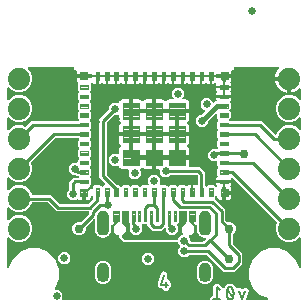
<source format=gbl>
G04 EAGLE Gerber RS-274X export*
G75*
%MOMM*%
%FSLAX34Y34*%
%LPD*%
%INBottom Copper*%
%IPPOS*%
%AMOC8*
5,1,8,0,0,1.08239X$1,22.5*%
G01*
%ADD10C,0.203200*%
%ADD11C,0.102000*%
%ADD12C,0.755600*%
%ADD13C,1.879600*%
%ADD14C,0.100000*%
%ADD15C,0.101500*%
%ADD16C,0.105000*%
%ADD17C,0.635000*%
%ADD18C,0.762000*%
%ADD19C,0.254000*%
%ADD20C,0.660400*%
%ADD21C,0.381000*%
%ADD22C,0.177800*%

G36*
X173393Y2810D02*
X173393Y2810D01*
X173495Y2818D01*
X173524Y2830D01*
X173554Y2835D01*
X173647Y2879D01*
X173742Y2917D01*
X173766Y2937D01*
X173794Y2950D01*
X173869Y3020D01*
X173948Y3085D01*
X173966Y3111D01*
X173988Y3132D01*
X174039Y3221D01*
X174096Y3306D01*
X174101Y3330D01*
X174120Y3362D01*
X174178Y3622D01*
X174175Y3660D01*
X174180Y3683D01*
X174180Y4714D01*
X175817Y6351D01*
X176255Y6351D01*
X176356Y6366D01*
X176459Y6374D01*
X176487Y6386D01*
X176518Y6391D01*
X176610Y6435D01*
X176705Y6473D01*
X176729Y6493D01*
X176757Y6506D01*
X176832Y6576D01*
X176912Y6641D01*
X176929Y6667D01*
X176951Y6688D01*
X177002Y6777D01*
X177059Y6862D01*
X177064Y6886D01*
X177083Y6918D01*
X177141Y7178D01*
X177138Y7216D01*
X177143Y7239D01*
X177143Y14020D01*
X177134Y14082D01*
X177138Y14118D01*
X177029Y15094D01*
X177059Y15139D01*
X177064Y15161D01*
X177082Y15191D01*
X177120Y15358D01*
X177817Y16056D01*
X177854Y16106D01*
X177883Y16129D01*
X178496Y16896D01*
X178550Y16907D01*
X178568Y16919D01*
X178602Y16928D01*
X178747Y17019D01*
X179734Y17019D01*
X179796Y17028D01*
X179832Y17024D01*
X180808Y17133D01*
X180853Y17103D01*
X180875Y17098D01*
X180905Y17080D01*
X181072Y17042D01*
X181770Y16345D01*
X181820Y16307D01*
X181843Y16279D01*
X185337Y13484D01*
X185442Y13423D01*
X185547Y13359D01*
X185558Y13356D01*
X185567Y13350D01*
X185685Y13324D01*
X185804Y13293D01*
X185816Y13294D01*
X185826Y13291D01*
X185947Y13301D01*
X186070Y13307D01*
X186080Y13311D01*
X186091Y13312D01*
X186204Y13356D01*
X186319Y13399D01*
X186328Y13405D01*
X186339Y13409D01*
X186433Y13485D01*
X186531Y13560D01*
X186535Y13568D01*
X186546Y13576D01*
X186694Y13796D01*
X186713Y13858D01*
X186732Y13889D01*
X187168Y15161D01*
X189769Y17019D01*
X192966Y17019D01*
X195567Y15161D01*
X196012Y13864D01*
X196045Y13801D01*
X196054Y13763D01*
X196227Y13408D01*
X196252Y13371D01*
X196269Y13330D01*
X196327Y13262D01*
X196378Y13189D01*
X196413Y13162D01*
X196441Y13128D01*
X196517Y13080D01*
X196587Y13025D01*
X196628Y13009D01*
X196666Y12985D01*
X196752Y12961D01*
X196835Y12930D01*
X196879Y12927D01*
X196922Y12915D01*
X196975Y12920D01*
X197100Y12912D01*
X197256Y12949D01*
X197306Y12955D01*
X199499Y13685D01*
X201258Y12806D01*
X201337Y12780D01*
X201414Y12745D01*
X201463Y12739D01*
X201510Y12724D01*
X201594Y12723D01*
X201678Y12712D01*
X201713Y12721D01*
X201776Y12720D01*
X202031Y12796D01*
X202043Y12804D01*
X202052Y12806D01*
X203811Y13685D01*
X206007Y12953D01*
X207043Y10882D01*
X204737Y3964D01*
X204718Y3853D01*
X204693Y3744D01*
X204695Y3723D01*
X204691Y3702D01*
X204706Y3590D01*
X204715Y3479D01*
X204723Y3460D01*
X204725Y3438D01*
X204772Y3336D01*
X204814Y3232D01*
X204827Y3216D01*
X204836Y3197D01*
X204911Y3113D01*
X204981Y3026D01*
X204999Y3014D01*
X205013Y2998D01*
X205109Y2941D01*
X205203Y2879D01*
X205219Y2875D01*
X205241Y2862D01*
X205499Y2798D01*
X205549Y2801D01*
X205579Y2795D01*
X222953Y2795D01*
X223044Y2809D01*
X223136Y2814D01*
X223175Y2828D01*
X223216Y2835D01*
X223299Y2875D01*
X223385Y2907D01*
X223418Y2932D01*
X223455Y2950D01*
X223523Y3013D01*
X223596Y3070D01*
X223619Y3104D01*
X223649Y3132D01*
X223695Y3212D01*
X223748Y3287D01*
X223761Y3327D01*
X223781Y3362D01*
X223801Y3452D01*
X223830Y3540D01*
X223830Y3582D01*
X223839Y3622D01*
X223832Y3714D01*
X223833Y3806D01*
X223821Y3846D01*
X223817Y3887D01*
X223783Y3973D01*
X223757Y4061D01*
X223734Y4095D01*
X223718Y4134D01*
X223660Y4205D01*
X223609Y4282D01*
X223583Y4300D01*
X223551Y4340D01*
X223330Y4487D01*
X223310Y4492D01*
X223293Y4504D01*
X216514Y7312D01*
X210512Y13314D01*
X207263Y21156D01*
X207263Y29644D01*
X210512Y37486D01*
X216514Y43488D01*
X224356Y46737D01*
X232844Y46737D01*
X240686Y43488D01*
X246688Y37486D01*
X249496Y30707D01*
X249544Y30628D01*
X249584Y30545D01*
X249612Y30515D01*
X249634Y30480D01*
X249703Y30418D01*
X249766Y30351D01*
X249802Y30330D01*
X249832Y30303D01*
X249916Y30265D01*
X249996Y30219D01*
X250037Y30210D01*
X250074Y30193D01*
X250166Y30181D01*
X250256Y30161D01*
X250297Y30164D01*
X250338Y30159D01*
X250429Y30175D01*
X250521Y30183D01*
X250559Y30198D01*
X250600Y30205D01*
X250682Y30247D01*
X250768Y30282D01*
X250800Y30308D01*
X250836Y30326D01*
X250902Y30391D01*
X250974Y30449D01*
X250997Y30483D01*
X251026Y30512D01*
X251070Y30593D01*
X251121Y30670D01*
X251128Y30701D01*
X251153Y30746D01*
X251204Y31007D01*
X251201Y31027D01*
X251205Y31047D01*
X251205Y55455D01*
X251198Y55506D01*
X251199Y55557D01*
X251178Y55636D01*
X251165Y55717D01*
X251143Y55764D01*
X251129Y55814D01*
X251085Y55883D01*
X251050Y55957D01*
X251015Y55994D01*
X250987Y56038D01*
X250924Y56091D01*
X250868Y56151D01*
X250824Y56177D01*
X250784Y56210D01*
X250709Y56242D01*
X250638Y56283D01*
X250587Y56294D01*
X250540Y56314D01*
X250458Y56323D01*
X250378Y56341D01*
X250327Y56337D01*
X250275Y56342D01*
X250195Y56326D01*
X250113Y56319D01*
X250065Y56300D01*
X250015Y56290D01*
X249971Y56262D01*
X249866Y56220D01*
X249727Y56107D01*
X249689Y56083D01*
X247631Y54025D01*
X243523Y52323D01*
X239077Y52323D01*
X234969Y54025D01*
X231825Y57169D01*
X230123Y61277D01*
X230123Y65723D01*
X231256Y68457D01*
X231271Y68517D01*
X231295Y68574D01*
X231302Y68646D01*
X231320Y68715D01*
X231316Y68777D01*
X231322Y68839D01*
X231308Y68909D01*
X231304Y68981D01*
X231282Y69039D01*
X231270Y69099D01*
X231244Y69140D01*
X231211Y69230D01*
X231080Y69399D01*
X231063Y69425D01*
X193956Y106532D01*
X193928Y106553D01*
X193906Y106579D01*
X193822Y106631D01*
X193742Y106690D01*
X193710Y106701D01*
X193680Y106720D01*
X193584Y106745D01*
X193491Y106777D01*
X193457Y106779D01*
X193423Y106787D01*
X193324Y106783D01*
X193225Y106787D01*
X193192Y106778D01*
X193158Y106776D01*
X193064Y106743D01*
X192969Y106717D01*
X192940Y106698D01*
X192907Y106687D01*
X192828Y106627D01*
X192745Y106574D01*
X192722Y106548D01*
X192695Y106527D01*
X192637Y106447D01*
X192572Y106372D01*
X192559Y106340D01*
X192539Y106312D01*
X192507Y106218D01*
X192468Y106127D01*
X192465Y106093D01*
X192453Y106060D01*
X192456Y106008D01*
X192441Y105863D01*
X192468Y105727D01*
X192470Y105674D01*
X192541Y105410D01*
X192541Y104509D01*
X186111Y104509D01*
X186010Y104494D01*
X185950Y104507D01*
X185912Y104504D01*
X185889Y104509D01*
X179459Y104509D01*
X179459Y105410D01*
X179667Y106184D01*
X180067Y106877D01*
X180610Y107421D01*
X180671Y107503D01*
X180738Y107582D01*
X180750Y107610D01*
X180768Y107635D01*
X180802Y107732D01*
X180842Y107826D01*
X180845Y107857D01*
X180856Y107886D01*
X180859Y107988D01*
X180870Y108090D01*
X180864Y108121D01*
X180865Y108151D01*
X180838Y108250D01*
X180818Y108351D01*
X180805Y108371D01*
X180795Y108408D01*
X180652Y108632D01*
X180623Y108657D01*
X180610Y108677D01*
X180221Y109066D01*
X180221Y113954D01*
X181149Y114882D01*
X181210Y114965D01*
X181277Y115043D01*
X181289Y115071D01*
X181307Y115096D01*
X181341Y115193D01*
X181381Y115287D01*
X181384Y115318D01*
X181394Y115347D01*
X181398Y115450D01*
X181408Y115552D01*
X181402Y115582D01*
X181404Y115613D01*
X181377Y115712D01*
X181356Y115812D01*
X181344Y115833D01*
X181334Y115869D01*
X181191Y116093D01*
X181162Y116118D01*
X181149Y116138D01*
X180221Y117066D01*
X180221Y119761D01*
X180206Y119863D01*
X180198Y119965D01*
X180186Y119993D01*
X180181Y120024D01*
X180137Y120116D01*
X180099Y120212D01*
X180079Y120235D01*
X180066Y120263D01*
X179996Y120338D01*
X179931Y120418D01*
X179905Y120435D01*
X179884Y120457D01*
X179795Y120508D01*
X179710Y120565D01*
X179686Y120571D01*
X179654Y120589D01*
X179394Y120647D01*
X179356Y120644D01*
X179333Y120649D01*
X175695Y120649D01*
X172719Y123625D01*
X172719Y127835D01*
X175695Y130811D01*
X179919Y130811D01*
X179946Y130791D01*
X180024Y130725D01*
X180052Y130713D01*
X180077Y130694D01*
X180174Y130661D01*
X180269Y130620D01*
X180299Y130617D01*
X180328Y130607D01*
X180431Y130603D01*
X180533Y130593D01*
X180563Y130599D01*
X180594Y130598D01*
X180693Y130625D01*
X180794Y130645D01*
X180814Y130658D01*
X180850Y130668D01*
X181075Y130810D01*
X181095Y130834D01*
X181105Y130840D01*
X181109Y130845D01*
X181119Y130852D01*
X181149Y130882D01*
X181210Y130965D01*
X181277Y131043D01*
X181289Y131071D01*
X181307Y131096D01*
X181341Y131193D01*
X181381Y131287D01*
X181384Y131318D01*
X181394Y131347D01*
X181398Y131450D01*
X181408Y131552D01*
X181402Y131582D01*
X181404Y131613D01*
X181377Y131712D01*
X181356Y131812D01*
X181344Y131833D01*
X181334Y131869D01*
X181191Y132093D01*
X181162Y132118D01*
X181149Y132138D01*
X180221Y133066D01*
X180221Y137954D01*
X181149Y138882D01*
X181210Y138965D01*
X181277Y139043D01*
X181289Y139071D01*
X181307Y139096D01*
X181341Y139193D01*
X181381Y139287D01*
X181384Y139318D01*
X181394Y139347D01*
X181398Y139450D01*
X181408Y139552D01*
X181402Y139582D01*
X181404Y139613D01*
X181377Y139712D01*
X181356Y139812D01*
X181344Y139833D01*
X181334Y139869D01*
X181191Y140093D01*
X181162Y140118D01*
X181149Y140138D01*
X180221Y141066D01*
X180221Y145954D01*
X181149Y146882D01*
X181210Y146965D01*
X181277Y147043D01*
X181289Y147071D01*
X181307Y147096D01*
X181341Y147193D01*
X181381Y147287D01*
X181384Y147318D01*
X181394Y147347D01*
X181398Y147450D01*
X181408Y147552D01*
X181402Y147582D01*
X181404Y147613D01*
X181377Y147712D01*
X181356Y147812D01*
X181344Y147833D01*
X181334Y147869D01*
X181191Y148093D01*
X181162Y148118D01*
X181149Y148138D01*
X180221Y149066D01*
X180221Y153954D01*
X181149Y154882D01*
X181210Y154965D01*
X181277Y155043D01*
X181289Y155071D01*
X181307Y155096D01*
X181341Y155193D01*
X181381Y155287D01*
X181384Y155318D01*
X181394Y155347D01*
X181398Y155450D01*
X181408Y155552D01*
X181402Y155582D01*
X181404Y155613D01*
X181377Y155712D01*
X181356Y155812D01*
X181344Y155833D01*
X181334Y155869D01*
X181191Y156093D01*
X181162Y156118D01*
X181149Y156138D01*
X180221Y157066D01*
X180221Y160167D01*
X180214Y160218D01*
X180215Y160270D01*
X180194Y160349D01*
X180181Y160430D01*
X180159Y160476D01*
X180145Y160526D01*
X180101Y160596D01*
X180066Y160669D01*
X180031Y160707D01*
X180003Y160751D01*
X179940Y160804D01*
X179884Y160864D01*
X179840Y160889D01*
X179800Y160923D01*
X179725Y160955D01*
X179654Y160996D01*
X179603Y161007D01*
X179556Y161027D01*
X179474Y161036D01*
X179394Y161053D01*
X179343Y161049D01*
X179291Y161055D01*
X179211Y161038D01*
X179129Y161032D01*
X179081Y161013D01*
X179031Y161002D01*
X178987Y160975D01*
X178882Y160933D01*
X178743Y160820D01*
X178705Y160795D01*
X172981Y155071D01*
X172968Y155054D01*
X172952Y155041D01*
X172890Y154948D01*
X172823Y154857D01*
X172816Y154838D01*
X172805Y154820D01*
X172795Y154775D01*
X172736Y154606D01*
X172732Y154494D01*
X172721Y154443D01*
X172721Y152835D01*
X169745Y149859D01*
X165535Y149859D01*
X162559Y152835D01*
X162559Y157045D01*
X165535Y160021D01*
X167143Y160021D01*
X167164Y160024D01*
X167185Y160022D01*
X167295Y160044D01*
X167406Y160061D01*
X167425Y160070D01*
X167446Y160074D01*
X167484Y160098D01*
X167645Y160176D01*
X167728Y160253D01*
X167771Y160281D01*
X169803Y162313D01*
X169834Y162354D01*
X169872Y162390D01*
X169912Y162461D01*
X169961Y162527D01*
X169978Y162576D01*
X170004Y162620D01*
X170021Y162700D01*
X170048Y162778D01*
X170050Y162830D01*
X170061Y162880D01*
X170055Y162962D01*
X170058Y163044D01*
X170044Y163093D01*
X170040Y163145D01*
X170009Y163221D01*
X169988Y163300D01*
X169960Y163344D01*
X169941Y163392D01*
X169889Y163455D01*
X169845Y163524D01*
X169806Y163558D01*
X169773Y163598D01*
X169705Y163643D01*
X169642Y163696D01*
X169595Y163717D01*
X169552Y163745D01*
X169502Y163757D01*
X169398Y163801D01*
X169371Y163804D01*
X166369Y166805D01*
X166369Y171015D01*
X169345Y173991D01*
X173555Y173991D01*
X176561Y170984D01*
X176571Y170922D01*
X176593Y170876D01*
X176607Y170826D01*
X176651Y170756D01*
X176686Y170683D01*
X176722Y170645D01*
X176749Y170601D01*
X176812Y170548D01*
X176868Y170488D01*
X176912Y170463D01*
X176952Y170429D01*
X177027Y170397D01*
X177098Y170356D01*
X177149Y170345D01*
X177196Y170325D01*
X177278Y170316D01*
X177358Y170299D01*
X177409Y170303D01*
X177461Y170297D01*
X177541Y170314D01*
X177623Y170320D01*
X177671Y170339D01*
X177721Y170350D01*
X177765Y170377D01*
X177870Y170419D01*
X178009Y170532D01*
X178047Y170557D01*
X178684Y171194D01*
X179076Y171194D01*
X179144Y171204D01*
X179213Y171204D01*
X179275Y171224D01*
X179339Y171234D01*
X179401Y171263D01*
X179467Y171284D01*
X179520Y171321D01*
X179578Y171349D01*
X179629Y171396D01*
X179685Y171435D01*
X179725Y171486D01*
X179773Y171531D01*
X179807Y171590D01*
X179849Y171644D01*
X179873Y171705D01*
X179905Y171761D01*
X179920Y171828D01*
X179944Y171893D01*
X179948Y171957D01*
X179963Y172021D01*
X179957Y172089D01*
X179961Y172158D01*
X179948Y172201D01*
X179941Y172286D01*
X179850Y172513D01*
X179846Y172526D01*
X179667Y172836D01*
X179459Y173610D01*
X179459Y174511D01*
X185889Y174511D01*
X185990Y174526D01*
X186050Y174513D01*
X186088Y174516D01*
X186111Y174511D01*
X192541Y174511D01*
X192541Y173610D01*
X192333Y172836D01*
X191933Y172143D01*
X191390Y171599D01*
X191329Y171517D01*
X191262Y171438D01*
X191250Y171410D01*
X191232Y171385D01*
X191198Y171288D01*
X191158Y171194D01*
X191155Y171163D01*
X191144Y171134D01*
X191141Y171032D01*
X191130Y170930D01*
X191136Y170899D01*
X191135Y170869D01*
X191162Y170770D01*
X191182Y170669D01*
X191195Y170649D01*
X191205Y170612D01*
X191348Y170388D01*
X191377Y170363D01*
X191390Y170343D01*
X191779Y169954D01*
X191779Y165066D01*
X190851Y164138D01*
X190790Y164055D01*
X190723Y163977D01*
X190711Y163949D01*
X190693Y163924D01*
X190659Y163827D01*
X190619Y163733D01*
X190616Y163702D01*
X190606Y163673D01*
X190602Y163571D01*
X190592Y163468D01*
X190598Y163438D01*
X190596Y163407D01*
X190623Y163308D01*
X190644Y163208D01*
X190656Y163188D01*
X190666Y163151D01*
X190809Y162927D01*
X190838Y162902D01*
X190851Y162882D01*
X191779Y161954D01*
X191779Y157066D01*
X190851Y156138D01*
X190790Y156055D01*
X190723Y155977D01*
X190711Y155949D01*
X190693Y155924D01*
X190659Y155827D01*
X190619Y155733D01*
X190616Y155702D01*
X190606Y155673D01*
X190602Y155571D01*
X190592Y155468D01*
X190598Y155438D01*
X190596Y155407D01*
X190623Y155308D01*
X190644Y155208D01*
X190656Y155187D01*
X190666Y155151D01*
X190809Y154927D01*
X190838Y154902D01*
X190851Y154882D01*
X190914Y154819D01*
X190931Y154806D01*
X190944Y154790D01*
X191037Y154728D01*
X191128Y154661D01*
X191148Y154654D01*
X191165Y154643D01*
X191210Y154633D01*
X191379Y154574D01*
X191491Y154570D01*
X191542Y154559D01*
X218053Y154559D01*
X220099Y152513D01*
X229349Y143263D01*
X229357Y143257D01*
X229364Y143248D01*
X229464Y143178D01*
X229563Y143105D01*
X229573Y143102D01*
X229581Y143096D01*
X229698Y143058D01*
X229814Y143018D01*
X229824Y143017D01*
X229834Y143014D01*
X229957Y143013D01*
X230079Y143009D01*
X230090Y143011D01*
X230100Y143011D01*
X230218Y143046D01*
X230336Y143078D01*
X230345Y143084D01*
X230355Y143087D01*
X230456Y143155D01*
X230560Y143221D01*
X230567Y143229D01*
X230576Y143235D01*
X230594Y143260D01*
X230732Y143424D01*
X230770Y143512D01*
X230797Y143551D01*
X231825Y146031D01*
X234969Y149175D01*
X239077Y150877D01*
X243523Y150877D01*
X247631Y149175D01*
X249689Y147117D01*
X249730Y147087D01*
X249766Y147049D01*
X249837Y147008D01*
X249903Y146960D01*
X249952Y146943D01*
X249996Y146917D01*
X250076Y146899D01*
X250154Y146872D01*
X250206Y146870D01*
X250256Y146859D01*
X250338Y146866D01*
X250420Y146863D01*
X250469Y146877D01*
X250521Y146881D01*
X250597Y146911D01*
X250676Y146933D01*
X250720Y146961D01*
X250768Y146980D01*
X250831Y147032D01*
X250900Y147076D01*
X250934Y147115D01*
X250974Y147147D01*
X251019Y147216D01*
X251072Y147278D01*
X251093Y147326D01*
X251121Y147369D01*
X251133Y147419D01*
X251177Y147523D01*
X251195Y147701D01*
X251205Y147745D01*
X251205Y157055D01*
X251198Y157106D01*
X251199Y157157D01*
X251178Y157236D01*
X251165Y157317D01*
X251143Y157364D01*
X251129Y157414D01*
X251085Y157483D01*
X251050Y157557D01*
X251015Y157594D01*
X250987Y157638D01*
X250924Y157691D01*
X250868Y157751D01*
X250824Y157777D01*
X250784Y157810D01*
X250709Y157842D01*
X250638Y157883D01*
X250587Y157894D01*
X250540Y157914D01*
X250458Y157923D01*
X250378Y157941D01*
X250327Y157937D01*
X250275Y157942D01*
X250195Y157926D01*
X250113Y157919D01*
X250065Y157900D01*
X250015Y157890D01*
X249971Y157862D01*
X249866Y157820D01*
X249727Y157707D01*
X249689Y157683D01*
X247631Y155625D01*
X243523Y153923D01*
X239077Y153923D01*
X234969Y155625D01*
X231825Y158769D01*
X230123Y162877D01*
X230123Y167323D01*
X231825Y171431D01*
X234969Y174575D01*
X239077Y176277D01*
X243523Y176277D01*
X247631Y174575D01*
X249689Y172517D01*
X249730Y172487D01*
X249766Y172449D01*
X249837Y172408D01*
X249903Y172360D01*
X249952Y172343D01*
X249996Y172317D01*
X250076Y172299D01*
X250154Y172272D01*
X250206Y172270D01*
X250256Y172259D01*
X250338Y172266D01*
X250420Y172263D01*
X250469Y172277D01*
X250521Y172281D01*
X250597Y172311D01*
X250676Y172333D01*
X250720Y172361D01*
X250768Y172380D01*
X250831Y172432D01*
X250900Y172476D01*
X250934Y172515D01*
X250974Y172547D01*
X251019Y172616D01*
X251072Y172678D01*
X251093Y172726D01*
X251121Y172769D01*
X251133Y172819D01*
X251177Y172923D01*
X251195Y173101D01*
X251205Y173145D01*
X251205Y181377D01*
X251198Y181428D01*
X251199Y181480D01*
X251178Y181559D01*
X251165Y181640D01*
X251143Y181686D01*
X251129Y181736D01*
X251085Y181805D01*
X251050Y181879D01*
X251014Y181917D01*
X250987Y181960D01*
X250924Y182013D01*
X250868Y182073D01*
X250824Y182099D01*
X250784Y182132D01*
X250709Y182165D01*
X250638Y182205D01*
X250587Y182217D01*
X250540Y182237D01*
X250458Y182245D01*
X250378Y182263D01*
X250327Y182259D01*
X250275Y182264D01*
X250195Y182248D01*
X250113Y182241D01*
X250065Y182222D01*
X250015Y182212D01*
X249971Y182184D01*
X249866Y182142D01*
X249774Y182067D01*
X249771Y182066D01*
X249764Y182059D01*
X249727Y182029D01*
X249689Y182005D01*
X249078Y181394D01*
X247557Y180289D01*
X245883Y179436D01*
X244096Y178855D01*
X243077Y178694D01*
X243077Y189611D01*
X243062Y189712D01*
X243053Y189815D01*
X243042Y189843D01*
X243037Y189874D01*
X242993Y189966D01*
X242954Y190061D01*
X242935Y190085D01*
X242922Y190113D01*
X242852Y190188D01*
X242787Y190268D01*
X242761Y190285D01*
X242740Y190307D01*
X242651Y190358D01*
X242566Y190415D01*
X242542Y190420D01*
X242510Y190439D01*
X242250Y190497D01*
X242212Y190494D01*
X242189Y190499D01*
X241299Y190499D01*
X241299Y191389D01*
X241284Y191490D01*
X241275Y191593D01*
X241264Y191621D01*
X241259Y191652D01*
X241215Y191744D01*
X241176Y191839D01*
X241157Y191863D01*
X241144Y191891D01*
X241074Y191966D01*
X241009Y192046D01*
X240983Y192063D01*
X240962Y192085D01*
X240873Y192136D01*
X240788Y192193D01*
X240764Y192199D01*
X240731Y192217D01*
X240472Y192275D01*
X240434Y192272D01*
X240411Y192277D01*
X229494Y192277D01*
X229655Y193296D01*
X230236Y195083D01*
X231089Y196757D01*
X232194Y198278D01*
X232678Y198762D01*
X232709Y198803D01*
X232746Y198839D01*
X232787Y198910D01*
X232836Y198976D01*
X232853Y199025D01*
X232878Y199069D01*
X232896Y199149D01*
X232923Y199227D01*
X232925Y199279D01*
X232936Y199329D01*
X232929Y199411D01*
X232932Y199493D01*
X232919Y199542D01*
X232914Y199594D01*
X232884Y199670D01*
X232862Y199749D01*
X232835Y199793D01*
X232815Y199841D01*
X232764Y199904D01*
X232720Y199973D01*
X232680Y200007D01*
X232648Y200047D01*
X232580Y200092D01*
X232517Y200145D01*
X232470Y200166D01*
X232427Y200194D01*
X232376Y200206D01*
X232273Y200250D01*
X232094Y200268D01*
X232050Y200278D01*
X195667Y200278D01*
X195565Y200263D01*
X195463Y200255D01*
X195435Y200243D01*
X195404Y200238D01*
X195312Y200194D01*
X195216Y200156D01*
X195193Y200136D01*
X195165Y200123D01*
X195090Y200053D01*
X195010Y199988D01*
X194993Y199962D01*
X194971Y199941D01*
X194920Y199852D01*
X194863Y199767D01*
X194857Y199743D01*
X194839Y199711D01*
X194781Y199451D01*
X194784Y199413D01*
X194779Y199390D01*
X194779Y198773D01*
X193737Y197731D01*
X193339Y197731D01*
X193254Y197718D01*
X193168Y197715D01*
X193123Y197699D01*
X193076Y197691D01*
X192999Y197654D01*
X192918Y197625D01*
X192880Y197597D01*
X192836Y197576D01*
X192774Y197517D01*
X192705Y197466D01*
X192677Y197427D01*
X192642Y197394D01*
X192600Y197320D01*
X192549Y197251D01*
X192534Y197205D01*
X192510Y197164D01*
X192492Y197080D01*
X192464Y196999D01*
X192466Y196963D01*
X192452Y196904D01*
X192474Y196639D01*
X192480Y196624D01*
X192481Y196613D01*
X192541Y196389D01*
X192541Y194759D01*
X187361Y194759D01*
X187260Y194744D01*
X187157Y194736D01*
X187129Y194724D01*
X187098Y194719D01*
X187006Y194675D01*
X186911Y194637D01*
X186887Y194617D01*
X186859Y194604D01*
X186784Y194534D01*
X186704Y194469D01*
X186687Y194443D01*
X186665Y194422D01*
X186614Y194333D01*
X186557Y194248D01*
X186552Y194224D01*
X186533Y194192D01*
X186504Y194063D01*
X186503Y194075D01*
X186492Y194103D01*
X186487Y194134D01*
X186443Y194226D01*
X186404Y194322D01*
X186385Y194345D01*
X186372Y194373D01*
X186301Y194448D01*
X186237Y194528D01*
X186211Y194545D01*
X186190Y194567D01*
X186101Y194618D01*
X186016Y194675D01*
X185992Y194681D01*
X185959Y194699D01*
X185700Y194757D01*
X185662Y194754D01*
X185639Y194759D01*
X180429Y194759D01*
X180327Y194744D01*
X180225Y194736D01*
X180197Y194724D01*
X180166Y194719D01*
X180074Y194675D01*
X179978Y194637D01*
X179955Y194617D01*
X179927Y194604D01*
X179852Y194534D01*
X179772Y194469D01*
X179755Y194443D01*
X179733Y194422D01*
X179682Y194333D01*
X179625Y194248D01*
X179619Y194224D01*
X179601Y194192D01*
X179543Y193932D01*
X179546Y193894D01*
X179541Y193871D01*
X179541Y193509D01*
X175111Y193509D01*
X175010Y193494D01*
X174950Y193507D01*
X174912Y193504D01*
X174889Y193509D01*
X167111Y193509D01*
X167010Y193494D01*
X166950Y193507D01*
X166912Y193504D01*
X166889Y193509D01*
X159111Y193509D01*
X159010Y193494D01*
X158950Y193507D01*
X158912Y193504D01*
X158889Y193509D01*
X151111Y193509D01*
X151010Y193494D01*
X150950Y193507D01*
X150912Y193504D01*
X150889Y193509D01*
X143111Y193509D01*
X143010Y193494D01*
X142950Y193507D01*
X142912Y193504D01*
X142889Y193509D01*
X135111Y193509D01*
X135010Y193494D01*
X134950Y193507D01*
X134912Y193504D01*
X134889Y193509D01*
X127111Y193509D01*
X127010Y193494D01*
X126950Y193507D01*
X126912Y193504D01*
X126889Y193509D01*
X119111Y193509D01*
X119010Y193494D01*
X118950Y193507D01*
X118912Y193504D01*
X118889Y193509D01*
X111111Y193509D01*
X111010Y193494D01*
X110950Y193507D01*
X110912Y193504D01*
X110889Y193509D01*
X103111Y193509D01*
X103010Y193494D01*
X102950Y193507D01*
X102912Y193504D01*
X102889Y193509D01*
X95111Y193509D01*
X95010Y193494D01*
X94950Y193507D01*
X94912Y193504D01*
X94889Y193509D01*
X87111Y193509D01*
X87010Y193494D01*
X86950Y193507D01*
X86912Y193504D01*
X86889Y193509D01*
X79111Y193509D01*
X79010Y193494D01*
X78950Y193507D01*
X78912Y193504D01*
X78889Y193509D01*
X74459Y193509D01*
X74459Y193871D01*
X74444Y193972D01*
X74436Y194075D01*
X74424Y194103D01*
X74419Y194134D01*
X74375Y194226D01*
X74337Y194322D01*
X74317Y194345D01*
X74304Y194373D01*
X74234Y194448D01*
X74169Y194528D01*
X74143Y194545D01*
X74122Y194567D01*
X74033Y194618D01*
X73948Y194675D01*
X73924Y194681D01*
X73892Y194699D01*
X73632Y194757D01*
X73594Y194754D01*
X73571Y194759D01*
X68361Y194759D01*
X68260Y194744D01*
X68157Y194736D01*
X68129Y194724D01*
X68098Y194719D01*
X68006Y194675D01*
X67911Y194637D01*
X67887Y194617D01*
X67859Y194604D01*
X67784Y194534D01*
X67704Y194469D01*
X67687Y194443D01*
X67665Y194422D01*
X67614Y194333D01*
X67557Y194248D01*
X67552Y194224D01*
X67533Y194192D01*
X67504Y194063D01*
X67503Y194075D01*
X67492Y194103D01*
X67487Y194134D01*
X67443Y194226D01*
X67404Y194322D01*
X67385Y194345D01*
X67372Y194373D01*
X67301Y194448D01*
X67237Y194528D01*
X67211Y194545D01*
X67190Y194567D01*
X67101Y194618D01*
X67016Y194675D01*
X66992Y194681D01*
X66959Y194699D01*
X66700Y194757D01*
X66662Y194754D01*
X66639Y194759D01*
X61459Y194759D01*
X61459Y196389D01*
X61519Y196613D01*
X61529Y196698D01*
X61548Y196782D01*
X61544Y196830D01*
X61549Y196877D01*
X61533Y196961D01*
X61526Y197047D01*
X61508Y197091D01*
X61499Y197138D01*
X61459Y197214D01*
X61427Y197294D01*
X61397Y197331D01*
X61374Y197373D01*
X61314Y197433D01*
X61259Y197500D01*
X61219Y197527D01*
X61186Y197560D01*
X61110Y197600D01*
X61038Y197647D01*
X61004Y197655D01*
X60950Y197683D01*
X60688Y197731D01*
X60672Y197729D01*
X60661Y197731D01*
X60263Y197731D01*
X59221Y198773D01*
X59221Y199390D01*
X59206Y199492D01*
X59198Y199594D01*
X59186Y199622D01*
X59181Y199653D01*
X59137Y199745D01*
X59099Y199841D01*
X59079Y199864D01*
X59066Y199892D01*
X58996Y199967D01*
X58931Y200047D01*
X58905Y200064D01*
X58884Y200086D01*
X58795Y200137D01*
X58710Y200194D01*
X58686Y200200D01*
X58654Y200218D01*
X58394Y200276D01*
X58356Y200273D01*
X58333Y200278D01*
X20872Y200278D01*
X20821Y200271D01*
X20770Y200272D01*
X20691Y200251D01*
X20610Y200238D01*
X20563Y200216D01*
X20513Y200202D01*
X20444Y200158D01*
X20370Y200123D01*
X20333Y200087D01*
X20289Y200060D01*
X20236Y199997D01*
X20176Y199941D01*
X20150Y199897D01*
X20117Y199857D01*
X20085Y199782D01*
X20044Y199711D01*
X20033Y199660D01*
X20013Y199613D01*
X20004Y199531D01*
X19986Y199451D01*
X19990Y199400D01*
X19985Y199348D01*
X20001Y199268D01*
X20008Y199186D01*
X20027Y199138D01*
X20037Y199088D01*
X20065Y199044D01*
X20107Y198939D01*
X20220Y198800D01*
X20244Y198762D01*
X22175Y196831D01*
X23877Y192723D01*
X23877Y188277D01*
X22175Y184169D01*
X19031Y181025D01*
X14923Y179323D01*
X10477Y179323D01*
X6369Y181025D01*
X4311Y183083D01*
X4270Y183113D01*
X4234Y183151D01*
X4163Y183192D01*
X4097Y183240D01*
X4048Y183257D01*
X4004Y183283D01*
X3924Y183301D01*
X3846Y183328D01*
X3794Y183330D01*
X3744Y183341D01*
X3662Y183334D01*
X3580Y183337D01*
X3531Y183323D01*
X3479Y183319D01*
X3403Y183289D01*
X3324Y183267D01*
X3280Y183239D01*
X3232Y183220D01*
X3169Y183168D01*
X3100Y183124D01*
X3066Y183085D01*
X3026Y183053D01*
X2981Y182984D01*
X2928Y182922D01*
X2907Y182874D01*
X2879Y182831D01*
X2867Y182781D01*
X2823Y182677D01*
X2805Y182499D01*
X2795Y182455D01*
X2795Y173145D01*
X2802Y173094D01*
X2801Y173043D01*
X2822Y172964D01*
X2835Y172883D01*
X2857Y172836D01*
X2871Y172786D01*
X2915Y172717D01*
X2950Y172643D01*
X2985Y172606D01*
X3013Y172562D01*
X3076Y172509D01*
X3132Y172449D01*
X3176Y172423D01*
X3216Y172390D01*
X3291Y172358D01*
X3362Y172317D01*
X3413Y172306D01*
X3460Y172286D01*
X3542Y172277D01*
X3622Y172259D01*
X3673Y172263D01*
X3725Y172258D01*
X3805Y172274D01*
X3887Y172281D01*
X3935Y172300D01*
X3985Y172310D01*
X4029Y172338D01*
X4134Y172380D01*
X4273Y172493D01*
X4311Y172517D01*
X6369Y174575D01*
X10477Y176277D01*
X14923Y176277D01*
X19031Y174575D01*
X22175Y171431D01*
X23877Y167323D01*
X23877Y162877D01*
X22175Y158769D01*
X19031Y155625D01*
X14923Y153923D01*
X10477Y153923D01*
X6369Y155625D01*
X4311Y157683D01*
X4270Y157713D01*
X4234Y157751D01*
X4163Y157792D01*
X4097Y157840D01*
X4048Y157857D01*
X4004Y157883D01*
X3924Y157901D01*
X3846Y157928D01*
X3794Y157930D01*
X3744Y157941D01*
X3662Y157934D01*
X3580Y157937D01*
X3531Y157923D01*
X3479Y157919D01*
X3403Y157889D01*
X3324Y157867D01*
X3280Y157839D01*
X3232Y157820D01*
X3169Y157768D01*
X3100Y157724D01*
X3066Y157685D01*
X3026Y157653D01*
X2981Y157584D01*
X2928Y157522D01*
X2907Y157474D01*
X2879Y157431D01*
X2867Y157381D01*
X2823Y157277D01*
X2805Y157099D01*
X2795Y157055D01*
X2795Y147745D01*
X2802Y147694D01*
X2801Y147643D01*
X2822Y147564D01*
X2835Y147483D01*
X2857Y147436D01*
X2871Y147386D01*
X2915Y147317D01*
X2950Y147243D01*
X2985Y147206D01*
X3013Y147162D01*
X3076Y147109D01*
X3132Y147049D01*
X3176Y147023D01*
X3216Y146990D01*
X3291Y146958D01*
X3362Y146917D01*
X3413Y146906D01*
X3460Y146886D01*
X3542Y146877D01*
X3622Y146859D01*
X3673Y146863D01*
X3725Y146858D01*
X3805Y146874D01*
X3887Y146881D01*
X3935Y146900D01*
X3985Y146910D01*
X4029Y146938D01*
X4134Y146980D01*
X4273Y147093D01*
X4311Y147117D01*
X6369Y149175D01*
X10477Y150877D01*
X14923Y150877D01*
X17657Y149744D01*
X17717Y149729D01*
X17774Y149705D01*
X17846Y149698D01*
X17915Y149680D01*
X17977Y149684D01*
X18039Y149678D01*
X18109Y149692D01*
X18181Y149696D01*
X18239Y149718D01*
X18299Y149730D01*
X18340Y149756D01*
X18430Y149789D01*
X18599Y149920D01*
X18625Y149937D01*
X23247Y154559D01*
X62458Y154559D01*
X62479Y154562D01*
X62500Y154560D01*
X62610Y154582D01*
X62721Y154599D01*
X62740Y154608D01*
X62760Y154612D01*
X62799Y154636D01*
X62960Y154714D01*
X63043Y154791D01*
X63086Y154819D01*
X63149Y154882D01*
X63210Y154964D01*
X63277Y155043D01*
X63289Y155071D01*
X63307Y155096D01*
X63341Y155193D01*
X63381Y155287D01*
X63384Y155318D01*
X63394Y155347D01*
X63398Y155449D01*
X63408Y155552D01*
X63402Y155582D01*
X63404Y155612D01*
X63377Y155712D01*
X63356Y155812D01*
X63344Y155832D01*
X63334Y155869D01*
X63191Y156093D01*
X63162Y156118D01*
X63149Y156138D01*
X62221Y157066D01*
X62221Y161954D01*
X63149Y162882D01*
X63210Y162965D01*
X63277Y163043D01*
X63289Y163071D01*
X63307Y163096D01*
X63341Y163193D01*
X63381Y163287D01*
X63384Y163318D01*
X63394Y163347D01*
X63398Y163449D01*
X63408Y163552D01*
X63402Y163582D01*
X63404Y163613D01*
X63377Y163712D01*
X63356Y163812D01*
X63344Y163832D01*
X63334Y163869D01*
X63191Y164093D01*
X63162Y164118D01*
X63149Y164138D01*
X62221Y165066D01*
X62221Y169954D01*
X63149Y170882D01*
X63210Y170965D01*
X63277Y171043D01*
X63289Y171071D01*
X63307Y171096D01*
X63341Y171193D01*
X63381Y171287D01*
X63384Y171318D01*
X63394Y171347D01*
X63398Y171449D01*
X63408Y171552D01*
X63402Y171582D01*
X63404Y171613D01*
X63377Y171712D01*
X63356Y171812D01*
X63344Y171832D01*
X63334Y171869D01*
X63191Y172093D01*
X63162Y172118D01*
X63149Y172138D01*
X62221Y173066D01*
X62221Y177954D01*
X63149Y178882D01*
X63210Y178965D01*
X63277Y179043D01*
X63289Y179071D01*
X63307Y179096D01*
X63341Y179193D01*
X63381Y179287D01*
X63384Y179318D01*
X63394Y179347D01*
X63398Y179449D01*
X63408Y179552D01*
X63402Y179582D01*
X63404Y179613D01*
X63377Y179712D01*
X63356Y179812D01*
X63344Y179832D01*
X63334Y179869D01*
X63191Y180093D01*
X63162Y180118D01*
X63149Y180138D01*
X62221Y181066D01*
X62221Y185954D01*
X62618Y186350D01*
X62679Y186433D01*
X62745Y186511D01*
X62757Y186540D01*
X62776Y186564D01*
X62809Y186661D01*
X62850Y186756D01*
X62853Y186786D01*
X62863Y186815D01*
X62866Y186918D01*
X62877Y187020D01*
X62871Y187050D01*
X62872Y187081D01*
X62845Y187180D01*
X62825Y187281D01*
X62812Y187301D01*
X62802Y187338D01*
X62660Y187562D01*
X62631Y187586D01*
X62618Y187607D01*
X62072Y188153D01*
X61668Y188852D01*
X61459Y189631D01*
X61459Y191261D01*
X66639Y191261D01*
X66740Y191276D01*
X66843Y191284D01*
X66871Y191296D01*
X66902Y191300D01*
X66994Y191345D01*
X67089Y191383D01*
X67113Y191403D01*
X67141Y191416D01*
X67216Y191486D01*
X67296Y191551D01*
X67313Y191577D01*
X67335Y191598D01*
X67386Y191687D01*
X67443Y191772D01*
X67448Y191796D01*
X67467Y191828D01*
X67496Y191957D01*
X67497Y191945D01*
X67508Y191917D01*
X67513Y191886D01*
X67557Y191794D01*
X67596Y191698D01*
X67615Y191675D01*
X67628Y191647D01*
X67699Y191572D01*
X67763Y191492D01*
X67789Y191475D01*
X67810Y191453D01*
X67899Y191402D01*
X67984Y191345D01*
X68008Y191339D01*
X68041Y191321D01*
X68300Y191263D01*
X68338Y191266D01*
X68361Y191261D01*
X73571Y191261D01*
X73673Y191276D01*
X73775Y191284D01*
X73803Y191296D01*
X73834Y191300D01*
X73926Y191345D01*
X74022Y191383D01*
X74045Y191403D01*
X74073Y191416D01*
X74148Y191486D01*
X74178Y191511D01*
X78001Y191511D01*
X78001Y185969D01*
X77100Y185969D01*
X76326Y186177D01*
X75633Y186577D01*
X75295Y186915D01*
X75254Y186945D01*
X75218Y186983D01*
X75147Y187024D01*
X75081Y187072D01*
X75032Y187089D01*
X74988Y187115D01*
X74908Y187133D01*
X74830Y187160D01*
X74778Y187162D01*
X74728Y187173D01*
X74646Y187166D01*
X74564Y187169D01*
X74515Y187155D01*
X74463Y187151D01*
X74387Y187121D01*
X74308Y187099D01*
X74264Y187071D01*
X74216Y187052D01*
X74153Y187000D01*
X74084Y186956D01*
X74050Y186917D01*
X74010Y186885D01*
X73965Y186816D01*
X73912Y186754D01*
X73891Y186706D01*
X73863Y186663D01*
X73851Y186613D01*
X73807Y186509D01*
X73789Y186331D01*
X73779Y186287D01*
X73779Y181066D01*
X72851Y180138D01*
X72790Y180055D01*
X72723Y179977D01*
X72711Y179949D01*
X72693Y179924D01*
X72659Y179827D01*
X72619Y179733D01*
X72616Y179702D01*
X72606Y179673D01*
X72602Y179570D01*
X72592Y179468D01*
X72598Y179438D01*
X72596Y179407D01*
X72623Y179308D01*
X72644Y179208D01*
X72656Y179187D01*
X72666Y179151D01*
X72809Y178927D01*
X72838Y178902D01*
X72851Y178882D01*
X73779Y177954D01*
X73779Y173066D01*
X72851Y172138D01*
X72790Y172055D01*
X72723Y171977D01*
X72711Y171949D01*
X72693Y171924D01*
X72659Y171827D01*
X72619Y171733D01*
X72616Y171702D01*
X72606Y171673D01*
X72602Y171570D01*
X72592Y171468D01*
X72598Y171438D01*
X72596Y171407D01*
X72623Y171308D01*
X72644Y171208D01*
X72656Y171187D01*
X72666Y171151D01*
X72809Y170927D01*
X72838Y170902D01*
X72851Y170882D01*
X73779Y169954D01*
X73779Y165066D01*
X72851Y164138D01*
X72790Y164055D01*
X72723Y163977D01*
X72711Y163949D01*
X72693Y163924D01*
X72659Y163827D01*
X72619Y163733D01*
X72616Y163702D01*
X72606Y163673D01*
X72602Y163570D01*
X72592Y163468D01*
X72598Y163438D01*
X72596Y163407D01*
X72623Y163308D01*
X72644Y163208D01*
X72656Y163187D01*
X72666Y163151D01*
X72809Y162927D01*
X72838Y162902D01*
X72851Y162882D01*
X73779Y161954D01*
X73779Y157066D01*
X72851Y156138D01*
X72790Y156055D01*
X72723Y155977D01*
X72711Y155949D01*
X72693Y155924D01*
X72659Y155827D01*
X72619Y155733D01*
X72616Y155702D01*
X72606Y155673D01*
X72602Y155570D01*
X72592Y155468D01*
X72598Y155438D01*
X72596Y155407D01*
X72623Y155308D01*
X72644Y155208D01*
X72656Y155187D01*
X72666Y155151D01*
X72809Y154927D01*
X72838Y154902D01*
X72851Y154882D01*
X73779Y153954D01*
X73779Y149066D01*
X72851Y148138D01*
X72790Y148055D01*
X72723Y147977D01*
X72711Y147949D01*
X72693Y147924D01*
X72659Y147827D01*
X72619Y147733D01*
X72616Y147702D01*
X72606Y147673D01*
X72602Y147570D01*
X72592Y147468D01*
X72598Y147438D01*
X72596Y147407D01*
X72623Y147308D01*
X72644Y147208D01*
X72656Y147187D01*
X72666Y147151D01*
X72809Y146927D01*
X72838Y146902D01*
X72851Y146882D01*
X73779Y145954D01*
X73779Y141066D01*
X72851Y140138D01*
X72790Y140055D01*
X72723Y139977D01*
X72711Y139949D01*
X72693Y139924D01*
X72659Y139827D01*
X72619Y139733D01*
X72616Y139702D01*
X72606Y139673D01*
X72602Y139570D01*
X72592Y139468D01*
X72598Y139438D01*
X72596Y139407D01*
X72623Y139308D01*
X72644Y139208D01*
X72656Y139187D01*
X72666Y139151D01*
X72809Y138927D01*
X72838Y138902D01*
X72851Y138882D01*
X73779Y137954D01*
X73779Y133066D01*
X72851Y132138D01*
X72790Y132055D01*
X72723Y131977D01*
X72711Y131949D01*
X72693Y131924D01*
X72659Y131827D01*
X72619Y131733D01*
X72616Y131702D01*
X72606Y131673D01*
X72602Y131570D01*
X72592Y131468D01*
X72598Y131438D01*
X72596Y131407D01*
X72623Y131308D01*
X72644Y131208D01*
X72656Y131187D01*
X72666Y131151D01*
X72809Y130927D01*
X72838Y130902D01*
X72851Y130882D01*
X73779Y129954D01*
X73779Y125066D01*
X72851Y124138D01*
X72790Y124055D01*
X72723Y123977D01*
X72711Y123949D01*
X72693Y123924D01*
X72659Y123827D01*
X72619Y123733D01*
X72616Y123702D01*
X72606Y123673D01*
X72602Y123570D01*
X72592Y123468D01*
X72598Y123438D01*
X72596Y123407D01*
X72623Y123308D01*
X72644Y123208D01*
X72656Y123187D01*
X72666Y123151D01*
X72809Y122927D01*
X72838Y122902D01*
X72851Y122882D01*
X73779Y121954D01*
X73779Y117066D01*
X72851Y116138D01*
X72790Y116055D01*
X72723Y115977D01*
X72711Y115949D01*
X72693Y115924D01*
X72659Y115827D01*
X72619Y115733D01*
X72616Y115702D01*
X72606Y115673D01*
X72602Y115570D01*
X72592Y115468D01*
X72598Y115438D01*
X72596Y115407D01*
X72623Y115308D01*
X72644Y115208D01*
X72656Y115187D01*
X72666Y115151D01*
X72809Y114927D01*
X72838Y114902D01*
X72851Y114882D01*
X73779Y113954D01*
X73779Y109066D01*
X72851Y108138D01*
X72790Y108055D01*
X72723Y107977D01*
X72711Y107949D01*
X72693Y107924D01*
X72659Y107827D01*
X72619Y107733D01*
X72616Y107702D01*
X72606Y107673D01*
X72602Y107570D01*
X72592Y107468D01*
X72598Y107438D01*
X72596Y107407D01*
X72623Y107308D01*
X72644Y107208D01*
X72656Y107187D01*
X72666Y107151D01*
X72809Y106927D01*
X72838Y106902D01*
X72851Y106882D01*
X73779Y105954D01*
X73779Y101066D01*
X72882Y100170D01*
X72821Y100087D01*
X72755Y100009D01*
X72743Y99980D01*
X72724Y99956D01*
X72691Y99859D01*
X72650Y99764D01*
X72647Y99734D01*
X72637Y99705D01*
X72634Y99602D01*
X72623Y99500D01*
X72629Y99470D01*
X72628Y99439D01*
X72655Y99340D01*
X72675Y99239D01*
X72688Y99219D01*
X72698Y99182D01*
X72840Y98958D01*
X72869Y98933D01*
X72882Y98913D01*
X72928Y98867D01*
X73332Y98168D01*
X73475Y97634D01*
X73482Y97618D01*
X73485Y97601D01*
X73535Y97496D01*
X73581Y97390D01*
X73593Y97377D01*
X73600Y97362D01*
X73680Y97277D01*
X73755Y97189D01*
X73770Y97180D01*
X73782Y97167D01*
X73882Y97110D01*
X73981Y97048D01*
X73998Y97044D01*
X74012Y97035D01*
X74125Y97010D01*
X74238Y96981D01*
X74255Y96981D01*
X74272Y96978D01*
X74387Y96987D01*
X74503Y96992D01*
X74520Y96998D01*
X74537Y96999D01*
X74644Y97042D01*
X74754Y97081D01*
X74767Y97092D01*
X74784Y97098D01*
X74874Y97171D01*
X74966Y97241D01*
X74976Y97255D01*
X74990Y97266D01*
X75055Y97363D01*
X75122Y97456D01*
X75128Y97472D01*
X75137Y97487D01*
X75146Y97528D01*
X75207Y97708D01*
X75204Y97787D01*
X75221Y97864D01*
X75221Y98954D01*
X76556Y100289D01*
X81444Y100289D01*
X82372Y99361D01*
X82455Y99300D01*
X82533Y99233D01*
X82561Y99221D01*
X82586Y99203D01*
X82683Y99169D01*
X82777Y99129D01*
X82808Y99126D01*
X82837Y99116D01*
X82940Y99112D01*
X83042Y99102D01*
X83072Y99108D01*
X83103Y99106D01*
X83202Y99133D01*
X83302Y99154D01*
X83323Y99166D01*
X83359Y99176D01*
X83583Y99319D01*
X83608Y99348D01*
X83628Y99361D01*
X84556Y100289D01*
X84935Y100289D01*
X84986Y100296D01*
X85038Y100295D01*
X85117Y100316D01*
X85198Y100329D01*
X85244Y100351D01*
X85294Y100365D01*
X85363Y100409D01*
X85437Y100444D01*
X85475Y100479D01*
X85518Y100507D01*
X85571Y100570D01*
X85631Y100626D01*
X85657Y100670D01*
X85690Y100710D01*
X85723Y100785D01*
X85763Y100856D01*
X85775Y100907D01*
X85795Y100954D01*
X85803Y101036D01*
X85821Y101116D01*
X85817Y101167D01*
X85822Y101219D01*
X85806Y101299D01*
X85800Y101381D01*
X85780Y101429D01*
X85770Y101479D01*
X85743Y101523D01*
X85701Y101628D01*
X85588Y101767D01*
X85563Y101805D01*
X80771Y106597D01*
X80771Y156203D01*
X88639Y164071D01*
X88652Y164088D01*
X88668Y164101D01*
X88730Y164194D01*
X88797Y164285D01*
X88804Y164304D01*
X88815Y164322D01*
X88825Y164366D01*
X88884Y164536D01*
X88888Y164648D01*
X88899Y164699D01*
X88899Y167205D01*
X91875Y170181D01*
X96099Y170181D01*
X96138Y170142D01*
X96195Y170112D01*
X96248Y170074D01*
X96313Y170051D01*
X96373Y170019D01*
X96437Y170008D01*
X96499Y169986D01*
X96567Y169984D01*
X96635Y169972D01*
X96699Y169980D01*
X96764Y169977D01*
X96831Y169995D01*
X96899Y170004D01*
X96958Y170030D01*
X97021Y170047D01*
X97079Y170084D01*
X97142Y170112D01*
X97190Y170155D01*
X97245Y170190D01*
X97290Y170242D01*
X97341Y170287D01*
X97362Y170328D01*
X97417Y170392D01*
X97513Y170617D01*
X97520Y170630D01*
X97667Y171179D01*
X98068Y171874D01*
X98636Y172442D01*
X99331Y172843D01*
X100106Y173051D01*
X105473Y173051D01*
X105473Y164149D01*
X105488Y164048D01*
X105497Y163945D01*
X105508Y163917D01*
X105513Y163886D01*
X105557Y163794D01*
X105596Y163699D01*
X105615Y163675D01*
X105628Y163647D01*
X105698Y163572D01*
X105763Y163492D01*
X105789Y163475D01*
X105810Y163453D01*
X105899Y163402D01*
X105984Y163345D01*
X106008Y163340D01*
X106040Y163321D01*
X106300Y163263D01*
X106338Y163266D01*
X106361Y163261D01*
X107251Y163261D01*
X107251Y163259D01*
X106361Y163259D01*
X106260Y163244D01*
X106157Y163235D01*
X106129Y163224D01*
X106098Y163219D01*
X106006Y163175D01*
X105911Y163136D01*
X105887Y163117D01*
X105859Y163104D01*
X105784Y163034D01*
X105704Y162969D01*
X105687Y162943D01*
X105665Y162922D01*
X105614Y162833D01*
X105557Y162748D01*
X105551Y162724D01*
X105533Y162691D01*
X105475Y162432D01*
X105478Y162394D01*
X105473Y162371D01*
X105473Y145287D01*
X97459Y145287D01*
X97459Y150654D01*
X97667Y151429D01*
X98068Y152124D01*
X98701Y152757D01*
X98762Y152839D01*
X98828Y152918D01*
X98841Y152946D01*
X98859Y152971D01*
X98892Y153068D01*
X98933Y153162D01*
X98936Y153193D01*
X98946Y153222D01*
X98950Y153324D01*
X98960Y153427D01*
X98954Y153457D01*
X98955Y153488D01*
X98928Y153587D01*
X98908Y153687D01*
X98895Y153707D01*
X98885Y153744D01*
X98743Y153968D01*
X98714Y153993D01*
X98701Y154013D01*
X98068Y154646D01*
X97667Y155341D01*
X97459Y156116D01*
X97459Y159250D01*
X97452Y159301D01*
X97453Y159352D01*
X97432Y159431D01*
X97419Y159512D01*
X97397Y159559D01*
X97383Y159609D01*
X97339Y159678D01*
X97304Y159752D01*
X97268Y159790D01*
X97241Y159833D01*
X97178Y159886D01*
X97122Y159946D01*
X97077Y159972D01*
X97038Y160005D01*
X96963Y160037D01*
X96892Y160078D01*
X96841Y160089D01*
X96794Y160110D01*
X96712Y160118D01*
X96632Y160136D01*
X96581Y160132D01*
X96529Y160137D01*
X96449Y160121D01*
X96367Y160114D01*
X96319Y160095D01*
X96269Y160085D01*
X96225Y160057D01*
X96131Y160019D01*
X93579Y160019D01*
X93558Y160016D01*
X93537Y160018D01*
X93427Y159996D01*
X93316Y159979D01*
X93297Y159970D01*
X93276Y159966D01*
X93238Y159942D01*
X93077Y159864D01*
X92994Y159787D01*
X92951Y159759D01*
X87129Y153937D01*
X87116Y153920D01*
X87100Y153907D01*
X87038Y153814D01*
X86971Y153723D01*
X86964Y153704D01*
X86953Y153686D01*
X86943Y153642D01*
X86884Y153472D01*
X86880Y153360D01*
X86869Y153309D01*
X86869Y109490D01*
X86872Y109470D01*
X86870Y109449D01*
X86892Y109338D01*
X86909Y109228D01*
X86918Y109209D01*
X86922Y109188D01*
X86946Y109150D01*
X87024Y108988D01*
X87101Y108906D01*
X87129Y108862D01*
X95442Y100549D01*
X95459Y100536D01*
X95473Y100520D01*
X95566Y100458D01*
X95656Y100391D01*
X95676Y100384D01*
X95694Y100373D01*
X95738Y100363D01*
X95907Y100304D01*
X96020Y100300D01*
X96070Y100289D01*
X97444Y100289D01*
X98372Y99361D01*
X98455Y99300D01*
X98533Y99233D01*
X98561Y99221D01*
X98586Y99203D01*
X98683Y99169D01*
X98777Y99129D01*
X98808Y99126D01*
X98837Y99116D01*
X98940Y99112D01*
X99042Y99102D01*
X99072Y99108D01*
X99103Y99106D01*
X99202Y99133D01*
X99302Y99154D01*
X99323Y99166D01*
X99359Y99176D01*
X99583Y99319D01*
X99608Y99348D01*
X99628Y99361D01*
X100556Y100289D01*
X105444Y100289D01*
X106372Y99361D01*
X106455Y99300D01*
X106533Y99233D01*
X106561Y99221D01*
X106586Y99203D01*
X106683Y99169D01*
X106777Y99129D01*
X106808Y99126D01*
X106837Y99116D01*
X106940Y99112D01*
X107042Y99102D01*
X107072Y99108D01*
X107103Y99106D01*
X107202Y99133D01*
X107302Y99154D01*
X107323Y99166D01*
X107359Y99176D01*
X107583Y99319D01*
X107608Y99348D01*
X107628Y99361D01*
X108556Y100289D01*
X113444Y100289D01*
X114372Y99361D01*
X114455Y99300D01*
X114533Y99233D01*
X114561Y99221D01*
X114586Y99203D01*
X114683Y99169D01*
X114777Y99129D01*
X114808Y99126D01*
X114837Y99116D01*
X114940Y99112D01*
X115042Y99102D01*
X115072Y99108D01*
X115103Y99106D01*
X115202Y99133D01*
X115302Y99154D01*
X115323Y99166D01*
X115359Y99176D01*
X115583Y99319D01*
X115608Y99348D01*
X115628Y99361D01*
X116556Y100289D01*
X121522Y100289D01*
X121573Y100296D01*
X121624Y100295D01*
X121703Y100316D01*
X121784Y100329D01*
X121831Y100351D01*
X121881Y100365D01*
X121950Y100409D01*
X122024Y100444D01*
X122062Y100480D01*
X122105Y100507D01*
X122158Y100570D01*
X122218Y100626D01*
X122244Y100671D01*
X122277Y100710D01*
X122309Y100785D01*
X122350Y100856D01*
X122361Y100907D01*
X122381Y100954D01*
X122390Y101036D01*
X122408Y101116D01*
X122404Y101167D01*
X122409Y101219D01*
X122393Y101299D01*
X122386Y101381D01*
X122367Y101429D01*
X122357Y101479D01*
X122329Y101523D01*
X122287Y101628D01*
X122174Y101767D01*
X122150Y101805D01*
X121919Y102035D01*
X121919Y106245D01*
X124895Y109221D01*
X129105Y109221D01*
X132081Y106245D01*
X132081Y102035D01*
X131850Y101805D01*
X131820Y101764D01*
X131782Y101728D01*
X131741Y101657D01*
X131693Y101591D01*
X131676Y101542D01*
X131650Y101498D01*
X131632Y101418D01*
X131605Y101340D01*
X131603Y101288D01*
X131592Y101238D01*
X131599Y101156D01*
X131596Y101074D01*
X131610Y101025D01*
X131614Y100973D01*
X131644Y100897D01*
X131666Y100818D01*
X131694Y100774D01*
X131713Y100726D01*
X131765Y100663D01*
X131809Y100594D01*
X131848Y100560D01*
X131880Y100520D01*
X131949Y100475D01*
X132011Y100422D01*
X132059Y100401D01*
X132102Y100373D01*
X132152Y100361D01*
X132256Y100317D01*
X132434Y100299D01*
X132478Y100289D01*
X137444Y100289D01*
X138372Y99361D01*
X138455Y99300D01*
X138533Y99233D01*
X138561Y99221D01*
X138586Y99203D01*
X138683Y99169D01*
X138777Y99129D01*
X138808Y99126D01*
X138837Y99116D01*
X138940Y99112D01*
X139042Y99102D01*
X139072Y99108D01*
X139103Y99106D01*
X139202Y99133D01*
X139302Y99154D01*
X139323Y99166D01*
X139359Y99176D01*
X139583Y99319D01*
X139608Y99348D01*
X139628Y99361D01*
X140556Y100289D01*
X145444Y100289D01*
X146372Y99361D01*
X146455Y99300D01*
X146533Y99233D01*
X146561Y99221D01*
X146586Y99203D01*
X146683Y99169D01*
X146777Y99129D01*
X146808Y99126D01*
X146837Y99116D01*
X146940Y99112D01*
X147042Y99102D01*
X147072Y99108D01*
X147103Y99106D01*
X147202Y99133D01*
X147302Y99154D01*
X147323Y99166D01*
X147359Y99176D01*
X147583Y99319D01*
X147608Y99348D01*
X147628Y99361D01*
X148556Y100289D01*
X153444Y100289D01*
X153833Y99900D01*
X153916Y99839D01*
X153994Y99772D01*
X154022Y99760D01*
X154047Y99742D01*
X154144Y99708D01*
X154238Y99668D01*
X154269Y99665D01*
X154298Y99654D01*
X154401Y99651D01*
X154503Y99640D01*
X154533Y99646D01*
X154564Y99645D01*
X154663Y99672D01*
X154764Y99692D01*
X154784Y99705D01*
X154820Y99715D01*
X155045Y99858D01*
X155069Y99887D01*
X155089Y99900D01*
X155633Y100443D01*
X156326Y100843D01*
X157100Y101051D01*
X158001Y101051D01*
X158001Y94621D01*
X158016Y94520D01*
X158024Y94417D01*
X158036Y94389D01*
X158040Y94358D01*
X158085Y94266D01*
X158123Y94171D01*
X158143Y94147D01*
X158156Y94119D01*
X158226Y94044D01*
X158291Y93964D01*
X158317Y93947D01*
X158338Y93925D01*
X158427Y93874D01*
X158512Y93817D01*
X158536Y93812D01*
X158568Y93793D01*
X158828Y93735D01*
X158866Y93738D01*
X158889Y93733D01*
X159111Y93733D01*
X159213Y93748D01*
X159315Y93757D01*
X159343Y93768D01*
X159374Y93773D01*
X159466Y93817D01*
X159562Y93856D01*
X159585Y93875D01*
X159613Y93888D01*
X159688Y93959D01*
X159768Y94023D01*
X159785Y94049D01*
X159807Y94070D01*
X159858Y94159D01*
X159915Y94244D01*
X159921Y94268D01*
X159939Y94301D01*
X159997Y94560D01*
X159994Y94598D01*
X159999Y94621D01*
X159999Y101051D01*
X160900Y101051D01*
X161674Y100843D01*
X162367Y100443D01*
X162435Y100375D01*
X162476Y100345D01*
X162512Y100307D01*
X162583Y100266D01*
X162649Y100218D01*
X162698Y100201D01*
X162742Y100175D01*
X162822Y100157D01*
X162900Y100130D01*
X162951Y100128D01*
X163002Y100117D01*
X163084Y100124D01*
X163166Y100121D01*
X163215Y100135D01*
X163267Y100139D01*
X163343Y100169D01*
X163422Y100191D01*
X163466Y100219D01*
X163514Y100238D01*
X163577Y100290D01*
X163646Y100334D01*
X163680Y100373D01*
X163720Y100405D01*
X163765Y100474D01*
X163818Y100536D01*
X163839Y100584D01*
X163867Y100627D01*
X163879Y100677D01*
X163923Y100781D01*
X163941Y100959D01*
X163951Y101003D01*
X163951Y108229D01*
X163948Y108250D01*
X163950Y108271D01*
X163928Y108381D01*
X163911Y108492D01*
X163902Y108511D01*
X163898Y108532D01*
X163874Y108570D01*
X163796Y108731D01*
X163719Y108814D01*
X163691Y108857D01*
X163589Y108959D01*
X163572Y108972D01*
X163559Y108988D01*
X163466Y109050D01*
X163375Y109117D01*
X163356Y109124D01*
X163338Y109135D01*
X163294Y109145D01*
X163124Y109204D01*
X163012Y109208D01*
X162961Y109219D01*
X141410Y109219D01*
X141390Y109216D01*
X141369Y109218D01*
X141258Y109196D01*
X141148Y109179D01*
X141129Y109170D01*
X141108Y109166D01*
X141070Y109142D01*
X140908Y109064D01*
X140826Y108987D01*
X140782Y108959D01*
X139011Y107187D01*
X134801Y107187D01*
X131825Y110163D01*
X131825Y113081D01*
X131810Y113183D01*
X131802Y113285D01*
X131790Y113313D01*
X131785Y113344D01*
X131741Y113436D01*
X131703Y113532D01*
X131683Y113555D01*
X131670Y113583D01*
X131600Y113658D01*
X131535Y113738D01*
X131509Y113755D01*
X131488Y113777D01*
X131399Y113828D01*
X131314Y113885D01*
X131290Y113891D01*
X131258Y113909D01*
X130998Y113967D01*
X130960Y113964D01*
X130937Y113969D01*
X128777Y113969D01*
X128777Y121983D01*
X145861Y121983D01*
X145962Y121998D01*
X146065Y122007D01*
X146093Y122018D01*
X146124Y122023D01*
X146216Y122067D01*
X146311Y122106D01*
X146335Y122125D01*
X146363Y122138D01*
X146438Y122208D01*
X146518Y122273D01*
X146535Y122299D01*
X146557Y122320D01*
X146608Y122409D01*
X146665Y122494D01*
X146670Y122518D01*
X146689Y122550D01*
X146747Y122810D01*
X146744Y122848D01*
X146749Y122871D01*
X146749Y123761D01*
X146751Y123761D01*
X146751Y122871D01*
X146766Y122770D01*
X146775Y122667D01*
X146786Y122639D01*
X146791Y122608D01*
X146835Y122516D01*
X146874Y122421D01*
X146893Y122397D01*
X146906Y122369D01*
X146976Y122294D01*
X147041Y122214D01*
X147067Y122197D01*
X147088Y122175D01*
X147177Y122124D01*
X147262Y122067D01*
X147286Y122061D01*
X147319Y122043D01*
X147578Y121985D01*
X147616Y121988D01*
X147639Y121983D01*
X156541Y121983D01*
X156541Y116616D01*
X156492Y116435D01*
X156483Y116350D01*
X156464Y116266D01*
X156468Y116218D01*
X156463Y116171D01*
X156479Y116086D01*
X156486Y116001D01*
X156503Y115957D01*
X156512Y115910D01*
X156553Y115834D01*
X156585Y115754D01*
X156615Y115717D01*
X156637Y115675D01*
X156698Y115615D01*
X156752Y115548D01*
X156792Y115521D01*
X156826Y115488D01*
X156902Y115448D01*
X156973Y115401D01*
X157008Y115393D01*
X157062Y115365D01*
X157323Y115317D01*
X157340Y115319D01*
X157350Y115317D01*
X165855Y115317D01*
X170049Y111123D01*
X170049Y100052D01*
X170052Y100031D01*
X170050Y100010D01*
X170072Y99900D01*
X170089Y99789D01*
X170098Y99770D01*
X170102Y99749D01*
X170126Y99711D01*
X170204Y99550D01*
X170281Y99467D01*
X170309Y99424D01*
X170372Y99361D01*
X170455Y99300D01*
X170533Y99233D01*
X170561Y99221D01*
X170586Y99203D01*
X170683Y99169D01*
X170777Y99129D01*
X170808Y99126D01*
X170837Y99116D01*
X170940Y99112D01*
X171042Y99102D01*
X171072Y99108D01*
X171103Y99107D01*
X171202Y99133D01*
X171302Y99154D01*
X171323Y99166D01*
X171359Y99176D01*
X171584Y99319D01*
X171608Y99348D01*
X171628Y99361D01*
X172556Y100289D01*
X177444Y100289D01*
X178680Y99053D01*
X178694Y99042D01*
X178705Y99029D01*
X178800Y98964D01*
X178894Y98895D01*
X178910Y98889D01*
X178924Y98880D01*
X179035Y98846D01*
X179145Y98808D01*
X179162Y98807D01*
X179179Y98802D01*
X179295Y98803D01*
X179411Y98799D01*
X179427Y98803D01*
X179444Y98803D01*
X179555Y98838D01*
X179667Y98868D01*
X179682Y98878D01*
X179698Y98883D01*
X179794Y98949D01*
X179891Y99011D01*
X179902Y99024D01*
X179917Y99034D01*
X179989Y99126D01*
X180063Y99214D01*
X180070Y99230D01*
X180081Y99243D01*
X180122Y99351D01*
X180168Y99458D01*
X180170Y99475D01*
X180176Y99491D01*
X180183Y99607D01*
X180195Y99723D01*
X180192Y99740D01*
X180193Y99757D01*
X180180Y99796D01*
X180143Y99983D01*
X180101Y100050D01*
X180077Y100125D01*
X179667Y100836D01*
X179459Y101610D01*
X179459Y102511D01*
X185001Y102511D01*
X185001Y98694D01*
X184982Y98679D01*
X184965Y98653D01*
X184943Y98632D01*
X184892Y98543D01*
X184835Y98458D01*
X184829Y98434D01*
X184811Y98402D01*
X184753Y98142D01*
X184756Y98104D01*
X184751Y98081D01*
X184751Y94871D01*
X184766Y94770D01*
X184774Y94667D01*
X184786Y94639D01*
X184790Y94608D01*
X184835Y94516D01*
X184873Y94421D01*
X184893Y94397D01*
X184906Y94369D01*
X184976Y94294D01*
X185041Y94214D01*
X185067Y94197D01*
X185088Y94175D01*
X185177Y94124D01*
X185262Y94067D01*
X185286Y94062D01*
X185318Y94043D01*
X185447Y94014D01*
X185435Y94013D01*
X185407Y94002D01*
X185376Y93997D01*
X185284Y93953D01*
X185188Y93914D01*
X185165Y93895D01*
X185137Y93882D01*
X185062Y93811D01*
X184982Y93747D01*
X184965Y93721D01*
X184943Y93700D01*
X184892Y93611D01*
X184835Y93526D01*
X184829Y93502D01*
X184811Y93469D01*
X184753Y93210D01*
X184756Y93172D01*
X184751Y93149D01*
X184751Y87969D01*
X183121Y87969D01*
X182342Y88178D01*
X181643Y88582D01*
X181072Y89153D01*
X180668Y89852D01*
X180525Y90386D01*
X180518Y90402D01*
X180515Y90419D01*
X180465Y90523D01*
X180419Y90630D01*
X180407Y90643D01*
X180400Y90659D01*
X180320Y90743D01*
X180245Y90831D01*
X180230Y90840D01*
X180218Y90853D01*
X180117Y90910D01*
X180019Y90972D01*
X180003Y90976D01*
X179988Y90985D01*
X179874Y91010D01*
X179762Y91040D01*
X179745Y91039D01*
X179728Y91043D01*
X179613Y91033D01*
X179497Y91028D01*
X179480Y91022D01*
X179463Y91021D01*
X179356Y90978D01*
X179246Y90939D01*
X179233Y90928D01*
X179216Y90922D01*
X179126Y90849D01*
X179034Y90779D01*
X179024Y90765D01*
X179010Y90754D01*
X178945Y90657D01*
X178878Y90564D01*
X178872Y90548D01*
X178863Y90533D01*
X178854Y90492D01*
X178793Y90312D01*
X178796Y90233D01*
X178779Y90156D01*
X178779Y90066D01*
X178585Y89873D01*
X178524Y89790D01*
X178458Y89712D01*
X178446Y89683D01*
X178427Y89659D01*
X178394Y89562D01*
X178353Y89467D01*
X178350Y89437D01*
X178340Y89408D01*
X178337Y89305D01*
X178326Y89203D01*
X178332Y89173D01*
X178331Y89142D01*
X178358Y89043D01*
X178378Y88942D01*
X178391Y88922D01*
X178401Y88885D01*
X178543Y88661D01*
X178572Y88637D01*
X178585Y88616D01*
X187199Y80003D01*
X187199Y71481D01*
X187202Y71460D01*
X187200Y71439D01*
X187222Y71329D01*
X187239Y71218D01*
X187248Y71199D01*
X187252Y71178D01*
X187276Y71140D01*
X187354Y70979D01*
X187431Y70896D01*
X187459Y70853D01*
X188963Y69349D01*
X188980Y69336D01*
X188993Y69320D01*
X189086Y69258D01*
X189177Y69191D01*
X189196Y69184D01*
X189214Y69173D01*
X189258Y69163D01*
X189428Y69104D01*
X189540Y69100D01*
X189591Y69089D01*
X191612Y69089D01*
X193666Y68238D01*
X195238Y66666D01*
X196089Y64612D01*
X196089Y62388D01*
X195238Y60334D01*
X193809Y58905D01*
X193796Y58888D01*
X193780Y58875D01*
X193718Y58782D01*
X193651Y58691D01*
X193644Y58671D01*
X193633Y58654D01*
X193623Y58609D01*
X193564Y58440D01*
X193560Y58327D01*
X193549Y58277D01*
X193549Y50907D01*
X193552Y50886D01*
X193550Y50865D01*
X193572Y50755D01*
X193589Y50644D01*
X193598Y50625D01*
X193602Y50604D01*
X193626Y50566D01*
X193704Y50405D01*
X193781Y50322D01*
X193809Y50279D01*
X201677Y42411D01*
X201677Y33789D01*
X194811Y26923D01*
X186189Y26923D01*
X171971Y41141D01*
X171954Y41154D01*
X171941Y41170D01*
X171848Y41232D01*
X171757Y41299D01*
X171738Y41306D01*
X171720Y41317D01*
X171676Y41327D01*
X171506Y41386D01*
X171394Y41390D01*
X171343Y41401D01*
X156904Y41401D01*
X156884Y41398D01*
X156863Y41400D01*
X156752Y41378D01*
X156642Y41361D01*
X156623Y41352D01*
X156602Y41348D01*
X156564Y41324D01*
X156402Y41246D01*
X156320Y41169D01*
X156276Y41141D01*
X154505Y39369D01*
X150295Y39369D01*
X147319Y42345D01*
X147319Y46555D01*
X149032Y48267D01*
X149093Y48350D01*
X149159Y48428D01*
X149171Y48456D01*
X149189Y48481D01*
X149223Y48578D01*
X149263Y48672D01*
X149267Y48703D01*
X149277Y48732D01*
X149280Y48835D01*
X149291Y48937D01*
X149285Y48967D01*
X149286Y48998D01*
X149259Y49097D01*
X149239Y49197D01*
X149226Y49218D01*
X149216Y49254D01*
X149073Y49478D01*
X149044Y49503D01*
X149032Y49523D01*
X147295Y51260D01*
X147284Y51286D01*
X147279Y51317D01*
X147235Y51409D01*
X147197Y51505D01*
X147177Y51528D01*
X147164Y51556D01*
X147094Y51631D01*
X147029Y51711D01*
X147003Y51728D01*
X146982Y51750D01*
X146893Y51801D01*
X146808Y51858D01*
X146784Y51864D01*
X146752Y51882D01*
X146492Y51940D01*
X146454Y51937D01*
X146431Y51942D01*
X106485Y51942D01*
X106465Y51939D01*
X106444Y51941D01*
X106333Y51919D01*
X106223Y51902D01*
X106204Y51893D01*
X106183Y51889D01*
X106145Y51865D01*
X106042Y51815D01*
X101781Y51815D01*
X98738Y54859D01*
X98728Y54875D01*
X98650Y55036D01*
X98573Y55119D01*
X98545Y55162D01*
X97662Y56045D01*
X97662Y57103D01*
X97647Y57205D01*
X97639Y57307D01*
X97627Y57335D01*
X97622Y57366D01*
X97578Y57458D01*
X97540Y57554D01*
X97520Y57577D01*
X97507Y57605D01*
X97437Y57680D01*
X97372Y57760D01*
X97346Y57777D01*
X97325Y57799D01*
X97236Y57850D01*
X97151Y57907D01*
X97127Y57913D01*
X97095Y57931D01*
X96835Y57989D01*
X96797Y57986D01*
X96774Y57991D01*
X96017Y57991D01*
X93071Y60937D01*
X93071Y65128D01*
X93090Y65161D01*
X93139Y65227D01*
X93156Y65276D01*
X93182Y65320D01*
X93199Y65400D01*
X93226Y65478D01*
X93228Y65529D01*
X93239Y65580D01*
X93233Y65662D01*
X93235Y65744D01*
X93222Y65793D01*
X93218Y65845D01*
X93187Y65921D01*
X93166Y66000D01*
X93138Y66044D01*
X93119Y66092D01*
X93067Y66155D01*
X93023Y66224D01*
X92984Y66258D01*
X92951Y66298D01*
X92883Y66343D01*
X92820Y66396D01*
X92773Y66417D01*
X92730Y66445D01*
X92680Y66457D01*
X92576Y66501D01*
X92398Y66519D01*
X92353Y66529D01*
X91858Y66529D01*
X91767Y66554D01*
X91682Y66563D01*
X91598Y66582D01*
X91550Y66578D01*
X91503Y66583D01*
X91419Y66567D01*
X91333Y66560D01*
X91289Y66543D01*
X91242Y66534D01*
X91166Y66493D01*
X91086Y66461D01*
X91049Y66431D01*
X91007Y66409D01*
X90947Y66348D01*
X90880Y66294D01*
X90853Y66254D01*
X90820Y66220D01*
X90780Y66144D01*
X90733Y66073D01*
X90725Y66038D01*
X90697Y65984D01*
X90649Y65723D01*
X90651Y65706D01*
X90649Y65696D01*
X90649Y63771D01*
X90664Y63668D01*
X90673Y63564D01*
X90683Y63543D01*
X90689Y63508D01*
X90729Y63425D01*
X90654Y62767D01*
X90657Y62703D01*
X90649Y62667D01*
X90649Y62067D01*
X90649Y62062D01*
X90649Y62058D01*
X90653Y62041D01*
X90682Y61849D01*
X90522Y61392D01*
X90495Y61248D01*
X90478Y61199D01*
X90412Y60617D01*
X90399Y60582D01*
X90357Y60495D01*
X90352Y60458D01*
X90338Y60424D01*
X90338Y60418D01*
X90036Y59937D01*
X89977Y59802D01*
X89950Y59758D01*
X89757Y59206D01*
X89736Y59174D01*
X89676Y59099D01*
X89662Y59064D01*
X89642Y59033D01*
X89641Y59028D01*
X89239Y58626D01*
X89151Y58508D01*
X89115Y58470D01*
X88804Y57975D01*
X88776Y57949D01*
X88701Y57889D01*
X88680Y57858D01*
X88653Y57833D01*
X88651Y57828D01*
X88170Y57525D01*
X88058Y57429D01*
X88014Y57401D01*
X87601Y56988D01*
X87568Y56968D01*
X87481Y56927D01*
X87454Y56901D01*
X87422Y56882D01*
X87419Y56878D01*
X86882Y56690D01*
X86752Y56621D01*
X86703Y56604D01*
X86208Y56293D01*
X86172Y56281D01*
X86078Y56260D01*
X86046Y56241D01*
X86011Y56230D01*
X86006Y56226D01*
X85441Y56162D01*
X85300Y56124D01*
X85248Y56118D01*
X84696Y55925D01*
X84658Y55922D01*
X84562Y55922D01*
X84526Y55911D01*
X84489Y55907D01*
X84484Y55905D01*
X83919Y55968D01*
X83773Y55963D01*
X83721Y55968D01*
X83140Y55903D01*
X83102Y55908D01*
X83008Y55930D01*
X82971Y55927D01*
X82934Y55932D01*
X82929Y55931D01*
X82392Y56118D01*
X82248Y56145D01*
X82199Y56162D01*
X81617Y56228D01*
X81582Y56241D01*
X81495Y56283D01*
X81458Y56288D01*
X81424Y56302D01*
X81418Y56302D01*
X80937Y56604D01*
X80802Y56663D01*
X80758Y56690D01*
X80206Y56883D01*
X80174Y56904D01*
X80099Y56964D01*
X80064Y56978D01*
X80033Y56998D01*
X80028Y56999D01*
X79626Y57401D01*
X79508Y57489D01*
X79470Y57525D01*
X78975Y57836D01*
X78949Y57864D01*
X78889Y57939D01*
X78858Y57960D01*
X78833Y57987D01*
X78828Y57989D01*
X78525Y58470D01*
X78429Y58582D01*
X78401Y58626D01*
X77988Y59039D01*
X77968Y59072D01*
X77927Y59159D01*
X77901Y59186D01*
X77882Y59218D01*
X77878Y59221D01*
X77690Y59758D01*
X77621Y59888D01*
X77604Y59937D01*
X77293Y60432D01*
X77281Y60468D01*
X77260Y60562D01*
X77241Y60594D01*
X77230Y60629D01*
X77226Y60634D01*
X77162Y61199D01*
X77124Y61340D01*
X77118Y61392D01*
X76956Y61855D01*
X76981Y61936D01*
X76981Y62023D01*
X76991Y62067D01*
X76991Y62667D01*
X76982Y62730D01*
X76986Y62767D01*
X76912Y63416D01*
X76930Y63447D01*
X76989Y63706D01*
X76986Y63746D01*
X76991Y63771D01*
X76991Y70535D01*
X76984Y70586D01*
X76985Y70638D01*
X76964Y70717D01*
X76951Y70798D01*
X76929Y70845D01*
X76915Y70894D01*
X76871Y70964D01*
X76836Y71037D01*
X76801Y71075D01*
X76773Y71119D01*
X76710Y71172D01*
X76654Y71232D01*
X76610Y71257D01*
X76570Y71291D01*
X76495Y71323D01*
X76424Y71364D01*
X76373Y71375D01*
X76326Y71395D01*
X76244Y71404D01*
X76164Y71421D01*
X76113Y71417D01*
X76061Y71423D01*
X75981Y71406D01*
X75899Y71400D01*
X75851Y71381D01*
X75801Y71371D01*
X75757Y71343D01*
X75652Y71301D01*
X75513Y71188D01*
X75475Y71163D01*
X69349Y65037D01*
X69336Y65020D01*
X69320Y65007D01*
X69258Y64914D01*
X69191Y64823D01*
X69184Y64804D01*
X69173Y64786D01*
X69163Y64742D01*
X69104Y64572D01*
X69100Y64460D01*
X69089Y64409D01*
X69089Y62388D01*
X68238Y60334D01*
X66666Y58762D01*
X64612Y57911D01*
X62388Y57911D01*
X60334Y58762D01*
X58762Y60334D01*
X57911Y62388D01*
X57911Y64612D01*
X58762Y66666D01*
X60334Y68238D01*
X62388Y69089D01*
X64409Y69089D01*
X64430Y69092D01*
X64451Y69090D01*
X64561Y69112D01*
X64672Y69129D01*
X64691Y69138D01*
X64712Y69142D01*
X64750Y69166D01*
X64911Y69244D01*
X64994Y69321D01*
X65037Y69349D01*
X71621Y75933D01*
X71634Y75950D01*
X71650Y75963D01*
X71712Y76056D01*
X71779Y76147D01*
X71786Y76166D01*
X71797Y76184D01*
X71807Y76228D01*
X71866Y76398D01*
X71870Y76510D01*
X71881Y76561D01*
X71881Y77343D01*
X71866Y77445D01*
X71858Y77547D01*
X71846Y77575D01*
X71841Y77606D01*
X71797Y77698D01*
X71759Y77794D01*
X71739Y77817D01*
X71726Y77845D01*
X71656Y77920D01*
X71591Y78000D01*
X71565Y78017D01*
X71544Y78039D01*
X71455Y78090D01*
X71370Y78147D01*
X71346Y78153D01*
X71314Y78171D01*
X71054Y78229D01*
X71016Y78226D01*
X70993Y78231D01*
X44457Y78231D01*
X37097Y85591D01*
X37080Y85604D01*
X37067Y85620D01*
X36974Y85682D01*
X36883Y85749D01*
X36864Y85756D01*
X36846Y85767D01*
X36802Y85777D01*
X36632Y85836D01*
X36520Y85840D01*
X36469Y85851D01*
X24128Y85851D01*
X24067Y85842D01*
X24005Y85843D01*
X23936Y85822D01*
X23865Y85811D01*
X23810Y85784D01*
X23750Y85767D01*
X23691Y85727D01*
X23626Y85696D01*
X23581Y85653D01*
X23529Y85619D01*
X23502Y85580D01*
X23432Y85514D01*
X23326Y85328D01*
X23308Y85303D01*
X22175Y82569D01*
X19031Y79425D01*
X14923Y77723D01*
X10477Y77723D01*
X6369Y79425D01*
X4311Y81483D01*
X4270Y81513D01*
X4234Y81551D01*
X4163Y81592D01*
X4097Y81640D01*
X4048Y81657D01*
X4004Y81683D01*
X3924Y81701D01*
X3846Y81728D01*
X3794Y81730D01*
X3744Y81741D01*
X3662Y81734D01*
X3580Y81737D01*
X3531Y81723D01*
X3479Y81719D01*
X3403Y81689D01*
X3324Y81667D01*
X3280Y81639D01*
X3232Y81620D01*
X3169Y81568D01*
X3100Y81524D01*
X3066Y81485D01*
X3026Y81453D01*
X2981Y81384D01*
X2928Y81322D01*
X2907Y81274D01*
X2879Y81231D01*
X2867Y81181D01*
X2823Y81077D01*
X2805Y80899D01*
X2795Y80855D01*
X2795Y71545D01*
X2802Y71494D01*
X2801Y71443D01*
X2822Y71364D01*
X2835Y71283D01*
X2857Y71236D01*
X2871Y71186D01*
X2915Y71117D01*
X2950Y71043D01*
X2985Y71006D01*
X3013Y70962D01*
X3076Y70909D01*
X3132Y70849D01*
X3176Y70823D01*
X3216Y70790D01*
X3291Y70758D01*
X3362Y70717D01*
X3413Y70706D01*
X3460Y70686D01*
X3542Y70677D01*
X3622Y70659D01*
X3673Y70663D01*
X3725Y70658D01*
X3805Y70674D01*
X3887Y70681D01*
X3935Y70700D01*
X3985Y70710D01*
X4029Y70738D01*
X4134Y70780D01*
X4273Y70893D01*
X4311Y70917D01*
X6369Y72975D01*
X10477Y74677D01*
X14923Y74677D01*
X19031Y72975D01*
X22175Y69831D01*
X23877Y65723D01*
X23877Y61277D01*
X22175Y57169D01*
X19031Y54025D01*
X14923Y52323D01*
X10477Y52323D01*
X6369Y54025D01*
X4311Y56083D01*
X4270Y56113D01*
X4234Y56151D01*
X4163Y56192D01*
X4097Y56240D01*
X4048Y56257D01*
X4004Y56283D01*
X3924Y56301D01*
X3846Y56328D01*
X3794Y56330D01*
X3744Y56341D01*
X3662Y56334D01*
X3580Y56337D01*
X3531Y56323D01*
X3479Y56319D01*
X3403Y56289D01*
X3324Y56267D01*
X3280Y56239D01*
X3232Y56220D01*
X3169Y56168D01*
X3100Y56124D01*
X3066Y56085D01*
X3026Y56053D01*
X2981Y55984D01*
X2928Y55922D01*
X2907Y55874D01*
X2879Y55831D01*
X2867Y55781D01*
X2823Y55677D01*
X2805Y55499D01*
X2795Y55455D01*
X2795Y31047D01*
X2809Y30956D01*
X2814Y30864D01*
X2828Y30825D01*
X2835Y30784D01*
X2875Y30701D01*
X2907Y30615D01*
X2932Y30582D01*
X2950Y30545D01*
X3013Y30477D01*
X3070Y30404D01*
X3104Y30381D01*
X3132Y30351D01*
X3212Y30305D01*
X3287Y30252D01*
X3327Y30239D01*
X3362Y30219D01*
X3452Y30199D01*
X3540Y30170D01*
X3582Y30170D01*
X3622Y30161D01*
X3714Y30168D01*
X3806Y30167D01*
X3846Y30179D01*
X3887Y30183D01*
X3973Y30217D01*
X4061Y30243D01*
X4095Y30266D01*
X4134Y30282D01*
X4205Y30340D01*
X4282Y30391D01*
X4300Y30417D01*
X4340Y30449D01*
X4487Y30670D01*
X4492Y30690D01*
X4504Y30707D01*
X7312Y37486D01*
X13314Y43488D01*
X21156Y46737D01*
X29644Y46737D01*
X37486Y43488D01*
X43488Y37486D01*
X44010Y36226D01*
X44058Y36147D01*
X44098Y36064D01*
X44126Y36034D01*
X44148Y35998D01*
X44217Y35937D01*
X44280Y35870D01*
X44316Y35849D01*
X44346Y35822D01*
X44347Y35821D01*
X44342Y35778D01*
X44324Y35687D01*
X44330Y35656D01*
X44324Y35605D01*
X44377Y35344D01*
X44388Y35327D01*
X44391Y35307D01*
X46737Y29644D01*
X46737Y21156D01*
X43488Y13314D01*
X42995Y12820D01*
X42964Y12779D01*
X42926Y12743D01*
X42886Y12672D01*
X42837Y12606D01*
X42820Y12557D01*
X42794Y12513D01*
X42777Y12433D01*
X42750Y12355D01*
X42748Y12303D01*
X42737Y12253D01*
X42743Y12171D01*
X42741Y12089D01*
X42754Y12040D01*
X42758Y11988D01*
X42789Y11912D01*
X42810Y11833D01*
X42838Y11789D01*
X42857Y11741D01*
X42909Y11678D01*
X42953Y11609D01*
X42992Y11575D01*
X43025Y11535D01*
X43093Y11490D01*
X43156Y11437D01*
X43203Y11416D01*
X43246Y11388D01*
X43296Y11376D01*
X43400Y11332D01*
X43578Y11314D01*
X43623Y11304D01*
X46502Y11304D01*
X49404Y8402D01*
X49404Y4294D01*
X49386Y4270D01*
X49348Y4234D01*
X49308Y4163D01*
X49259Y4097D01*
X49242Y4048D01*
X49216Y4004D01*
X49199Y3924D01*
X49172Y3846D01*
X49170Y3794D01*
X49159Y3744D01*
X49165Y3662D01*
X49162Y3580D01*
X49176Y3531D01*
X49180Y3479D01*
X49211Y3403D01*
X49232Y3324D01*
X49260Y3280D01*
X49279Y3232D01*
X49331Y3169D01*
X49375Y3100D01*
X49414Y3066D01*
X49447Y3026D01*
X49515Y2981D01*
X49578Y2928D01*
X49625Y2907D01*
X49668Y2879D01*
X49718Y2867D01*
X49822Y2823D01*
X50000Y2805D01*
X50045Y2795D01*
X173292Y2795D01*
X173393Y2810D01*
G37*
G36*
X70780Y84332D02*
X70780Y84332D01*
X70801Y84330D01*
X70911Y84352D01*
X71022Y84369D01*
X71041Y84378D01*
X71062Y84382D01*
X71100Y84406D01*
X71261Y84484D01*
X71344Y84561D01*
X71387Y84589D01*
X75415Y88616D01*
X75476Y88699D01*
X75542Y88777D01*
X75554Y88806D01*
X75573Y88830D01*
X75606Y88927D01*
X75647Y89022D01*
X75650Y89052D01*
X75660Y89081D01*
X75663Y89184D01*
X75674Y89286D01*
X75668Y89316D01*
X75669Y89347D01*
X75642Y89446D01*
X75622Y89547D01*
X75609Y89567D01*
X75599Y89604D01*
X75457Y89828D01*
X75428Y89852D01*
X75415Y89873D01*
X75221Y90066D01*
X75221Y90156D01*
X75219Y90173D01*
X75221Y90191D01*
X75199Y90305D01*
X75181Y90419D01*
X75174Y90435D01*
X75171Y90452D01*
X75116Y90554D01*
X75066Y90658D01*
X75054Y90671D01*
X75046Y90686D01*
X74964Y90768D01*
X74884Y90853D01*
X74869Y90861D01*
X74857Y90874D01*
X74754Y90927D01*
X74654Y90985D01*
X74637Y90988D01*
X74621Y90996D01*
X74507Y91017D01*
X74394Y91042D01*
X74377Y91041D01*
X74360Y91044D01*
X74245Y91030D01*
X74129Y91021D01*
X74113Y91014D01*
X74096Y91012D01*
X73990Y90965D01*
X73882Y90922D01*
X73869Y90911D01*
X73853Y90904D01*
X73767Y90828D01*
X73676Y90754D01*
X73666Y90740D01*
X73654Y90728D01*
X73634Y90692D01*
X73529Y90533D01*
X73511Y90456D01*
X73475Y90386D01*
X73332Y89852D01*
X72928Y89153D01*
X72357Y88582D01*
X71658Y88178D01*
X70879Y87969D01*
X69249Y87969D01*
X69249Y93149D01*
X69234Y93250D01*
X69226Y93353D01*
X69214Y93381D01*
X69209Y93412D01*
X69165Y93504D01*
X69127Y93599D01*
X69107Y93623D01*
X69094Y93651D01*
X69024Y93726D01*
X68959Y93806D01*
X68933Y93823D01*
X68912Y93845D01*
X68823Y93896D01*
X68738Y93953D01*
X68714Y93958D01*
X68682Y93977D01*
X68422Y94035D01*
X68384Y94032D01*
X68361Y94037D01*
X66639Y94037D01*
X66537Y94022D01*
X66435Y94013D01*
X66407Y94002D01*
X66376Y93997D01*
X66284Y93953D01*
X66188Y93914D01*
X66165Y93895D01*
X66137Y93882D01*
X66062Y93811D01*
X65982Y93747D01*
X65965Y93721D01*
X65943Y93700D01*
X65892Y93611D01*
X65835Y93526D01*
X65829Y93502D01*
X65811Y93469D01*
X65753Y93210D01*
X65756Y93172D01*
X65751Y93149D01*
X65751Y87969D01*
X64121Y87969D01*
X63342Y88178D01*
X62584Y88616D01*
X62527Y88664D01*
X62499Y88676D01*
X62474Y88694D01*
X62377Y88728D01*
X62283Y88768D01*
X62252Y88771D01*
X62223Y88782D01*
X62121Y88785D01*
X62018Y88796D01*
X61988Y88790D01*
X61958Y88791D01*
X61858Y88764D01*
X61757Y88744D01*
X61737Y88731D01*
X61701Y88721D01*
X61477Y88578D01*
X61452Y88549D01*
X61432Y88537D01*
X60525Y87629D01*
X56315Y87629D01*
X53339Y90605D01*
X53339Y94815D01*
X55111Y96586D01*
X55124Y96603D01*
X55140Y96617D01*
X55202Y96710D01*
X55269Y96800D01*
X55276Y96820D01*
X55287Y96838D01*
X55297Y96882D01*
X55356Y97051D01*
X55360Y97164D01*
X55371Y97214D01*
X55371Y102863D01*
X59067Y106559D01*
X62458Y106559D01*
X62479Y106562D01*
X62500Y106560D01*
X62610Y106582D01*
X62721Y106599D01*
X62740Y106608D01*
X62760Y106612D01*
X62799Y106636D01*
X62960Y106714D01*
X63043Y106791D01*
X63086Y106819D01*
X63149Y106882D01*
X63210Y106964D01*
X63277Y107043D01*
X63289Y107071D01*
X63307Y107096D01*
X63341Y107193D01*
X63381Y107287D01*
X63384Y107318D01*
X63394Y107347D01*
X63398Y107449D01*
X63408Y107552D01*
X63402Y107582D01*
X63404Y107612D01*
X63377Y107712D01*
X63356Y107812D01*
X63344Y107832D01*
X63334Y107869D01*
X63191Y108093D01*
X63162Y108118D01*
X63149Y108138D01*
X63086Y108201D01*
X63069Y108214D01*
X63056Y108230D01*
X62963Y108292D01*
X62872Y108359D01*
X62852Y108366D01*
X62835Y108377D01*
X62790Y108387D01*
X62621Y108446D01*
X62509Y108450D01*
X62458Y108461D01*
X61217Y108461D01*
X60719Y108959D01*
X60702Y108972D01*
X60689Y108988D01*
X60596Y109050D01*
X60505Y109117D01*
X60486Y109124D01*
X60468Y109135D01*
X60424Y109145D01*
X60254Y109204D01*
X60142Y109208D01*
X60091Y109219D01*
X57585Y109219D01*
X54609Y112195D01*
X54609Y116405D01*
X57585Y119381D01*
X61333Y119381D01*
X61435Y119396D01*
X61537Y119404D01*
X61565Y119416D01*
X61596Y119421D01*
X61688Y119465D01*
X61784Y119503D01*
X61807Y119523D01*
X61835Y119536D01*
X61910Y119606D01*
X61990Y119671D01*
X62007Y119697D01*
X62029Y119718D01*
X62080Y119807D01*
X62137Y119892D01*
X62143Y119916D01*
X62161Y119948D01*
X62219Y120208D01*
X62216Y120246D01*
X62221Y120269D01*
X62221Y121954D01*
X63149Y122882D01*
X63210Y122965D01*
X63277Y123043D01*
X63289Y123071D01*
X63307Y123096D01*
X63341Y123193D01*
X63381Y123287D01*
X63384Y123318D01*
X63394Y123347D01*
X63398Y123449D01*
X63408Y123552D01*
X63402Y123582D01*
X63404Y123613D01*
X63377Y123712D01*
X63356Y123812D01*
X63344Y123832D01*
X63334Y123869D01*
X63191Y124093D01*
X63162Y124118D01*
X63149Y124138D01*
X62221Y125066D01*
X62221Y129954D01*
X63149Y130882D01*
X63210Y130965D01*
X63277Y131043D01*
X63289Y131071D01*
X63307Y131096D01*
X63341Y131193D01*
X63381Y131287D01*
X63384Y131318D01*
X63394Y131347D01*
X63398Y131449D01*
X63408Y131552D01*
X63402Y131582D01*
X63404Y131613D01*
X63377Y131712D01*
X63356Y131812D01*
X63344Y131832D01*
X63334Y131869D01*
X63191Y132093D01*
X63162Y132118D01*
X63149Y132138D01*
X62221Y133066D01*
X62221Y137954D01*
X63149Y138882D01*
X63210Y138965D01*
X63277Y139043D01*
X63289Y139071D01*
X63307Y139096D01*
X63341Y139193D01*
X63381Y139287D01*
X63384Y139318D01*
X63394Y139347D01*
X63398Y139449D01*
X63408Y139552D01*
X63402Y139582D01*
X63404Y139613D01*
X63377Y139712D01*
X63356Y139812D01*
X63344Y139832D01*
X63334Y139869D01*
X63191Y140093D01*
X63162Y140118D01*
X63149Y140138D01*
X63086Y140201D01*
X63069Y140214D01*
X63056Y140230D01*
X62963Y140292D01*
X62872Y140359D01*
X62852Y140366D01*
X62835Y140377D01*
X62790Y140387D01*
X62621Y140446D01*
X62509Y140450D01*
X62458Y140461D01*
X43541Y140461D01*
X43520Y140458D01*
X43499Y140460D01*
X43389Y140438D01*
X43278Y140421D01*
X43259Y140412D01*
X43238Y140408D01*
X43200Y140384D01*
X43039Y140306D01*
X42956Y140229D01*
X42913Y140201D01*
X22937Y120225D01*
X22900Y120175D01*
X22856Y120132D01*
X22822Y120069D01*
X22779Y120011D01*
X22759Y119953D01*
X22729Y119898D01*
X22715Y119828D01*
X22692Y119760D01*
X22690Y119698D01*
X22678Y119637D01*
X22686Y119590D01*
X22683Y119495D01*
X22739Y119288D01*
X22744Y119257D01*
X23877Y116523D01*
X23877Y112077D01*
X22175Y107969D01*
X19031Y104825D01*
X14923Y103123D01*
X10477Y103123D01*
X6369Y104825D01*
X4311Y106883D01*
X4270Y106913D01*
X4234Y106951D01*
X4163Y106992D01*
X4097Y107040D01*
X4048Y107057D01*
X4004Y107083D01*
X3924Y107101D01*
X3846Y107128D01*
X3794Y107130D01*
X3744Y107141D01*
X3662Y107134D01*
X3580Y107137D01*
X3531Y107123D01*
X3479Y107119D01*
X3403Y107089D01*
X3324Y107067D01*
X3280Y107039D01*
X3232Y107020D01*
X3169Y106968D01*
X3100Y106924D01*
X3066Y106885D01*
X3026Y106853D01*
X2981Y106784D01*
X2928Y106722D01*
X2907Y106674D01*
X2879Y106631D01*
X2867Y106581D01*
X2823Y106477D01*
X2805Y106299D01*
X2795Y106255D01*
X2795Y96945D01*
X2802Y96894D01*
X2801Y96843D01*
X2815Y96791D01*
X2818Y96745D01*
X2829Y96719D01*
X2835Y96683D01*
X2857Y96636D01*
X2871Y96586D01*
X2902Y96536D01*
X2917Y96499D01*
X2932Y96480D01*
X2950Y96443D01*
X2985Y96406D01*
X3013Y96362D01*
X3062Y96320D01*
X3085Y96292D01*
X3101Y96282D01*
X3132Y96249D01*
X3176Y96223D01*
X3216Y96190D01*
X3279Y96163D01*
X3306Y96145D01*
X3319Y96142D01*
X3362Y96117D01*
X3413Y96106D01*
X3460Y96086D01*
X3542Y96077D01*
X3622Y96059D01*
X3672Y96063D01*
X3683Y96061D01*
X3687Y96061D01*
X3691Y96062D01*
X3725Y96058D01*
X3805Y96074D01*
X3887Y96081D01*
X3928Y96098D01*
X3950Y96101D01*
X3958Y96105D01*
X3985Y96110D01*
X4029Y96138D01*
X4134Y96180D01*
X4163Y96204D01*
X4189Y96217D01*
X4258Y96281D01*
X4273Y96293D01*
X4311Y96317D01*
X6369Y98375D01*
X10477Y100077D01*
X14923Y100077D01*
X19031Y98375D01*
X22175Y95231D01*
X23308Y92497D01*
X23340Y92444D01*
X23363Y92386D01*
X23408Y92331D01*
X23445Y92269D01*
X23491Y92228D01*
X23530Y92180D01*
X23590Y92140D01*
X23644Y92093D01*
X23700Y92067D01*
X23751Y92033D01*
X23799Y92022D01*
X23885Y91983D01*
X24098Y91956D01*
X24128Y91949D01*
X39363Y91949D01*
X46723Y84589D01*
X46740Y84576D01*
X46753Y84560D01*
X46846Y84498D01*
X46937Y84431D01*
X46956Y84424D01*
X46974Y84413D01*
X47018Y84403D01*
X47188Y84344D01*
X47300Y84340D01*
X47351Y84329D01*
X70759Y84329D01*
X70780Y84332D01*
G37*
G36*
X146071Y53725D02*
X146071Y53725D01*
X146092Y53723D01*
X146202Y53745D01*
X146313Y53762D01*
X146332Y53771D01*
X146352Y53775D01*
X146391Y53799D01*
X146552Y53877D01*
X146635Y53954D01*
X146678Y53982D01*
X147059Y54363D01*
X147072Y54380D01*
X147088Y54393D01*
X147150Y54487D01*
X147217Y54577D01*
X147224Y54597D01*
X147235Y54614D01*
X147245Y54659D01*
X147304Y54828D01*
X147308Y54941D01*
X147319Y54991D01*
X147319Y55445D01*
X150295Y58421D01*
X150749Y58421D01*
X150770Y58424D01*
X150791Y58422D01*
X150901Y58444D01*
X151012Y58461D01*
X151031Y58470D01*
X151051Y58474D01*
X151090Y58498D01*
X151251Y58576D01*
X151334Y58653D01*
X151377Y58681D01*
X151624Y58928D01*
X151685Y59011D01*
X151752Y59089D01*
X151764Y59117D01*
X151782Y59142D01*
X151816Y59239D01*
X151856Y59333D01*
X151859Y59364D01*
X151869Y59393D01*
X151873Y59496D01*
X151883Y59598D01*
X151877Y59628D01*
X151878Y59659D01*
X151851Y59758D01*
X151831Y59858D01*
X151818Y59879D01*
X151809Y59915D01*
X151666Y60139D01*
X151637Y60164D01*
X151624Y60184D01*
X150871Y60937D01*
X150871Y65103D01*
X153867Y68099D01*
X153938Y68133D01*
X154034Y68171D01*
X154057Y68191D01*
X154085Y68204D01*
X154160Y68274D01*
X154240Y68339D01*
X154257Y68365D01*
X154279Y68386D01*
X154330Y68475D01*
X154387Y68560D01*
X154393Y68584D01*
X154411Y68616D01*
X154469Y68876D01*
X154466Y68914D01*
X154471Y68937D01*
X154471Y77470D01*
X154456Y77572D01*
X154448Y77674D01*
X154436Y77702D01*
X154431Y77733D01*
X154387Y77825D01*
X154349Y77921D01*
X154329Y77944D01*
X154316Y77972D01*
X154246Y78047D01*
X154181Y78127D01*
X154155Y78144D01*
X154134Y78166D01*
X154045Y78217D01*
X153960Y78274D01*
X153936Y78280D01*
X153904Y78298D01*
X153644Y78356D01*
X153606Y78353D01*
X153583Y78358D01*
X148667Y78358D01*
X148565Y78343D01*
X148463Y78335D01*
X148435Y78323D01*
X148404Y78318D01*
X148312Y78274D01*
X148216Y78236D01*
X148193Y78216D01*
X148165Y78203D01*
X148090Y78133D01*
X148010Y78068D01*
X147993Y78042D01*
X147971Y78021D01*
X147920Y77932D01*
X147863Y77847D01*
X147857Y77823D01*
X147839Y77791D01*
X147781Y77531D01*
X147784Y77493D01*
X147779Y77470D01*
X147779Y68632D01*
X146709Y67563D01*
X146648Y67480D01*
X146582Y67402D01*
X146570Y67373D01*
X146552Y67349D01*
X146518Y67251D01*
X146477Y67157D01*
X146474Y67127D01*
X146464Y67097D01*
X146461Y66995D01*
X146450Y66893D01*
X146456Y66863D01*
X146455Y66832D01*
X146482Y66733D01*
X146502Y66632D01*
X146515Y66612D01*
X146525Y66575D01*
X146668Y66351D01*
X146696Y66327D01*
X146709Y66306D01*
X147366Y65650D01*
X147366Y61441D01*
X144390Y58464D01*
X140181Y58464D01*
X137204Y61441D01*
X137204Y63438D01*
X137197Y63489D01*
X137198Y63541D01*
X137177Y63620D01*
X137165Y63701D01*
X137142Y63748D01*
X137129Y63798D01*
X137085Y63867D01*
X137049Y63941D01*
X137014Y63978D01*
X136986Y64022D01*
X136923Y64075D01*
X136868Y64135D01*
X136823Y64161D01*
X136783Y64194D01*
X136708Y64226D01*
X136637Y64267D01*
X136586Y64278D01*
X136539Y64298D01*
X136457Y64307D01*
X136377Y64325D01*
X136326Y64320D01*
X136274Y64326D01*
X136194Y64310D01*
X136112Y64303D01*
X136065Y64284D01*
X136014Y64274D01*
X135970Y64246D01*
X135866Y64204D01*
X135727Y64091D01*
X135688Y64067D01*
X133343Y61721D01*
X125737Y61721D01*
X121451Y66007D01*
X121451Y66403D01*
X121436Y66505D01*
X121428Y66607D01*
X121416Y66635D01*
X121411Y66666D01*
X121367Y66758D01*
X121329Y66854D01*
X121309Y66877D01*
X121296Y66905D01*
X121226Y66980D01*
X121161Y67060D01*
X121135Y67077D01*
X121114Y67099D01*
X121025Y67150D01*
X120940Y67207D01*
X120916Y67213D01*
X120884Y67231D01*
X120624Y67289D01*
X120586Y67286D01*
X120563Y67291D01*
X117298Y67291D01*
X117247Y67284D01*
X117196Y67285D01*
X117117Y67264D01*
X117036Y67251D01*
X116989Y67229D01*
X116939Y67215D01*
X116870Y67171D01*
X116796Y67136D01*
X116758Y67100D01*
X116715Y67073D01*
X116662Y67010D01*
X116602Y66954D01*
X116576Y66909D01*
X116543Y66870D01*
X116511Y66795D01*
X116470Y66724D01*
X116459Y66673D01*
X116439Y66626D01*
X116430Y66544D01*
X116412Y66464D01*
X116416Y66413D01*
X116411Y66361D01*
X116427Y66281D01*
X116434Y66199D01*
X116453Y66151D01*
X116463Y66101D01*
X116491Y66057D01*
X116533Y65952D01*
X116646Y65813D01*
X116670Y65775D01*
X116841Y65604D01*
X116841Y61395D01*
X113865Y58419D01*
X109655Y58419D01*
X106679Y61395D01*
X106679Y65171D01*
X106676Y65192D01*
X106678Y65213D01*
X106656Y65323D01*
X106639Y65434D01*
X106630Y65453D01*
X106626Y65474D01*
X106602Y65512D01*
X106524Y65673D01*
X106451Y65751D01*
X106451Y68034D01*
X106448Y68055D01*
X106450Y68076D01*
X106428Y68186D01*
X106411Y68297D01*
X106402Y68316D01*
X106398Y68336D01*
X106374Y68375D01*
X106296Y68536D01*
X106221Y68616D01*
X106221Y77470D01*
X106206Y77572D01*
X106198Y77674D01*
X106186Y77702D01*
X106181Y77733D01*
X106137Y77825D01*
X106099Y77921D01*
X106079Y77944D01*
X106066Y77972D01*
X105996Y78047D01*
X105931Y78127D01*
X105905Y78144D01*
X105884Y78166D01*
X105795Y78217D01*
X105710Y78274D01*
X105686Y78280D01*
X105654Y78298D01*
X105394Y78356D01*
X105356Y78353D01*
X105333Y78358D01*
X100417Y78358D01*
X100315Y78343D01*
X100213Y78335D01*
X100185Y78323D01*
X100154Y78318D01*
X100062Y78274D01*
X99966Y78236D01*
X99943Y78216D01*
X99915Y78203D01*
X99840Y78133D01*
X99760Y78068D01*
X99743Y78042D01*
X99721Y78021D01*
X99670Y77932D01*
X99613Y77847D01*
X99607Y77823D01*
X99589Y77791D01*
X99531Y77531D01*
X99534Y77493D01*
X99529Y77470D01*
X99529Y68937D01*
X99544Y68835D01*
X99552Y68733D01*
X99564Y68705D01*
X99569Y68674D01*
X99613Y68582D01*
X99651Y68486D01*
X99671Y68463D01*
X99684Y68435D01*
X99754Y68360D01*
X99819Y68280D01*
X99845Y68263D01*
X99866Y68241D01*
X99955Y68190D01*
X100040Y68133D01*
X100064Y68127D01*
X100096Y68109D01*
X100131Y68101D01*
X103129Y65103D01*
X103129Y60937D01*
X100148Y57957D01*
X100114Y57951D01*
X100068Y57929D01*
X100018Y57915D01*
X99949Y57871D01*
X99875Y57836D01*
X99837Y57801D01*
X99794Y57773D01*
X99740Y57710D01*
X99681Y57654D01*
X99655Y57610D01*
X99622Y57570D01*
X99589Y57495D01*
X99549Y57424D01*
X99537Y57373D01*
X99517Y57326D01*
X99509Y57244D01*
X99491Y57164D01*
X99495Y57113D01*
X99490Y57061D01*
X99506Y56981D01*
X99512Y56899D01*
X99532Y56851D01*
X99542Y56801D01*
X99569Y56757D01*
X99611Y56652D01*
X99724Y56513D01*
X99749Y56475D01*
X102242Y53982D01*
X102259Y53969D01*
X102272Y53953D01*
X102366Y53891D01*
X102456Y53824D01*
X102476Y53817D01*
X102493Y53806D01*
X102538Y53796D01*
X102707Y53737D01*
X102820Y53733D01*
X102870Y53722D01*
X146050Y53722D01*
X146071Y53725D01*
G37*
%LPC*%
G36*
X108385Y105409D02*
X108385Y105409D01*
X105409Y108385D01*
X105409Y112645D01*
X105425Y112667D01*
X105442Y112716D01*
X105468Y112760D01*
X105486Y112840D01*
X105513Y112918D01*
X105514Y112969D01*
X105526Y113020D01*
X105519Y113102D01*
X105522Y113183D01*
X105508Y113233D01*
X105504Y113285D01*
X105474Y113361D01*
X105452Y113440D01*
X105424Y113483D01*
X105405Y113532D01*
X105353Y113595D01*
X105309Y113664D01*
X105270Y113698D01*
X105238Y113738D01*
X105169Y113783D01*
X105107Y113836D01*
X105059Y113857D01*
X105016Y113885D01*
X104966Y113897D01*
X104862Y113941D01*
X104684Y113959D01*
X104640Y113969D01*
X100106Y113969D01*
X99331Y114177D01*
X98636Y114578D01*
X98068Y115146D01*
X97667Y115841D01*
X97520Y116390D01*
X97492Y116453D01*
X97474Y116520D01*
X97439Y116574D01*
X97413Y116634D01*
X97368Y116686D01*
X97332Y116744D01*
X97282Y116786D01*
X97240Y116835D01*
X97181Y116871D01*
X97129Y116916D01*
X97069Y116941D01*
X97014Y116976D01*
X96948Y116993D01*
X96884Y117020D01*
X96820Y117027D01*
X96757Y117044D01*
X96688Y117041D01*
X96620Y117048D01*
X96556Y117035D01*
X96491Y117032D01*
X96427Y117009D01*
X96359Y116996D01*
X96321Y116971D01*
X96241Y116943D01*
X96103Y116839D01*
X91875Y116839D01*
X88899Y119815D01*
X88899Y124025D01*
X91875Y127001D01*
X96135Y127001D01*
X96157Y126985D01*
X96206Y126968D01*
X96250Y126942D01*
X96330Y126924D01*
X96408Y126897D01*
X96460Y126895D01*
X96510Y126884D01*
X96592Y126891D01*
X96674Y126888D01*
X96723Y126902D01*
X96775Y126906D01*
X96851Y126936D01*
X96930Y126958D01*
X96974Y126986D01*
X97022Y127005D01*
X97085Y127057D01*
X97154Y127101D01*
X97188Y127140D01*
X97228Y127172D01*
X97273Y127241D01*
X97326Y127303D01*
X97347Y127351D01*
X97375Y127394D01*
X97387Y127444D01*
X97431Y127548D01*
X97449Y127726D01*
X97459Y127770D01*
X97459Y130904D01*
X97667Y131679D01*
X98068Y132374D01*
X98701Y133007D01*
X98762Y133090D01*
X98828Y133168D01*
X98841Y133196D01*
X98859Y133221D01*
X98893Y133318D01*
X98933Y133412D01*
X98936Y133443D01*
X98946Y133472D01*
X98950Y133574D01*
X98960Y133677D01*
X98954Y133707D01*
X98955Y133738D01*
X98928Y133837D01*
X98908Y133937D01*
X98895Y133958D01*
X98885Y133994D01*
X98743Y134218D01*
X98714Y134243D01*
X98701Y134263D01*
X98068Y134896D01*
X97667Y135591D01*
X97459Y136366D01*
X97459Y141733D01*
X105473Y141733D01*
X105473Y124649D01*
X105488Y124548D01*
X105497Y124445D01*
X105508Y124417D01*
X105513Y124386D01*
X105557Y124294D01*
X105596Y124199D01*
X105615Y124175D01*
X105628Y124147D01*
X105698Y124072D01*
X105763Y123992D01*
X105789Y123975D01*
X105810Y123953D01*
X105899Y123902D01*
X105984Y123845D01*
X106008Y123840D01*
X106040Y123821D01*
X106300Y123763D01*
X106338Y123766D01*
X106361Y123761D01*
X107251Y123761D01*
X107251Y122871D01*
X107266Y122770D01*
X107275Y122667D01*
X107286Y122639D01*
X107291Y122608D01*
X107335Y122516D01*
X107374Y122421D01*
X107393Y122397D01*
X107406Y122369D01*
X107476Y122294D01*
X107541Y122214D01*
X107567Y122197D01*
X107588Y122175D01*
X107677Y122124D01*
X107762Y122067D01*
X107786Y122061D01*
X107819Y122043D01*
X108078Y121985D01*
X108116Y121988D01*
X108139Y121983D01*
X125223Y121983D01*
X125223Y113969D01*
X119856Y113969D01*
X119081Y114177D01*
X118386Y114578D01*
X117753Y115211D01*
X117671Y115272D01*
X117592Y115338D01*
X117564Y115351D01*
X117539Y115369D01*
X117442Y115402D01*
X117348Y115443D01*
X117317Y115446D01*
X117288Y115456D01*
X117186Y115460D01*
X117083Y115470D01*
X117053Y115464D01*
X117022Y115465D01*
X116923Y115438D01*
X116823Y115418D01*
X116803Y115405D01*
X116766Y115395D01*
X116542Y115253D01*
X116517Y115224D01*
X116497Y115211D01*
X115864Y114578D01*
X115423Y114324D01*
X115356Y114270D01*
X115284Y114224D01*
X115253Y114188D01*
X115215Y114158D01*
X115167Y114087D01*
X115112Y114021D01*
X115093Y113978D01*
X115066Y113938D01*
X115041Y113856D01*
X115007Y113777D01*
X115002Y113729D01*
X114988Y113684D01*
X114989Y113598D01*
X114980Y113513D01*
X114989Y113466D01*
X114989Y113418D01*
X115015Y113336D01*
X115032Y113252D01*
X115051Y113222D01*
X115069Y113164D01*
X115220Y112946D01*
X115233Y112935D01*
X115239Y112926D01*
X115571Y112595D01*
X115571Y108385D01*
X112595Y105409D01*
X108385Y105409D01*
G37*
%LPD*%
%LPC*%
G36*
X146749Y163259D02*
X146749Y163259D01*
X146749Y164149D01*
X146734Y164250D01*
X146725Y164353D01*
X146714Y164381D01*
X146709Y164412D01*
X146665Y164504D01*
X146626Y164599D01*
X146607Y164623D01*
X146594Y164651D01*
X146524Y164726D01*
X146459Y164806D01*
X146433Y164823D01*
X146412Y164845D01*
X146323Y164896D01*
X146238Y164953D01*
X146214Y164958D01*
X146181Y164977D01*
X145922Y165035D01*
X145884Y165032D01*
X145861Y165037D01*
X128777Y165037D01*
X128777Y173051D01*
X134144Y173051D01*
X134919Y172843D01*
X135614Y172442D01*
X136247Y171809D01*
X136258Y171801D01*
X136264Y171794D01*
X136307Y171765D01*
X136329Y171748D01*
X136408Y171682D01*
X136436Y171669D01*
X136461Y171651D01*
X136558Y171618D01*
X136652Y171577D01*
X136683Y171574D01*
X136712Y171564D01*
X136814Y171560D01*
X136917Y171550D01*
X136947Y171556D01*
X136978Y171555D01*
X137077Y171582D01*
X137177Y171602D01*
X137197Y171615D01*
X137234Y171625D01*
X137349Y171698D01*
X137391Y171718D01*
X137412Y171738D01*
X137458Y171767D01*
X137483Y171796D01*
X137503Y171809D01*
X138136Y172442D01*
X138831Y172843D01*
X139606Y173051D01*
X142740Y173051D01*
X142791Y173058D01*
X142842Y173057D01*
X142921Y173078D01*
X143002Y173091D01*
X143049Y173113D01*
X143099Y173127D01*
X143168Y173171D01*
X143242Y173206D01*
X143279Y173241D01*
X143323Y173269D01*
X143376Y173332D01*
X143436Y173388D01*
X143462Y173432D01*
X143495Y173472D01*
X143527Y173547D01*
X143568Y173618D01*
X143579Y173669D01*
X143599Y173716D01*
X143608Y173798D01*
X143626Y173878D01*
X143622Y173929D01*
X143627Y173981D01*
X143611Y174061D01*
X143604Y174143D01*
X143585Y174191D01*
X143575Y174241D01*
X143547Y174285D01*
X143505Y174390D01*
X143392Y174529D01*
X143368Y174567D01*
X142239Y175695D01*
X142239Y179905D01*
X145215Y182881D01*
X149425Y182881D01*
X152401Y179905D01*
X152401Y175695D01*
X151272Y174567D01*
X151242Y174526D01*
X151204Y174490D01*
X151163Y174419D01*
X151115Y174353D01*
X151098Y174304D01*
X151072Y174260D01*
X151054Y174180D01*
X151027Y174102D01*
X151025Y174050D01*
X151014Y174000D01*
X151021Y173918D01*
X151018Y173836D01*
X151032Y173787D01*
X151036Y173735D01*
X151066Y173659D01*
X151088Y173580D01*
X151116Y173536D01*
X151135Y173488D01*
X151187Y173425D01*
X151231Y173356D01*
X151270Y173322D01*
X151302Y173282D01*
X151371Y173237D01*
X151433Y173184D01*
X151481Y173163D01*
X151524Y173135D01*
X151574Y173123D01*
X151678Y173079D01*
X151856Y173061D01*
X151900Y173051D01*
X153894Y173051D01*
X154669Y172843D01*
X155364Y172442D01*
X155932Y171874D01*
X156333Y171179D01*
X156541Y170404D01*
X156541Y165037D01*
X147639Y165037D01*
X147538Y165022D01*
X147435Y165013D01*
X147407Y165002D01*
X147376Y164997D01*
X147284Y164953D01*
X147189Y164914D01*
X147165Y164895D01*
X147137Y164882D01*
X147062Y164812D01*
X146982Y164747D01*
X146965Y164721D01*
X146943Y164700D01*
X146892Y164611D01*
X146835Y164526D01*
X146830Y164502D01*
X146811Y164469D01*
X146753Y164210D01*
X146756Y164172D01*
X146751Y164149D01*
X146751Y163259D01*
X146749Y163259D01*
G37*
%LPD*%
%LPC*%
G36*
X109027Y125537D02*
X109027Y125537D01*
X109027Y141733D01*
X125223Y141733D01*
X125223Y125537D01*
X109027Y125537D01*
G37*
%LPD*%
%LPC*%
G36*
X128777Y125537D02*
X128777Y125537D01*
X128777Y141733D01*
X144973Y141733D01*
X144973Y125537D01*
X128777Y125537D01*
G37*
%LPD*%
%LPC*%
G36*
X128777Y145287D02*
X128777Y145287D01*
X128777Y161483D01*
X144973Y161483D01*
X144973Y145287D01*
X128777Y145287D01*
G37*
%LPD*%
%LPC*%
G36*
X109027Y145287D02*
X109027Y145287D01*
X109027Y161483D01*
X125223Y161483D01*
X125223Y145287D01*
X109027Y145287D01*
G37*
%LPD*%
%LPC*%
G36*
X83102Y16608D02*
X83102Y16608D01*
X83008Y16630D01*
X82971Y16627D01*
X82934Y16632D01*
X82929Y16631D01*
X82392Y16818D01*
X82248Y16845D01*
X82199Y16862D01*
X81617Y16928D01*
X81582Y16941D01*
X81495Y16983D01*
X81458Y16988D01*
X81424Y17002D01*
X81418Y17002D01*
X80937Y17304D01*
X80802Y17363D01*
X80758Y17390D01*
X80206Y17583D01*
X80174Y17604D01*
X80099Y17664D01*
X80064Y17678D01*
X80033Y17698D01*
X80028Y17699D01*
X79626Y18101D01*
X79508Y18189D01*
X79470Y18225D01*
X78975Y18536D01*
X78949Y18564D01*
X78889Y18639D01*
X78858Y18660D01*
X78833Y18687D01*
X78828Y18689D01*
X78525Y19170D01*
X78429Y19282D01*
X78401Y19326D01*
X77988Y19739D01*
X77968Y19772D01*
X77927Y19859D01*
X77901Y19886D01*
X77882Y19918D01*
X77878Y19921D01*
X77690Y20458D01*
X77621Y20588D01*
X77604Y20637D01*
X77293Y21132D01*
X77281Y21168D01*
X77260Y21262D01*
X77241Y21294D01*
X77230Y21329D01*
X77226Y21334D01*
X77162Y21899D01*
X77124Y22040D01*
X77118Y22092D01*
X76956Y22555D01*
X76981Y22636D01*
X76981Y22723D01*
X76991Y22767D01*
X76991Y23367D01*
X76982Y23430D01*
X76986Y23467D01*
X76912Y24116D01*
X76930Y24147D01*
X76989Y24406D01*
X76986Y24446D01*
X76991Y24471D01*
X76991Y28569D01*
X76976Y28672D01*
X76967Y28776D01*
X76957Y28797D01*
X76951Y28832D01*
X76911Y28915D01*
X76986Y29573D01*
X76983Y29637D01*
X76991Y29673D01*
X76991Y30273D01*
X76991Y30278D01*
X76991Y30282D01*
X76987Y30299D01*
X76958Y30491D01*
X77118Y30948D01*
X77145Y31092D01*
X77162Y31141D01*
X77228Y31723D01*
X77234Y31738D01*
X77261Y31786D01*
X77267Y31811D01*
X77283Y31845D01*
X77288Y31882D01*
X77302Y31917D01*
X77302Y31922D01*
X77604Y32403D01*
X77663Y32538D01*
X77690Y32582D01*
X77883Y33134D01*
X77904Y33166D01*
X77964Y33241D01*
X77978Y33276D01*
X77998Y33307D01*
X78000Y33312D01*
X78401Y33714D01*
X78488Y33832D01*
X78525Y33870D01*
X78836Y34365D01*
X78864Y34391D01*
X78939Y34451D01*
X78960Y34482D01*
X78987Y34507D01*
X78989Y34512D01*
X79470Y34815D01*
X79582Y34911D01*
X79626Y34939D01*
X80039Y35352D01*
X80072Y35372D01*
X80159Y35413D01*
X80186Y35439D01*
X80218Y35458D01*
X80221Y35462D01*
X80758Y35650D01*
X80888Y35719D01*
X80937Y35736D01*
X81432Y36047D01*
X81468Y36059D01*
X81562Y36080D01*
X81594Y36099D01*
X81630Y36110D01*
X81634Y36114D01*
X82199Y36178D01*
X82340Y36216D01*
X82392Y36222D01*
X82944Y36415D01*
X82982Y36418D01*
X83078Y36418D01*
X83114Y36429D01*
X83151Y36433D01*
X83156Y36435D01*
X83721Y36372D01*
X83867Y36377D01*
X83919Y36372D01*
X84500Y36437D01*
X84538Y36432D01*
X84632Y36410D01*
X84669Y36413D01*
X84706Y36408D01*
X84711Y36409D01*
X85248Y36222D01*
X85392Y36195D01*
X85442Y36178D01*
X86023Y36112D01*
X86058Y36099D01*
X86145Y36057D01*
X86181Y36052D01*
X86216Y36038D01*
X86222Y36038D01*
X86703Y35736D01*
X86838Y35677D01*
X86882Y35650D01*
X87434Y35457D01*
X87466Y35436D01*
X87541Y35376D01*
X87576Y35362D01*
X87607Y35342D01*
X87612Y35341D01*
X88014Y34939D01*
X88132Y34851D01*
X88170Y34815D01*
X88665Y34504D01*
X88691Y34476D01*
X88751Y34401D01*
X88782Y34380D01*
X88807Y34353D01*
X88812Y34351D01*
X89115Y33870D01*
X89211Y33758D01*
X89239Y33714D01*
X89652Y33301D01*
X89672Y33268D01*
X89713Y33181D01*
X89739Y33154D01*
X89758Y33122D01*
X89762Y33119D01*
X89950Y32582D01*
X90019Y32452D01*
X90036Y32403D01*
X90341Y31918D01*
X90342Y31903D01*
X90364Y31850D01*
X90380Y31778D01*
X90399Y31746D01*
X90410Y31711D01*
X90414Y31706D01*
X90478Y31141D01*
X90500Y31058D01*
X90504Y31015D01*
X90518Y30978D01*
X90522Y30948D01*
X90684Y30485D01*
X90659Y30404D01*
X90659Y30317D01*
X90649Y30273D01*
X90649Y29673D01*
X90658Y29610D01*
X90654Y29573D01*
X90728Y28924D01*
X90710Y28893D01*
X90651Y28634D01*
X90652Y28621D01*
X90651Y28615D01*
X90653Y28588D01*
X90649Y28569D01*
X90649Y24471D01*
X90664Y24368D01*
X90673Y24264D01*
X90683Y24243D01*
X90689Y24208D01*
X90729Y24125D01*
X90654Y23467D01*
X90657Y23403D01*
X90649Y23367D01*
X90649Y22767D01*
X90649Y22762D01*
X90649Y22758D01*
X90653Y22741D01*
X90682Y22549D01*
X90522Y22092D01*
X90495Y21948D01*
X90478Y21899D01*
X90412Y21317D01*
X90399Y21282D01*
X90357Y21195D01*
X90352Y21158D01*
X90338Y21124D01*
X90338Y21118D01*
X90036Y20637D01*
X89977Y20502D01*
X89950Y20458D01*
X89757Y19906D01*
X89736Y19874D01*
X89676Y19799D01*
X89662Y19764D01*
X89642Y19733D01*
X89641Y19728D01*
X89239Y19326D01*
X89151Y19208D01*
X89115Y19170D01*
X88804Y18675D01*
X88776Y18649D01*
X88701Y18589D01*
X88680Y18558D01*
X88653Y18533D01*
X88651Y18528D01*
X88170Y18225D01*
X88058Y18129D01*
X88014Y18101D01*
X87601Y17688D01*
X87568Y17668D01*
X87481Y17627D01*
X87454Y17601D01*
X87422Y17582D01*
X87419Y17578D01*
X86882Y17390D01*
X86752Y17321D01*
X86703Y17304D01*
X86208Y16993D01*
X86172Y16981D01*
X86078Y16960D01*
X86046Y16941D01*
X86011Y16930D01*
X86006Y16926D01*
X85441Y16862D01*
X85300Y16824D01*
X85248Y16818D01*
X84696Y16625D01*
X84658Y16622D01*
X84562Y16622D01*
X84526Y16611D01*
X84489Y16607D01*
X84484Y16605D01*
X83919Y16668D01*
X83773Y16663D01*
X83721Y16668D01*
X83140Y16603D01*
X83102Y16608D01*
G37*
%LPD*%
%LPC*%
G36*
X169462Y16608D02*
X169462Y16608D01*
X169368Y16630D01*
X169331Y16627D01*
X169294Y16632D01*
X169289Y16631D01*
X168752Y16818D01*
X168608Y16845D01*
X168559Y16862D01*
X167977Y16928D01*
X167942Y16941D01*
X167855Y16983D01*
X167818Y16988D01*
X167784Y17002D01*
X167778Y17002D01*
X167297Y17304D01*
X167162Y17363D01*
X167118Y17390D01*
X166566Y17583D01*
X166534Y17604D01*
X166459Y17664D01*
X166424Y17678D01*
X166393Y17698D01*
X166388Y17700D01*
X165986Y18101D01*
X165868Y18188D01*
X165830Y18225D01*
X165335Y18536D01*
X165309Y18564D01*
X165249Y18639D01*
X165218Y18660D01*
X165193Y18687D01*
X165188Y18689D01*
X164885Y19170D01*
X164789Y19282D01*
X164761Y19326D01*
X164348Y19739D01*
X164328Y19772D01*
X164287Y19859D01*
X164261Y19886D01*
X164242Y19918D01*
X164238Y19921D01*
X164050Y20458D01*
X163981Y20588D01*
X163964Y20637D01*
X163653Y21132D01*
X163641Y21168D01*
X163620Y21262D01*
X163601Y21294D01*
X163590Y21330D01*
X163586Y21334D01*
X163522Y21899D01*
X163484Y22040D01*
X163478Y22092D01*
X163316Y22555D01*
X163341Y22636D01*
X163341Y22723D01*
X163351Y22767D01*
X163351Y23367D01*
X163342Y23430D01*
X163346Y23467D01*
X163272Y24116D01*
X163290Y24147D01*
X163349Y24406D01*
X163346Y24446D01*
X163351Y24471D01*
X163351Y28569D01*
X163336Y28672D01*
X163327Y28776D01*
X163317Y28797D01*
X163311Y28832D01*
X163271Y28915D01*
X163346Y29573D01*
X163343Y29637D01*
X163351Y29673D01*
X163351Y30273D01*
X163351Y30278D01*
X163351Y30282D01*
X163347Y30299D01*
X163318Y30491D01*
X163478Y30948D01*
X163505Y31092D01*
X163522Y31141D01*
X163588Y31723D01*
X163594Y31738D01*
X163621Y31786D01*
X163627Y31811D01*
X163643Y31845D01*
X163648Y31882D01*
X163662Y31917D01*
X163662Y31922D01*
X163964Y32403D01*
X164023Y32538D01*
X164050Y32582D01*
X164243Y33134D01*
X164264Y33166D01*
X164324Y33241D01*
X164338Y33276D01*
X164358Y33307D01*
X164360Y33312D01*
X164761Y33714D01*
X164848Y33832D01*
X164885Y33870D01*
X165196Y34365D01*
X165224Y34391D01*
X165299Y34451D01*
X165320Y34482D01*
X165347Y34507D01*
X165349Y34512D01*
X165830Y34815D01*
X165942Y34911D01*
X165986Y34939D01*
X166399Y35352D01*
X166432Y35372D01*
X166519Y35413D01*
X166546Y35439D01*
X166578Y35458D01*
X166581Y35462D01*
X167118Y35650D01*
X167248Y35719D01*
X167297Y35736D01*
X167792Y36047D01*
X167828Y36059D01*
X167922Y36080D01*
X167954Y36099D01*
X167990Y36110D01*
X167994Y36114D01*
X168559Y36178D01*
X168700Y36216D01*
X168752Y36222D01*
X169304Y36415D01*
X169342Y36418D01*
X169438Y36418D01*
X169474Y36429D01*
X169511Y36433D01*
X169516Y36435D01*
X170081Y36372D01*
X170227Y36377D01*
X170279Y36372D01*
X170860Y36437D01*
X170898Y36432D01*
X170992Y36410D01*
X171029Y36413D01*
X171066Y36408D01*
X171071Y36409D01*
X171608Y36222D01*
X171752Y36195D01*
X171801Y36178D01*
X172383Y36112D01*
X172418Y36099D01*
X172505Y36057D01*
X172542Y36052D01*
X172576Y36038D01*
X172582Y36038D01*
X173063Y35736D01*
X173198Y35677D01*
X173242Y35650D01*
X173794Y35457D01*
X173826Y35436D01*
X173901Y35376D01*
X173936Y35362D01*
X173967Y35342D01*
X173972Y35341D01*
X174374Y34939D01*
X174492Y34851D01*
X174530Y34815D01*
X175025Y34504D01*
X175051Y34476D01*
X175111Y34401D01*
X175142Y34380D01*
X175167Y34353D01*
X175172Y34351D01*
X175475Y33870D01*
X175571Y33758D01*
X175599Y33714D01*
X176012Y33301D01*
X176032Y33268D01*
X176073Y33181D01*
X176099Y33154D01*
X176118Y33122D01*
X176122Y33119D01*
X176310Y32582D01*
X176379Y32452D01*
X176396Y32403D01*
X176701Y31918D01*
X176702Y31903D01*
X176724Y31850D01*
X176740Y31778D01*
X176759Y31746D01*
X176770Y31711D01*
X176774Y31706D01*
X176838Y31141D01*
X176860Y31058D01*
X176864Y31015D01*
X176878Y30978D01*
X176882Y30948D01*
X177044Y30485D01*
X177019Y30404D01*
X177019Y30317D01*
X177009Y30273D01*
X177009Y29673D01*
X177018Y29610D01*
X177014Y29573D01*
X177088Y28924D01*
X177070Y28893D01*
X177011Y28634D01*
X177012Y28621D01*
X177011Y28615D01*
X177013Y28588D01*
X177009Y28569D01*
X177009Y24471D01*
X177024Y24368D01*
X177033Y24264D01*
X177043Y24243D01*
X177049Y24208D01*
X177089Y24125D01*
X177014Y23467D01*
X177017Y23403D01*
X177009Y23367D01*
X177009Y22767D01*
X177009Y22762D01*
X177009Y22758D01*
X177013Y22741D01*
X177042Y22549D01*
X176882Y22092D01*
X176855Y21948D01*
X176838Y21899D01*
X176772Y21317D01*
X176759Y21282D01*
X176717Y21195D01*
X176712Y21158D01*
X176698Y21124D01*
X176698Y21118D01*
X176396Y20637D01*
X176337Y20502D01*
X176310Y20458D01*
X176117Y19906D01*
X176096Y19874D01*
X176036Y19799D01*
X176022Y19764D01*
X176002Y19733D01*
X176001Y19728D01*
X175599Y19326D01*
X175511Y19208D01*
X175475Y19170D01*
X175164Y18675D01*
X175136Y18649D01*
X175061Y18589D01*
X175040Y18558D01*
X175013Y18533D01*
X175011Y18528D01*
X174530Y18225D01*
X174418Y18129D01*
X174374Y18101D01*
X173961Y17688D01*
X173928Y17668D01*
X173841Y17627D01*
X173814Y17601D01*
X173782Y17582D01*
X173779Y17578D01*
X173242Y17390D01*
X173112Y17321D01*
X173063Y17304D01*
X172568Y16993D01*
X172532Y16981D01*
X172438Y16960D01*
X172406Y16941D01*
X172371Y16930D01*
X172366Y16926D01*
X171801Y16862D01*
X171660Y16824D01*
X171608Y16818D01*
X171056Y16625D01*
X171018Y16622D01*
X170922Y16622D01*
X170886Y16611D01*
X170849Y16607D01*
X170844Y16605D01*
X170279Y16668D01*
X170133Y16663D01*
X170081Y16668D01*
X169500Y16603D01*
X169462Y16608D01*
G37*
%LPD*%
G36*
X171298Y57896D02*
X171298Y57896D01*
X171304Y57902D01*
X171309Y57899D01*
X172366Y58269D01*
X172370Y58276D01*
X172376Y58273D01*
X173324Y58869D01*
X173327Y58877D01*
X173332Y58876D01*
X174124Y59668D01*
X174125Y59676D01*
X174131Y59676D01*
X174727Y60624D01*
X174726Y60633D01*
X174731Y60634D01*
X175101Y61691D01*
X175100Y61695D01*
X175102Y61697D01*
X175100Y61700D01*
X175104Y61702D01*
X175229Y62815D01*
X175227Y62818D01*
X175229Y62820D01*
X175229Y73820D01*
X175227Y73823D01*
X175229Y73826D01*
X175104Y74938D01*
X175098Y74944D01*
X175101Y74949D01*
X174731Y76006D01*
X174725Y76010D01*
X174727Y76016D01*
X174131Y76964D01*
X174123Y76967D01*
X174124Y76972D01*
X173332Y77764D01*
X173324Y77765D01*
X173324Y77771D01*
X172376Y78367D01*
X172367Y78366D01*
X172366Y78371D01*
X171309Y78741D01*
X171301Y78739D01*
X171298Y78744D01*
X170186Y78869D01*
X170178Y78865D01*
X170175Y78869D01*
X169062Y78744D01*
X169056Y78738D01*
X169051Y78741D01*
X167994Y78371D01*
X167990Y78365D01*
X167984Y78367D01*
X167036Y77771D01*
X167033Y77763D01*
X167028Y77764D01*
X166236Y76972D01*
X166235Y76964D01*
X166229Y76964D01*
X165633Y76016D01*
X165634Y76009D01*
X165630Y76007D01*
X165630Y76006D01*
X165629Y76006D01*
X165259Y74949D01*
X165261Y74941D01*
X165256Y74938D01*
X165131Y73826D01*
X165133Y73822D01*
X165131Y73820D01*
X165131Y62820D01*
X165133Y62817D01*
X165131Y62815D01*
X165256Y61702D01*
X165262Y61696D01*
X165259Y61691D01*
X165629Y60634D01*
X165636Y60630D01*
X165633Y60624D01*
X166229Y59676D01*
X166237Y59673D01*
X166236Y59668D01*
X167028Y58876D01*
X167036Y58875D01*
X167036Y58869D01*
X167984Y58273D01*
X167993Y58274D01*
X167994Y58269D01*
X169051Y57899D01*
X169059Y57901D01*
X169062Y57896D01*
X170175Y57771D01*
X170182Y57775D01*
X170186Y57771D01*
X171298Y57896D01*
G37*
G36*
X84938Y57896D02*
X84938Y57896D01*
X84944Y57902D01*
X84949Y57899D01*
X86006Y58269D01*
X86010Y58276D01*
X86016Y58273D01*
X86964Y58869D01*
X86967Y58877D01*
X86972Y58876D01*
X87764Y59668D01*
X87765Y59676D01*
X87771Y59676D01*
X88367Y60624D01*
X88366Y60633D01*
X88371Y60634D01*
X88741Y61691D01*
X88740Y61695D01*
X88742Y61697D01*
X88740Y61700D01*
X88744Y61702D01*
X88869Y62815D01*
X88867Y62818D01*
X88869Y62820D01*
X88869Y73820D01*
X88867Y73823D01*
X88869Y73826D01*
X88744Y74938D01*
X88738Y74944D01*
X88741Y74949D01*
X88371Y76006D01*
X88365Y76010D01*
X88367Y76016D01*
X87771Y76964D01*
X87763Y76967D01*
X87764Y76972D01*
X86972Y77764D01*
X86964Y77765D01*
X86964Y77771D01*
X86016Y78367D01*
X86007Y78366D01*
X86006Y78371D01*
X84949Y78741D01*
X84941Y78739D01*
X84938Y78744D01*
X83826Y78869D01*
X83818Y78865D01*
X83815Y78869D01*
X82702Y78744D01*
X82696Y78738D01*
X82691Y78741D01*
X81634Y78371D01*
X81630Y78365D01*
X81624Y78367D01*
X80676Y77771D01*
X80673Y77763D01*
X80668Y77764D01*
X79876Y76972D01*
X79875Y76964D01*
X79869Y76964D01*
X79273Y76016D01*
X79274Y76009D01*
X79270Y76007D01*
X79270Y76006D01*
X79269Y76006D01*
X78899Y74949D01*
X78901Y74941D01*
X78896Y74938D01*
X78771Y73826D01*
X78773Y73822D01*
X78771Y73820D01*
X78771Y62820D01*
X78773Y62817D01*
X78771Y62815D01*
X78896Y61702D01*
X78902Y61696D01*
X78899Y61691D01*
X79269Y60634D01*
X79276Y60630D01*
X79273Y60624D01*
X79869Y59676D01*
X79877Y59673D01*
X79876Y59668D01*
X80668Y58876D01*
X80676Y58875D01*
X80676Y58869D01*
X81624Y58273D01*
X81633Y58274D01*
X81634Y58269D01*
X82691Y57899D01*
X82699Y57901D01*
X82702Y57896D01*
X83815Y57771D01*
X83822Y57775D01*
X83826Y57771D01*
X84938Y57896D01*
G37*
G36*
X171298Y18596D02*
X171298Y18596D01*
X171304Y18602D01*
X171309Y18599D01*
X172366Y18969D01*
X172370Y18976D01*
X172376Y18973D01*
X173324Y19569D01*
X173327Y19577D01*
X173332Y19576D01*
X174124Y20368D01*
X174125Y20376D01*
X174131Y20376D01*
X174727Y21324D01*
X174726Y21333D01*
X174731Y21334D01*
X175101Y22391D01*
X175100Y22395D01*
X175102Y22397D01*
X175100Y22400D01*
X175104Y22402D01*
X175229Y23515D01*
X175227Y23518D01*
X175229Y23520D01*
X175229Y29520D01*
X175227Y29523D01*
X175229Y29526D01*
X175104Y30638D01*
X175098Y30644D01*
X175101Y30649D01*
X174731Y31706D01*
X174725Y31710D01*
X174727Y31716D01*
X174131Y32664D01*
X174123Y32667D01*
X174124Y32672D01*
X173332Y33464D01*
X173324Y33465D01*
X173324Y33471D01*
X172376Y34067D01*
X172367Y34066D01*
X172366Y34071D01*
X171309Y34441D01*
X171301Y34439D01*
X171298Y34444D01*
X170186Y34569D01*
X170178Y34565D01*
X170175Y34569D01*
X169062Y34444D01*
X169056Y34438D01*
X169051Y34441D01*
X167994Y34071D01*
X167990Y34065D01*
X167984Y34067D01*
X167036Y33471D01*
X167033Y33463D01*
X167028Y33464D01*
X166236Y32672D01*
X166235Y32664D01*
X166229Y32664D01*
X165633Y31716D01*
X165634Y31707D01*
X165629Y31706D01*
X165259Y30649D01*
X165261Y30641D01*
X165256Y30638D01*
X165131Y29526D01*
X165133Y29522D01*
X165131Y29520D01*
X165131Y23520D01*
X165133Y23517D01*
X165131Y23515D01*
X165256Y22402D01*
X165262Y22396D01*
X165259Y22391D01*
X165629Y21334D01*
X165636Y21330D01*
X165633Y21324D01*
X166229Y20376D01*
X166237Y20373D01*
X166236Y20368D01*
X167028Y19576D01*
X167036Y19575D01*
X167036Y19569D01*
X167984Y18973D01*
X167993Y18974D01*
X167994Y18969D01*
X169051Y18599D01*
X169059Y18601D01*
X169062Y18596D01*
X170175Y18471D01*
X170182Y18475D01*
X170186Y18471D01*
X171298Y18596D01*
G37*
G36*
X84938Y18596D02*
X84938Y18596D01*
X84944Y18602D01*
X84949Y18599D01*
X86006Y18969D01*
X86010Y18976D01*
X86016Y18973D01*
X86964Y19569D01*
X86967Y19577D01*
X86972Y19576D01*
X87764Y20368D01*
X87765Y20376D01*
X87771Y20376D01*
X88367Y21324D01*
X88366Y21333D01*
X88371Y21334D01*
X88741Y22391D01*
X88740Y22395D01*
X88742Y22397D01*
X88740Y22400D01*
X88744Y22402D01*
X88869Y23515D01*
X88867Y23518D01*
X88869Y23520D01*
X88869Y29520D01*
X88867Y29523D01*
X88869Y29526D01*
X88744Y30638D01*
X88738Y30644D01*
X88741Y30649D01*
X88371Y31706D01*
X88365Y31710D01*
X88367Y31716D01*
X87771Y32664D01*
X87763Y32667D01*
X87764Y32672D01*
X86972Y33464D01*
X86964Y33465D01*
X86964Y33471D01*
X86016Y34067D01*
X86007Y34066D01*
X86006Y34071D01*
X84949Y34441D01*
X84941Y34439D01*
X84938Y34444D01*
X83826Y34569D01*
X83818Y34565D01*
X83815Y34569D01*
X82702Y34444D01*
X82696Y34438D01*
X82691Y34441D01*
X81634Y34071D01*
X81630Y34065D01*
X81624Y34067D01*
X80676Y33471D01*
X80673Y33463D01*
X80668Y33464D01*
X79876Y32672D01*
X79875Y32664D01*
X79869Y32664D01*
X79273Y31716D01*
X79274Y31707D01*
X79269Y31706D01*
X78899Y30649D01*
X78901Y30641D01*
X78896Y30638D01*
X78771Y29526D01*
X78773Y29522D01*
X78771Y29520D01*
X78771Y23520D01*
X78773Y23517D01*
X78771Y23515D01*
X78896Y22402D01*
X78902Y22396D01*
X78899Y22391D01*
X79269Y21334D01*
X79276Y21330D01*
X79273Y21324D01*
X79869Y20376D01*
X79877Y20373D01*
X79876Y20368D01*
X80668Y19576D01*
X80676Y19575D01*
X80676Y19569D01*
X81624Y18973D01*
X81633Y18974D01*
X81634Y18969D01*
X82691Y18599D01*
X82699Y18601D01*
X82702Y18596D01*
X83815Y18471D01*
X83822Y18475D01*
X83826Y18471D01*
X84938Y18596D01*
G37*
%LPC*%
G36*
X148527Y125537D02*
X148527Y125537D01*
X148527Y141733D01*
X156541Y141733D01*
X156541Y136366D01*
X156333Y135591D01*
X155932Y134896D01*
X155299Y134263D01*
X155238Y134181D01*
X155172Y134102D01*
X155159Y134074D01*
X155141Y134049D01*
X155108Y133952D01*
X155067Y133858D01*
X155064Y133827D01*
X155054Y133798D01*
X155050Y133696D01*
X155040Y133593D01*
X155046Y133563D01*
X155045Y133532D01*
X155072Y133433D01*
X155092Y133333D01*
X155105Y133313D01*
X155115Y133276D01*
X155257Y133052D01*
X155286Y133027D01*
X155299Y133007D01*
X155932Y132374D01*
X156333Y131679D01*
X156541Y130904D01*
X156541Y125537D01*
X148527Y125537D01*
G37*
%LPD*%
%LPC*%
G36*
X148527Y145287D02*
X148527Y145287D01*
X148527Y161483D01*
X156541Y161483D01*
X156541Y156116D01*
X156333Y155341D01*
X155932Y154646D01*
X155299Y154013D01*
X155238Y153931D01*
X155172Y153852D01*
X155159Y153824D01*
X155141Y153799D01*
X155108Y153702D01*
X155067Y153608D01*
X155064Y153577D01*
X155054Y153548D01*
X155050Y153446D01*
X155040Y153343D01*
X155046Y153313D01*
X155045Y153282D01*
X155072Y153183D01*
X155092Y153083D01*
X155105Y153063D01*
X155115Y153026D01*
X155257Y152802D01*
X155286Y152777D01*
X155299Y152757D01*
X155932Y152124D01*
X156333Y151429D01*
X156541Y150654D01*
X156541Y145287D01*
X148527Y145287D01*
G37*
%LPD*%
%LPC*%
G36*
X109027Y165037D02*
X109027Y165037D01*
X109027Y173051D01*
X114394Y173051D01*
X115169Y172843D01*
X115864Y172442D01*
X116497Y171809D01*
X116508Y171801D01*
X116514Y171794D01*
X116557Y171765D01*
X116579Y171748D01*
X116658Y171682D01*
X116686Y171669D01*
X116711Y171651D01*
X116808Y171618D01*
X116902Y171577D01*
X116933Y171574D01*
X116962Y171564D01*
X117064Y171560D01*
X117167Y171550D01*
X117197Y171556D01*
X117228Y171555D01*
X117327Y171582D01*
X117427Y171602D01*
X117447Y171615D01*
X117484Y171625D01*
X117599Y171698D01*
X117641Y171718D01*
X117662Y171738D01*
X117708Y171767D01*
X117733Y171796D01*
X117753Y171809D01*
X118386Y172442D01*
X119081Y172843D01*
X119856Y173051D01*
X125223Y173051D01*
X125223Y165037D01*
X109027Y165037D01*
G37*
%LPD*%
%LPC*%
G36*
X135918Y10921D02*
X135918Y10921D01*
X134058Y12781D01*
X133967Y12848D01*
X133880Y12919D01*
X133861Y12926D01*
X133844Y12939D01*
X133737Y12976D01*
X133633Y13018D01*
X133613Y13019D01*
X133593Y13026D01*
X133480Y13030D01*
X133441Y13033D01*
X132655Y13258D01*
X132440Y13285D01*
X132411Y13292D01*
X131769Y13292D01*
X131625Y13436D01*
X131600Y13454D01*
X131581Y13477D01*
X131535Y13502D01*
X131411Y13593D01*
X131288Y13636D01*
X131241Y13662D01*
X131046Y13718D01*
X130734Y14278D01*
X130602Y14450D01*
X130586Y14475D01*
X130132Y14929D01*
X130132Y15132D01*
X130127Y15163D01*
X130130Y15194D01*
X130115Y15243D01*
X130092Y15395D01*
X130035Y15513D01*
X130020Y15564D01*
X129921Y15741D01*
X130098Y16358D01*
X130125Y16573D01*
X130132Y16602D01*
X130132Y17244D01*
X130276Y17388D01*
X130294Y17413D01*
X130318Y17433D01*
X130342Y17478D01*
X130433Y17602D01*
X130476Y17726D01*
X130502Y17772D01*
X132928Y26265D01*
X134952Y27389D01*
X137178Y26753D01*
X138303Y24729D01*
X137633Y22384D01*
X137621Y22292D01*
X137600Y22201D01*
X137604Y22161D01*
X137599Y22121D01*
X137615Y22029D01*
X137622Y21936D01*
X137637Y21899D01*
X137644Y21859D01*
X137686Y21776D01*
X137721Y21690D01*
X137747Y21658D01*
X137765Y21622D01*
X137830Y21556D01*
X137889Y21483D01*
X137923Y21461D01*
X137951Y21432D01*
X138032Y21388D01*
X138110Y21336D01*
X138140Y21329D01*
X138175Y21310D01*
X139870Y19615D01*
X139870Y19390D01*
X139873Y19369D01*
X139871Y19349D01*
X139893Y19238D01*
X139910Y19127D01*
X139919Y19109D01*
X139923Y19088D01*
X139948Y19049D01*
X140026Y18888D01*
X140103Y18806D01*
X140130Y18762D01*
X141648Y17244D01*
X141648Y14929D01*
X140130Y13411D01*
X140118Y13394D01*
X140101Y13381D01*
X140039Y13288D01*
X139973Y13197D01*
X139966Y13177D01*
X139954Y13160D01*
X139944Y13115D01*
X139885Y12946D01*
X139881Y12833D01*
X139870Y12783D01*
X139870Y12558D01*
X138233Y10921D01*
X135918Y10921D01*
G37*
%LPD*%
G36*
X168570Y52582D02*
X168570Y52582D01*
X168591Y52580D01*
X168701Y52602D01*
X168812Y52619D01*
X168831Y52628D01*
X168852Y52632D01*
X168890Y52656D01*
X169051Y52734D01*
X169134Y52811D01*
X169177Y52839D01*
X170795Y54456D01*
X170855Y54538D01*
X170920Y54614D01*
X170933Y54644D01*
X170952Y54670D01*
X170986Y54766D01*
X171026Y54859D01*
X171029Y54891D01*
X171040Y54921D01*
X171043Y55022D01*
X171054Y55123D01*
X171048Y55155D01*
X171049Y55187D01*
X171022Y55285D01*
X171003Y55384D01*
X170988Y55412D01*
X170979Y55443D01*
X170925Y55529D01*
X170877Y55618D01*
X170854Y55640D01*
X170836Y55668D01*
X170759Y55733D01*
X170687Y55804D01*
X170658Y55819D01*
X170634Y55840D01*
X170541Y55880D01*
X170451Y55926D01*
X170426Y55928D01*
X170389Y55944D01*
X170125Y55972D01*
X170090Y55965D01*
X170067Y55967D01*
X169500Y55903D01*
X169462Y55908D01*
X169368Y55930D01*
X169331Y55927D01*
X169294Y55932D01*
X169289Y55931D01*
X168752Y56118D01*
X168608Y56145D01*
X168559Y56162D01*
X167977Y56228D01*
X167942Y56241D01*
X167855Y56283D01*
X167818Y56288D01*
X167784Y56302D01*
X167778Y56302D01*
X167297Y56604D01*
X167162Y56663D01*
X167118Y56690D01*
X166566Y56883D01*
X166534Y56904D01*
X166459Y56964D01*
X166424Y56978D01*
X166393Y56998D01*
X166388Y57000D01*
X165986Y57401D01*
X165868Y57488D01*
X165830Y57525D01*
X165335Y57836D01*
X165309Y57864D01*
X165249Y57939D01*
X165218Y57960D01*
X165193Y57987D01*
X165188Y57989D01*
X164885Y58470D01*
X164789Y58582D01*
X164761Y58626D01*
X164348Y59039D01*
X164328Y59072D01*
X164287Y59159D01*
X164261Y59186D01*
X164242Y59218D01*
X164238Y59221D01*
X164050Y59758D01*
X163981Y59888D01*
X163964Y59937D01*
X163653Y60432D01*
X163641Y60468D01*
X163620Y60562D01*
X163601Y60594D01*
X163590Y60630D01*
X163586Y60634D01*
X163522Y61199D01*
X163484Y61340D01*
X163478Y61392D01*
X163316Y61855D01*
X163341Y61936D01*
X163341Y62023D01*
X163351Y62067D01*
X163351Y62667D01*
X163342Y62730D01*
X163346Y62767D01*
X163272Y63416D01*
X163290Y63447D01*
X163349Y63706D01*
X163346Y63746D01*
X163351Y63771D01*
X163351Y65696D01*
X163338Y65780D01*
X163335Y65866D01*
X163319Y65911D01*
X163311Y65959D01*
X163274Y66036D01*
X163245Y66117D01*
X163217Y66155D01*
X163196Y66198D01*
X163137Y66261D01*
X163086Y66329D01*
X163047Y66357D01*
X163014Y66392D01*
X162940Y66435D01*
X162870Y66485D01*
X162825Y66500D01*
X162784Y66524D01*
X162700Y66543D01*
X162619Y66570D01*
X162583Y66569D01*
X162524Y66582D01*
X162259Y66560D01*
X162244Y66554D01*
X162233Y66554D01*
X162142Y66529D01*
X161647Y66529D01*
X161596Y66522D01*
X161544Y66523D01*
X161465Y66502D01*
X161384Y66489D01*
X161338Y66467D01*
X161288Y66453D01*
X161218Y66409D01*
X161145Y66374D01*
X161107Y66338D01*
X161063Y66311D01*
X161010Y66248D01*
X160950Y66192D01*
X160925Y66147D01*
X160891Y66108D01*
X160859Y66033D01*
X160818Y65962D01*
X160807Y65911D01*
X160787Y65864D01*
X160779Y65782D01*
X160761Y65702D01*
X160765Y65651D01*
X160760Y65599D01*
X160776Y65519D01*
X160782Y65437D01*
X160802Y65389D01*
X160812Y65339D01*
X160839Y65295D01*
X160881Y65190D01*
X160929Y65132D01*
X160929Y60937D01*
X157983Y57991D01*
X157078Y57991D01*
X157027Y57984D01*
X156976Y57985D01*
X156897Y57964D01*
X156816Y57951D01*
X156769Y57929D01*
X156719Y57915D01*
X156650Y57871D01*
X156576Y57836D01*
X156539Y57801D01*
X156495Y57773D01*
X156442Y57710D01*
X156382Y57654D01*
X156356Y57610D01*
X156323Y57570D01*
X156291Y57495D01*
X156250Y57424D01*
X156239Y57373D01*
X156219Y57326D01*
X156210Y57244D01*
X156192Y57164D01*
X156196Y57113D01*
X156191Y57061D01*
X156207Y56981D01*
X156214Y56899D01*
X156233Y56851D01*
X156243Y56801D01*
X156271Y56757D01*
X156313Y56652D01*
X156426Y56513D01*
X156450Y56475D01*
X157481Y55445D01*
X157481Y53467D01*
X157496Y53365D01*
X157504Y53263D01*
X157516Y53235D01*
X157521Y53204D01*
X157565Y53112D01*
X157603Y53016D01*
X157623Y52993D01*
X157636Y52965D01*
X157706Y52890D01*
X157771Y52810D01*
X157797Y52793D01*
X157818Y52771D01*
X157907Y52720D01*
X157992Y52663D01*
X158016Y52657D01*
X158048Y52639D01*
X158308Y52581D01*
X158346Y52584D01*
X158369Y52579D01*
X168549Y52579D01*
X168570Y52582D01*
G37*
%LPC*%
G36*
X48695Y33419D02*
X48695Y33419D01*
X45840Y36275D01*
X45765Y36330D01*
X45697Y36391D01*
X45692Y36393D01*
X45718Y36526D01*
X45715Y36546D01*
X45719Y36566D01*
X45719Y40605D01*
X48695Y43581D01*
X52905Y43581D01*
X55881Y40605D01*
X55881Y36395D01*
X52905Y33419D01*
X48695Y33419D01*
G37*
%LPD*%
%LPC*%
G36*
X119815Y33019D02*
X119815Y33019D01*
X116839Y35995D01*
X116839Y40205D01*
X119815Y43181D01*
X124025Y43181D01*
X127001Y40205D01*
X127001Y35995D01*
X124025Y33019D01*
X119815Y33019D01*
G37*
%LPD*%
%LPC*%
G36*
X238504Y178855D02*
X238504Y178855D01*
X236717Y179436D01*
X235043Y180289D01*
X233522Y181394D01*
X232194Y182722D01*
X231089Y184243D01*
X230236Y185917D01*
X229655Y187704D01*
X229494Y188723D01*
X239523Y188723D01*
X239523Y178694D01*
X238504Y178855D01*
G37*
%LPD*%
%LPC*%
G36*
X179459Y184509D02*
X179459Y184509D01*
X179459Y185410D01*
X179474Y185465D01*
X179480Y185516D01*
X179495Y185566D01*
X179494Y185648D01*
X179504Y185729D01*
X179494Y185780D01*
X179494Y185831D01*
X179469Y185910D01*
X179454Y185990D01*
X179429Y186036D01*
X179414Y186085D01*
X179367Y186152D01*
X179329Y186225D01*
X179292Y186261D01*
X179263Y186304D01*
X179198Y186354D01*
X179140Y186412D01*
X179094Y186436D01*
X179054Y186468D01*
X178977Y186497D01*
X178904Y186535D01*
X178853Y186544D01*
X178805Y186563D01*
X178724Y186568D01*
X178643Y186583D01*
X178592Y186576D01*
X178540Y186580D01*
X178491Y186564D01*
X178379Y186551D01*
X178215Y186478D01*
X178172Y186464D01*
X177674Y186177D01*
X176900Y185969D01*
X175999Y185969D01*
X175999Y191511D01*
X179816Y191511D01*
X179831Y191492D01*
X179857Y191475D01*
X179878Y191453D01*
X179967Y191402D01*
X180052Y191345D01*
X180076Y191339D01*
X180108Y191321D01*
X180368Y191263D01*
X180406Y191266D01*
X180429Y191261D01*
X184751Y191261D01*
X184751Y188939D01*
X184766Y188837D01*
X184774Y188735D01*
X184786Y188707D01*
X184790Y188676D01*
X184835Y188584D01*
X184873Y188488D01*
X184893Y188465D01*
X184906Y188437D01*
X184976Y188362D01*
X185001Y188332D01*
X185001Y184509D01*
X179459Y184509D01*
G37*
%LPD*%
%LPC*%
G36*
X188249Y95759D02*
X188249Y95759D01*
X188249Y98081D01*
X188234Y98183D01*
X188226Y98285D01*
X188214Y98313D01*
X188209Y98344D01*
X188165Y98436D01*
X188127Y98532D01*
X188107Y98555D01*
X188094Y98583D01*
X188024Y98658D01*
X187959Y98738D01*
X187933Y98755D01*
X187912Y98777D01*
X187823Y98828D01*
X187738Y98885D01*
X187714Y98891D01*
X187682Y98909D01*
X187422Y98967D01*
X187384Y98964D01*
X187361Y98969D01*
X186999Y98969D01*
X186999Y102511D01*
X192541Y102511D01*
X192541Y101610D01*
X192333Y100836D01*
X191933Y100143D01*
X191921Y100131D01*
X191860Y100048D01*
X191794Y99970D01*
X191782Y99942D01*
X191763Y99917D01*
X191730Y99820D01*
X191689Y99725D01*
X191686Y99695D01*
X191676Y99666D01*
X191672Y99563D01*
X191662Y99461D01*
X191668Y99431D01*
X191667Y99400D01*
X191694Y99301D01*
X191714Y99200D01*
X191727Y99180D01*
X191737Y99144D01*
X191879Y98919D01*
X191908Y98895D01*
X191921Y98874D01*
X191928Y98867D01*
X192332Y98168D01*
X192541Y97389D01*
X192541Y95759D01*
X188249Y95759D01*
G37*
%LPD*%
%LPC*%
G36*
X186999Y184509D02*
X186999Y184509D01*
X186999Y188051D01*
X187361Y188051D01*
X187463Y188066D01*
X187565Y188074D01*
X187593Y188086D01*
X187624Y188091D01*
X187716Y188135D01*
X187812Y188173D01*
X187835Y188193D01*
X187863Y188206D01*
X187938Y188276D01*
X188018Y188341D01*
X188035Y188367D01*
X188057Y188388D01*
X188108Y188477D01*
X188165Y188562D01*
X188171Y188586D01*
X188189Y188618D01*
X188247Y188878D01*
X188244Y188916D01*
X188249Y188939D01*
X188249Y191261D01*
X192541Y191261D01*
X192541Y189631D01*
X192332Y188852D01*
X191928Y188153D01*
X191921Y188146D01*
X191896Y188111D01*
X191886Y188102D01*
X191876Y188084D01*
X191860Y188063D01*
X191794Y187984D01*
X191782Y187956D01*
X191763Y187932D01*
X191729Y187834D01*
X191689Y187740D01*
X191686Y187709D01*
X191676Y187681D01*
X191672Y187578D01*
X191662Y187476D01*
X191668Y187446D01*
X191667Y187415D01*
X191694Y187316D01*
X191714Y187215D01*
X191727Y187195D01*
X191737Y187158D01*
X191879Y186934D01*
X191908Y186909D01*
X191921Y186889D01*
X191933Y186877D01*
X192333Y186184D01*
X192541Y185410D01*
X192541Y184509D01*
X186999Y184509D01*
G37*
%LPD*%
%LPC*%
G36*
X186999Y176509D02*
X186999Y176509D01*
X186999Y182511D01*
X192541Y182511D01*
X192541Y181610D01*
X192333Y180836D01*
X191933Y180143D01*
X191928Y180138D01*
X191868Y180056D01*
X191801Y179977D01*
X191789Y179949D01*
X191771Y179924D01*
X191737Y179827D01*
X191697Y179733D01*
X191693Y179702D01*
X191683Y179673D01*
X191680Y179571D01*
X191669Y179468D01*
X191675Y179438D01*
X191674Y179408D01*
X191701Y179309D01*
X191721Y179208D01*
X191734Y179188D01*
X191744Y179151D01*
X191887Y178927D01*
X191915Y178902D01*
X191928Y178882D01*
X191933Y178877D01*
X192333Y178184D01*
X192541Y177410D01*
X192541Y176509D01*
X186999Y176509D01*
G37*
%LPD*%
%LPC*%
G36*
X109100Y185969D02*
X109100Y185969D01*
X108326Y186177D01*
X107633Y186577D01*
X107628Y186582D01*
X107545Y186643D01*
X107467Y186709D01*
X107439Y186721D01*
X107414Y186739D01*
X107317Y186773D01*
X107223Y186813D01*
X107192Y186817D01*
X107163Y186827D01*
X107060Y186830D01*
X106958Y186841D01*
X106928Y186835D01*
X106897Y186836D01*
X106798Y186809D01*
X106697Y186789D01*
X106677Y186776D01*
X106641Y186766D01*
X106417Y186623D01*
X106392Y186594D01*
X106372Y186582D01*
X106367Y186577D01*
X105674Y186177D01*
X104900Y185969D01*
X103999Y185969D01*
X103999Y191511D01*
X110001Y191511D01*
X110001Y185969D01*
X109100Y185969D01*
G37*
%LPD*%
%LPC*%
G36*
X157100Y185969D02*
X157100Y185969D01*
X156326Y186177D01*
X155633Y186577D01*
X155628Y186582D01*
X155545Y186643D01*
X155467Y186709D01*
X155439Y186721D01*
X155414Y186739D01*
X155317Y186773D01*
X155223Y186813D01*
X155192Y186817D01*
X155163Y186827D01*
X155060Y186830D01*
X154958Y186841D01*
X154928Y186835D01*
X154897Y186836D01*
X154798Y186809D01*
X154697Y186789D01*
X154677Y186776D01*
X154641Y186766D01*
X154417Y186623D01*
X154392Y186594D01*
X154372Y186582D01*
X154367Y186577D01*
X153674Y186177D01*
X152900Y185969D01*
X151999Y185969D01*
X151999Y191511D01*
X158001Y191511D01*
X158001Y185969D01*
X157100Y185969D01*
G37*
%LPD*%
%LPC*%
G36*
X117100Y185969D02*
X117100Y185969D01*
X116326Y186177D01*
X115633Y186577D01*
X115628Y186582D01*
X115545Y186643D01*
X115467Y186709D01*
X115439Y186721D01*
X115414Y186739D01*
X115317Y186773D01*
X115223Y186813D01*
X115192Y186817D01*
X115163Y186827D01*
X115060Y186830D01*
X114958Y186841D01*
X114928Y186835D01*
X114897Y186836D01*
X114798Y186809D01*
X114697Y186789D01*
X114677Y186776D01*
X114641Y186766D01*
X114417Y186623D01*
X114392Y186594D01*
X114372Y186582D01*
X114367Y186577D01*
X113674Y186177D01*
X112900Y185969D01*
X111999Y185969D01*
X111999Y191511D01*
X118001Y191511D01*
X118001Y185969D01*
X117100Y185969D01*
G37*
%LPD*%
%LPC*%
G36*
X125100Y185969D02*
X125100Y185969D01*
X124326Y186177D01*
X123633Y186577D01*
X123628Y186582D01*
X123545Y186643D01*
X123467Y186709D01*
X123439Y186721D01*
X123414Y186739D01*
X123317Y186773D01*
X123223Y186813D01*
X123192Y186817D01*
X123163Y186827D01*
X123060Y186830D01*
X122958Y186841D01*
X122928Y186835D01*
X122897Y186836D01*
X122798Y186809D01*
X122697Y186789D01*
X122677Y186776D01*
X122641Y186766D01*
X122417Y186623D01*
X122392Y186594D01*
X122372Y186582D01*
X122367Y186577D01*
X121674Y186177D01*
X120900Y185969D01*
X119999Y185969D01*
X119999Y191511D01*
X126001Y191511D01*
X126001Y185969D01*
X125100Y185969D01*
G37*
%LPD*%
%LPC*%
G36*
X165100Y185969D02*
X165100Y185969D01*
X164326Y186177D01*
X163633Y186577D01*
X163628Y186582D01*
X163545Y186643D01*
X163467Y186709D01*
X163439Y186721D01*
X163414Y186739D01*
X163317Y186773D01*
X163223Y186813D01*
X163192Y186817D01*
X163163Y186827D01*
X163060Y186830D01*
X162958Y186841D01*
X162928Y186835D01*
X162897Y186836D01*
X162798Y186809D01*
X162697Y186789D01*
X162677Y186776D01*
X162641Y186766D01*
X162417Y186623D01*
X162392Y186594D01*
X162372Y186582D01*
X162367Y186577D01*
X161674Y186177D01*
X160900Y185969D01*
X159999Y185969D01*
X159999Y191511D01*
X166001Y191511D01*
X166001Y185969D01*
X165100Y185969D01*
G37*
%LPD*%
%LPC*%
G36*
X133100Y185969D02*
X133100Y185969D01*
X132326Y186177D01*
X131633Y186577D01*
X131628Y186582D01*
X131545Y186643D01*
X131467Y186709D01*
X131439Y186721D01*
X131414Y186739D01*
X131317Y186773D01*
X131223Y186813D01*
X131192Y186817D01*
X131163Y186827D01*
X131060Y186830D01*
X130958Y186841D01*
X130928Y186835D01*
X130897Y186836D01*
X130798Y186809D01*
X130697Y186789D01*
X130677Y186776D01*
X130641Y186766D01*
X130417Y186623D01*
X130392Y186594D01*
X130372Y186582D01*
X130367Y186577D01*
X129674Y186177D01*
X128900Y185969D01*
X127999Y185969D01*
X127999Y191511D01*
X134001Y191511D01*
X134001Y185969D01*
X133100Y185969D01*
G37*
%LPD*%
%LPC*%
G36*
X173100Y185969D02*
X173100Y185969D01*
X172326Y186177D01*
X171633Y186577D01*
X171628Y186582D01*
X171545Y186643D01*
X171467Y186709D01*
X171439Y186721D01*
X171414Y186739D01*
X171317Y186773D01*
X171223Y186813D01*
X171192Y186817D01*
X171163Y186827D01*
X171060Y186830D01*
X170958Y186841D01*
X170928Y186835D01*
X170897Y186836D01*
X170798Y186809D01*
X170697Y186789D01*
X170677Y186776D01*
X170641Y186766D01*
X170417Y186623D01*
X170392Y186594D01*
X170372Y186582D01*
X170367Y186577D01*
X169674Y186177D01*
X168900Y185969D01*
X167999Y185969D01*
X167999Y191511D01*
X174001Y191511D01*
X174001Y185969D01*
X173100Y185969D01*
G37*
%LPD*%
%LPC*%
G36*
X93100Y185969D02*
X93100Y185969D01*
X92326Y186177D01*
X91633Y186577D01*
X91628Y186582D01*
X91545Y186643D01*
X91467Y186709D01*
X91439Y186721D01*
X91414Y186739D01*
X91317Y186773D01*
X91223Y186813D01*
X91192Y186817D01*
X91163Y186827D01*
X91060Y186830D01*
X90958Y186841D01*
X90928Y186835D01*
X90897Y186836D01*
X90798Y186809D01*
X90697Y186789D01*
X90677Y186776D01*
X90641Y186766D01*
X90417Y186623D01*
X90392Y186594D01*
X90372Y186582D01*
X90367Y186577D01*
X89674Y186177D01*
X88900Y185969D01*
X87999Y185969D01*
X87999Y191511D01*
X94001Y191511D01*
X94001Y185969D01*
X93100Y185969D01*
G37*
%LPD*%
%LPC*%
G36*
X101100Y185969D02*
X101100Y185969D01*
X100326Y186177D01*
X99633Y186577D01*
X99628Y186582D01*
X99545Y186643D01*
X99467Y186709D01*
X99439Y186721D01*
X99414Y186739D01*
X99317Y186773D01*
X99223Y186813D01*
X99192Y186817D01*
X99163Y186827D01*
X99060Y186830D01*
X98958Y186841D01*
X98928Y186835D01*
X98897Y186836D01*
X98798Y186809D01*
X98697Y186789D01*
X98677Y186776D01*
X98641Y186766D01*
X98417Y186623D01*
X98392Y186594D01*
X98372Y186582D01*
X98367Y186577D01*
X97674Y186177D01*
X96900Y185969D01*
X95999Y185969D01*
X95999Y191511D01*
X102001Y191511D01*
X102001Y185969D01*
X101100Y185969D01*
G37*
%LPD*%
%LPC*%
G36*
X179459Y176509D02*
X179459Y176509D01*
X179459Y177410D01*
X179667Y178184D01*
X180067Y178877D01*
X180072Y178882D01*
X180133Y178965D01*
X180199Y179043D01*
X180211Y179071D01*
X180229Y179096D01*
X180263Y179193D01*
X180303Y179287D01*
X180307Y179318D01*
X180317Y179347D01*
X180320Y179450D01*
X180331Y179552D01*
X180325Y179582D01*
X180326Y179613D01*
X180299Y179712D01*
X180279Y179813D01*
X180266Y179833D01*
X180256Y179869D01*
X180113Y180093D01*
X180084Y180118D01*
X180072Y180138D01*
X180067Y180143D01*
X179667Y180836D01*
X179459Y181610D01*
X179459Y182511D01*
X185001Y182511D01*
X185001Y176509D01*
X179459Y176509D01*
G37*
%LPD*%
%LPC*%
G36*
X85100Y185969D02*
X85100Y185969D01*
X84326Y186177D01*
X83633Y186577D01*
X83628Y186582D01*
X83546Y186642D01*
X83467Y186709D01*
X83439Y186721D01*
X83414Y186739D01*
X83317Y186773D01*
X83223Y186813D01*
X83192Y186817D01*
X83163Y186827D01*
X83061Y186830D01*
X82958Y186841D01*
X82928Y186835D01*
X82898Y186836D01*
X82799Y186809D01*
X82698Y186789D01*
X82678Y186776D01*
X82641Y186766D01*
X82417Y186623D01*
X82392Y186595D01*
X82372Y186582D01*
X82367Y186577D01*
X81674Y186177D01*
X80900Y185969D01*
X79999Y185969D01*
X79999Y191511D01*
X86001Y191511D01*
X86001Y185969D01*
X85100Y185969D01*
G37*
%LPD*%
%LPC*%
G36*
X141100Y185969D02*
X141100Y185969D01*
X140326Y186177D01*
X139633Y186577D01*
X139628Y186582D01*
X139546Y186642D01*
X139467Y186709D01*
X139439Y186721D01*
X139414Y186739D01*
X139317Y186773D01*
X139223Y186813D01*
X139192Y186817D01*
X139163Y186827D01*
X139061Y186830D01*
X138958Y186841D01*
X138928Y186835D01*
X138898Y186836D01*
X138799Y186809D01*
X138698Y186789D01*
X138678Y186776D01*
X138641Y186766D01*
X138417Y186623D01*
X138392Y186595D01*
X138372Y186582D01*
X138367Y186577D01*
X137674Y186177D01*
X136900Y185969D01*
X135999Y185969D01*
X135999Y191511D01*
X142001Y191511D01*
X142001Y185969D01*
X141100Y185969D01*
G37*
%LPD*%
%LPC*%
G36*
X149100Y185969D02*
X149100Y185969D01*
X148326Y186177D01*
X147633Y186577D01*
X147628Y186582D01*
X147546Y186642D01*
X147467Y186709D01*
X147439Y186721D01*
X147414Y186739D01*
X147317Y186773D01*
X147223Y186813D01*
X147192Y186817D01*
X147163Y186827D01*
X147061Y186830D01*
X146958Y186841D01*
X146928Y186835D01*
X146898Y186836D01*
X146799Y186809D01*
X146698Y186789D01*
X146678Y186776D01*
X146641Y186766D01*
X146417Y186623D01*
X146392Y186595D01*
X146372Y186582D01*
X146367Y186577D01*
X145674Y186177D01*
X144900Y185969D01*
X143999Y185969D01*
X143999Y191511D01*
X150001Y191511D01*
X150001Y185969D01*
X149100Y185969D01*
G37*
%LPD*%
G36*
X94261Y66556D02*
X94261Y66556D01*
X94343Y66562D01*
X94391Y66581D01*
X94441Y66592D01*
X94485Y66619D01*
X94589Y66661D01*
X94729Y66774D01*
X94767Y66799D01*
X95989Y68021D01*
X96002Y68038D01*
X96018Y68051D01*
X96080Y68145D01*
X96147Y68235D01*
X96154Y68255D01*
X96165Y68272D01*
X96175Y68317D01*
X96234Y68486D01*
X96238Y68599D01*
X96249Y68649D01*
X96249Y73459D01*
X96234Y73560D01*
X96226Y73663D01*
X96214Y73691D01*
X96209Y73722D01*
X96165Y73814D01*
X96127Y73909D01*
X96107Y73933D01*
X96094Y73961D01*
X96024Y74036D01*
X95959Y74116D01*
X95933Y74133D01*
X95912Y74155D01*
X95823Y74206D01*
X95738Y74263D01*
X95714Y74268D01*
X95682Y74287D01*
X95422Y74345D01*
X95384Y74342D01*
X95361Y74347D01*
X94139Y74347D01*
X94037Y74332D01*
X93935Y74323D01*
X93907Y74312D01*
X93876Y74307D01*
X93784Y74263D01*
X93688Y74224D01*
X93665Y74205D01*
X93637Y74192D01*
X93562Y74121D01*
X93482Y74057D01*
X93465Y74031D01*
X93443Y74010D01*
X93392Y73921D01*
X93335Y73836D01*
X93329Y73812D01*
X93311Y73779D01*
X93253Y73520D01*
X93256Y73482D01*
X93251Y73459D01*
X93251Y67427D01*
X93258Y67376D01*
X93257Y67324D01*
X93278Y67245D01*
X93290Y67164D01*
X93313Y67118D01*
X93327Y67068D01*
X93371Y66998D01*
X93406Y66925D01*
X93441Y66887D01*
X93469Y66843D01*
X93532Y66790D01*
X93588Y66730D01*
X93632Y66705D01*
X93672Y66671D01*
X93747Y66639D01*
X93818Y66598D01*
X93869Y66587D01*
X93916Y66567D01*
X93998Y66558D01*
X94078Y66541D01*
X94129Y66545D01*
X94181Y66540D01*
X94261Y66556D01*
G37*
G36*
X159882Y66547D02*
X159882Y66547D01*
X159964Y66545D01*
X160013Y66558D01*
X160065Y66562D01*
X160141Y66593D01*
X160220Y66614D01*
X160264Y66642D01*
X160312Y66661D01*
X160375Y66713D01*
X160444Y66757D01*
X160478Y66796D01*
X160518Y66829D01*
X160563Y66897D01*
X160616Y66960D01*
X160637Y67007D01*
X160665Y67050D01*
X160677Y67100D01*
X160721Y67204D01*
X160739Y67382D01*
X160749Y67427D01*
X160749Y73459D01*
X160734Y73560D01*
X160726Y73663D01*
X160714Y73691D01*
X160709Y73722D01*
X160665Y73814D01*
X160627Y73909D01*
X160607Y73933D01*
X160594Y73961D01*
X160524Y74036D01*
X160459Y74116D01*
X160433Y74133D01*
X160412Y74155D01*
X160323Y74206D01*
X160238Y74263D01*
X160214Y74268D01*
X160182Y74287D01*
X159922Y74345D01*
X159884Y74342D01*
X159861Y74347D01*
X158639Y74347D01*
X158537Y74332D01*
X158435Y74323D01*
X158407Y74312D01*
X158376Y74307D01*
X158284Y74263D01*
X158188Y74224D01*
X158165Y74205D01*
X158137Y74192D01*
X158062Y74121D01*
X157982Y74057D01*
X157965Y74031D01*
X157943Y74010D01*
X157892Y73921D01*
X157835Y73836D01*
X157829Y73812D01*
X157811Y73779D01*
X157753Y73520D01*
X157756Y73482D01*
X157751Y73459D01*
X157751Y68649D01*
X157754Y68628D01*
X157752Y68607D01*
X157774Y68497D01*
X157790Y68386D01*
X157800Y68367D01*
X157804Y68347D01*
X157828Y68308D01*
X157906Y68147D01*
X157983Y68064D01*
X158011Y68021D01*
X159233Y66799D01*
X159274Y66768D01*
X159310Y66730D01*
X159381Y66690D01*
X159447Y66641D01*
X159496Y66624D01*
X159540Y66598D01*
X159620Y66581D01*
X159698Y66554D01*
X159750Y66552D01*
X159800Y66541D01*
X159882Y66547D01*
G37*
%LPC*%
G36*
X188249Y87969D02*
X188249Y87969D01*
X188249Y92261D01*
X192541Y92261D01*
X192541Y90631D01*
X192332Y89852D01*
X191928Y89153D01*
X191357Y88582D01*
X190658Y88178D01*
X189879Y87969D01*
X188249Y87969D01*
G37*
%LPD*%
%LPC*%
G36*
X126999Y163259D02*
X126999Y163259D01*
X126999Y163261D01*
X127001Y163261D01*
X127001Y163259D01*
X126999Y163259D01*
G37*
%LPD*%
%LPC*%
G36*
X146749Y143509D02*
X146749Y143509D01*
X146749Y143511D01*
X146751Y143511D01*
X146751Y143509D01*
X146749Y143509D01*
G37*
%LPD*%
%LPC*%
G36*
X126999Y123759D02*
X126999Y123759D01*
X126999Y123761D01*
X127001Y123761D01*
X127001Y123759D01*
X126999Y123759D01*
G37*
%LPD*%
%LPC*%
G36*
X107249Y143509D02*
X107249Y143509D01*
X107249Y143511D01*
X107251Y143511D01*
X107251Y143509D01*
X107249Y143509D01*
G37*
%LPD*%
%LPC*%
G36*
X126999Y143509D02*
X126999Y143509D01*
X126999Y143511D01*
X127001Y143511D01*
X127001Y143509D01*
X126999Y143509D01*
G37*
%LPD*%
D10*
X204025Y10668D02*
X201655Y3556D01*
X199284Y10668D01*
X194331Y8890D02*
X194328Y9100D01*
X194321Y9310D01*
X194308Y9519D01*
X194291Y9728D01*
X194268Y9937D01*
X194241Y10145D01*
X194209Y10352D01*
X194171Y10559D01*
X194129Y10764D01*
X194082Y10969D01*
X194030Y11172D01*
X193973Y11374D01*
X193911Y11575D01*
X193845Y11774D01*
X193773Y11971D01*
X193697Y12167D01*
X193617Y12361D01*
X193532Y12553D01*
X193442Y12742D01*
X193411Y12827D01*
X193377Y12911D01*
X193339Y12993D01*
X193297Y13074D01*
X193252Y13153D01*
X193204Y13230D01*
X193153Y13305D01*
X193099Y13377D01*
X193042Y13448D01*
X192982Y13516D01*
X192919Y13581D01*
X192854Y13644D01*
X192786Y13704D01*
X192715Y13761D01*
X192643Y13815D01*
X192568Y13867D01*
X192491Y13915D01*
X192412Y13960D01*
X192331Y14001D01*
X192249Y14039D01*
X192165Y14074D01*
X192080Y14105D01*
X191994Y14133D01*
X191907Y14157D01*
X191818Y14177D01*
X191729Y14194D01*
X191639Y14207D01*
X191549Y14217D01*
X191459Y14222D01*
X191368Y14224D01*
X191277Y14222D01*
X191187Y14217D01*
X191097Y14207D01*
X191007Y14194D01*
X190918Y14177D01*
X190829Y14157D01*
X190742Y14133D01*
X190656Y14105D01*
X190571Y14074D01*
X190487Y14039D01*
X190405Y14001D01*
X190324Y13960D01*
X190245Y13915D01*
X190168Y13867D01*
X190093Y13816D01*
X190021Y13761D01*
X189950Y13704D01*
X189882Y13644D01*
X189817Y13581D01*
X189754Y13516D01*
X189694Y13448D01*
X189637Y13377D01*
X189583Y13305D01*
X189532Y13230D01*
X189484Y13153D01*
X189439Y13074D01*
X189397Y12993D01*
X189359Y12911D01*
X189325Y12827D01*
X189294Y12742D01*
X189204Y12553D01*
X189119Y12361D01*
X189039Y12167D01*
X188963Y11971D01*
X188891Y11774D01*
X188825Y11575D01*
X188763Y11374D01*
X188706Y11172D01*
X188654Y10969D01*
X188607Y10764D01*
X188565Y10559D01*
X188527Y10352D01*
X188495Y10145D01*
X188468Y9937D01*
X188445Y9728D01*
X188428Y9519D01*
X188415Y9310D01*
X188408Y9100D01*
X188405Y8890D01*
X194331Y8890D02*
X194328Y8680D01*
X194321Y8470D01*
X194308Y8261D01*
X194291Y8052D01*
X194268Y7843D01*
X194241Y7635D01*
X194209Y7428D01*
X194171Y7221D01*
X194129Y7016D01*
X194082Y6811D01*
X194030Y6608D01*
X193973Y6406D01*
X193911Y6205D01*
X193845Y6006D01*
X193773Y5809D01*
X193697Y5613D01*
X193617Y5419D01*
X193532Y5228D01*
X193442Y5038D01*
X193411Y4953D01*
X193377Y4869D01*
X193339Y4787D01*
X193297Y4706D01*
X193252Y4627D01*
X193204Y4550D01*
X193153Y4475D01*
X193099Y4403D01*
X193042Y4332D01*
X192982Y4264D01*
X192919Y4199D01*
X192854Y4136D01*
X192786Y4076D01*
X192715Y4019D01*
X192643Y3964D01*
X192568Y3913D01*
X192491Y3865D01*
X192412Y3820D01*
X192331Y3779D01*
X192249Y3741D01*
X192165Y3706D01*
X192080Y3675D01*
X191994Y3647D01*
X191907Y3623D01*
X191818Y3603D01*
X191729Y3586D01*
X191639Y3573D01*
X191549Y3563D01*
X191459Y3558D01*
X191368Y3556D01*
X189294Y5038D02*
X189204Y5228D01*
X189119Y5419D01*
X189039Y5613D01*
X188963Y5809D01*
X188891Y6006D01*
X188825Y6205D01*
X188763Y6406D01*
X188706Y6608D01*
X188654Y6811D01*
X188607Y7016D01*
X188565Y7221D01*
X188527Y7428D01*
X188495Y7635D01*
X188468Y7843D01*
X188445Y8052D01*
X188428Y8261D01*
X188415Y8470D01*
X188408Y8680D01*
X188405Y8890D01*
X189294Y5038D02*
X189325Y4953D01*
X189359Y4869D01*
X189398Y4787D01*
X189439Y4706D01*
X189484Y4627D01*
X189532Y4550D01*
X189583Y4475D01*
X189637Y4403D01*
X189694Y4332D01*
X189754Y4264D01*
X189817Y4199D01*
X189882Y4136D01*
X189950Y4076D01*
X190021Y4019D01*
X190093Y3964D01*
X190168Y3913D01*
X190245Y3865D01*
X190324Y3820D01*
X190405Y3779D01*
X190487Y3741D01*
X190571Y3706D01*
X190656Y3675D01*
X190742Y3647D01*
X190829Y3623D01*
X190918Y3603D01*
X191007Y3586D01*
X191097Y3573D01*
X191187Y3563D01*
X191277Y3558D01*
X191368Y3556D01*
X193739Y5927D02*
X188997Y11853D01*
X182901Y11853D02*
X179938Y14224D01*
X179938Y3556D01*
X182901Y3556D02*
X176975Y3556D01*
X132927Y16087D02*
X135297Y24384D01*
X132927Y16087D02*
X138853Y16087D01*
X137075Y18457D02*
X137075Y13716D01*
D11*
X120490Y78560D02*
X118510Y78560D01*
X120490Y78560D02*
X120490Y69580D01*
X118510Y69580D01*
X118510Y78560D01*
X118510Y70549D02*
X120490Y70549D01*
X120490Y71518D02*
X118510Y71518D01*
X118510Y72487D02*
X120490Y72487D01*
X120490Y73456D02*
X118510Y73456D01*
X118510Y74425D02*
X120490Y74425D01*
X120490Y75394D02*
X118510Y75394D01*
X118510Y76363D02*
X120490Y76363D01*
X120490Y77332D02*
X118510Y77332D01*
X118510Y78301D02*
X120490Y78301D01*
X123510Y78560D02*
X125490Y78560D01*
X125490Y69580D01*
X123510Y69580D01*
X123510Y78560D01*
X123510Y70549D02*
X125490Y70549D01*
X125490Y71518D02*
X123510Y71518D01*
X123510Y72487D02*
X125490Y72487D01*
X125490Y73456D02*
X123510Y73456D01*
X123510Y74425D02*
X125490Y74425D01*
X125490Y75394D02*
X123510Y75394D01*
X123510Y76363D02*
X125490Y76363D01*
X125490Y77332D02*
X123510Y77332D01*
X123510Y78301D02*
X125490Y78301D01*
X97240Y78560D02*
X92260Y78560D01*
X97240Y78560D02*
X97240Y69580D01*
X92260Y69580D01*
X92260Y78560D01*
X92260Y70549D02*
X97240Y70549D01*
X97240Y71518D02*
X92260Y71518D01*
X92260Y72487D02*
X97240Y72487D01*
X97240Y73456D02*
X92260Y73456D01*
X92260Y74425D02*
X97240Y74425D01*
X97240Y75394D02*
X92260Y75394D01*
X92260Y76363D02*
X97240Y76363D01*
X97240Y77332D02*
X92260Y77332D01*
X92260Y78301D02*
X97240Y78301D01*
X100010Y78560D02*
X104990Y78560D01*
X104990Y69580D01*
X100010Y69580D01*
X100010Y78560D01*
X100010Y70549D02*
X104990Y70549D01*
X104990Y71518D02*
X100010Y71518D01*
X100010Y72487D02*
X104990Y72487D01*
X104990Y73456D02*
X100010Y73456D01*
X100010Y74425D02*
X104990Y74425D01*
X104990Y75394D02*
X100010Y75394D01*
X100010Y76363D02*
X104990Y76363D01*
X104990Y77332D02*
X100010Y77332D01*
X100010Y78301D02*
X104990Y78301D01*
X108510Y78560D02*
X110490Y78560D01*
X110490Y69580D01*
X108510Y69580D01*
X108510Y78560D01*
X108510Y70549D02*
X110490Y70549D01*
X110490Y71518D02*
X108510Y71518D01*
X108510Y72487D02*
X110490Y72487D01*
X110490Y73456D02*
X108510Y73456D01*
X108510Y74425D02*
X110490Y74425D01*
X110490Y75394D02*
X108510Y75394D01*
X108510Y76363D02*
X110490Y76363D01*
X110490Y77332D02*
X108510Y77332D01*
X108510Y78301D02*
X110490Y78301D01*
X113510Y78560D02*
X115490Y78560D01*
X115490Y69580D01*
X113510Y69580D01*
X113510Y78560D01*
X113510Y70549D02*
X115490Y70549D01*
X115490Y71518D02*
X113510Y71518D01*
X113510Y72487D02*
X115490Y72487D01*
X115490Y73456D02*
X113510Y73456D01*
X113510Y74425D02*
X115490Y74425D01*
X115490Y75394D02*
X113510Y75394D01*
X113510Y76363D02*
X115490Y76363D01*
X115490Y77332D02*
X113510Y77332D01*
X113510Y78301D02*
X115490Y78301D01*
X133510Y69580D02*
X135490Y69580D01*
X133510Y69580D02*
X133510Y78560D01*
X135490Y78560D01*
X135490Y69580D01*
X135490Y70549D02*
X133510Y70549D01*
X133510Y71518D02*
X135490Y71518D01*
X135490Y72487D02*
X133510Y72487D01*
X133510Y73456D02*
X135490Y73456D01*
X135490Y74425D02*
X133510Y74425D01*
X133510Y75394D02*
X135490Y75394D01*
X135490Y76363D02*
X133510Y76363D01*
X133510Y77332D02*
X135490Y77332D01*
X135490Y78301D02*
X133510Y78301D01*
X130490Y69580D02*
X128510Y69580D01*
X128510Y78560D01*
X130490Y78560D01*
X130490Y69580D01*
X130490Y70549D02*
X128510Y70549D01*
X128510Y71518D02*
X130490Y71518D01*
X130490Y72487D02*
X128510Y72487D01*
X128510Y73456D02*
X130490Y73456D01*
X130490Y74425D02*
X128510Y74425D01*
X128510Y75394D02*
X130490Y75394D01*
X130490Y76363D02*
X128510Y76363D01*
X128510Y77332D02*
X130490Y77332D01*
X130490Y78301D02*
X128510Y78301D01*
X156760Y69580D02*
X161740Y69580D01*
X156760Y69580D02*
X156760Y78560D01*
X161740Y78560D01*
X161740Y69580D01*
X161740Y70549D02*
X156760Y70549D01*
X156760Y71518D02*
X161740Y71518D01*
X161740Y72487D02*
X156760Y72487D01*
X156760Y73456D02*
X161740Y73456D01*
X161740Y74425D02*
X156760Y74425D01*
X156760Y75394D02*
X161740Y75394D01*
X161740Y76363D02*
X156760Y76363D01*
X156760Y77332D02*
X161740Y77332D01*
X161740Y78301D02*
X156760Y78301D01*
X153990Y69580D02*
X149010Y69580D01*
X149010Y78560D01*
X153990Y78560D01*
X153990Y69580D01*
X153990Y70549D02*
X149010Y70549D01*
X149010Y71518D02*
X153990Y71518D01*
X153990Y72487D02*
X149010Y72487D01*
X149010Y73456D02*
X153990Y73456D01*
X153990Y74425D02*
X149010Y74425D01*
X149010Y75394D02*
X153990Y75394D01*
X153990Y76363D02*
X149010Y76363D01*
X149010Y77332D02*
X153990Y77332D01*
X153990Y78301D02*
X149010Y78301D01*
X145490Y69580D02*
X143510Y69580D01*
X143510Y78560D01*
X145490Y78560D01*
X145490Y69580D01*
X145490Y70549D02*
X143510Y70549D01*
X143510Y71518D02*
X145490Y71518D01*
X145490Y72487D02*
X143510Y72487D01*
X143510Y73456D02*
X145490Y73456D01*
X145490Y74425D02*
X143510Y74425D01*
X143510Y75394D02*
X145490Y75394D01*
X145490Y76363D02*
X143510Y76363D01*
X143510Y77332D02*
X145490Y77332D01*
X145490Y78301D02*
X143510Y78301D01*
X140490Y69580D02*
X138510Y69580D01*
X138510Y78560D01*
X140490Y78560D01*
X140490Y69580D01*
X140490Y70549D02*
X138510Y70549D01*
X138510Y71518D02*
X140490Y71518D01*
X140490Y72487D02*
X138510Y72487D01*
X138510Y73456D02*
X140490Y73456D01*
X140490Y74425D02*
X138510Y74425D01*
X138510Y75394D02*
X140490Y75394D01*
X140490Y76363D02*
X138510Y76363D01*
X138510Y77332D02*
X140490Y77332D01*
X140490Y78301D02*
X138510Y78301D01*
D12*
X170180Y30298D02*
X170180Y22742D01*
X83820Y22742D02*
X83820Y30298D01*
X83820Y64542D02*
X83820Y72098D01*
X170180Y72098D02*
X170180Y64542D01*
D13*
X241300Y190500D03*
X241300Y165100D03*
X241300Y139700D03*
X241300Y114300D03*
X241300Y88900D03*
X241300Y63500D03*
X12700Y190500D03*
X12700Y165100D03*
X12700Y139700D03*
X12700Y114300D03*
X12700Y88900D03*
X12700Y63500D03*
D14*
X189500Y182010D02*
X189500Y185010D01*
X189500Y182010D02*
X182500Y182010D01*
X182500Y185010D01*
X189500Y185010D01*
X189500Y182960D02*
X182500Y182960D01*
X182500Y183910D02*
X189500Y183910D01*
X189500Y184860D02*
X182500Y184860D01*
X189500Y177010D02*
X189500Y174010D01*
X182500Y174010D01*
X182500Y177010D01*
X189500Y177010D01*
X189500Y174960D02*
X182500Y174960D01*
X182500Y175910D02*
X189500Y175910D01*
X189500Y176860D02*
X182500Y176860D01*
X189500Y169010D02*
X189500Y166010D01*
X182500Y166010D01*
X182500Y169010D01*
X189500Y169010D01*
X189500Y166960D02*
X182500Y166960D01*
X182500Y167910D02*
X189500Y167910D01*
X189500Y168860D02*
X182500Y168860D01*
X189500Y161010D02*
X189500Y158010D01*
X182500Y158010D01*
X182500Y161010D01*
X189500Y161010D01*
X189500Y158960D02*
X182500Y158960D01*
X182500Y159910D02*
X189500Y159910D01*
X189500Y160860D02*
X182500Y160860D01*
X189500Y153010D02*
X189500Y150010D01*
X182500Y150010D01*
X182500Y153010D01*
X189500Y153010D01*
X189500Y150960D02*
X182500Y150960D01*
X182500Y151910D02*
X189500Y151910D01*
X189500Y152860D02*
X182500Y152860D01*
X189500Y145010D02*
X189500Y142010D01*
X182500Y142010D01*
X182500Y145010D01*
X189500Y145010D01*
X189500Y142960D02*
X182500Y142960D01*
X182500Y143910D02*
X189500Y143910D01*
X189500Y144860D02*
X182500Y144860D01*
X189500Y137010D02*
X189500Y134010D01*
X182500Y134010D01*
X182500Y137010D01*
X189500Y137010D01*
X189500Y134960D02*
X182500Y134960D01*
X182500Y135910D02*
X189500Y135910D01*
X189500Y136860D02*
X182500Y136860D01*
X189500Y129010D02*
X189500Y126010D01*
X182500Y126010D01*
X182500Y129010D01*
X189500Y129010D01*
X189500Y126960D02*
X182500Y126960D01*
X182500Y127910D02*
X189500Y127910D01*
X189500Y128860D02*
X182500Y128860D01*
X189500Y121010D02*
X189500Y118010D01*
X182500Y118010D01*
X182500Y121010D01*
X189500Y121010D01*
X189500Y118960D02*
X182500Y118960D01*
X182500Y119910D02*
X189500Y119910D01*
X189500Y120860D02*
X182500Y120860D01*
X189500Y113010D02*
X189500Y110010D01*
X182500Y110010D01*
X182500Y113010D01*
X189500Y113010D01*
X189500Y110960D02*
X182500Y110960D01*
X182500Y111910D02*
X189500Y111910D01*
X189500Y112860D02*
X182500Y112860D01*
X189500Y105010D02*
X189500Y102010D01*
X182500Y102010D01*
X182500Y105010D01*
X189500Y105010D01*
X189500Y102960D02*
X182500Y102960D01*
X182500Y103910D02*
X189500Y103910D01*
X189500Y104860D02*
X182500Y104860D01*
X176500Y91010D02*
X173500Y91010D01*
X173500Y98010D01*
X176500Y98010D01*
X176500Y91010D01*
X176500Y91960D02*
X173500Y91960D01*
X173500Y92910D02*
X176500Y92910D01*
X176500Y93860D02*
X173500Y93860D01*
X173500Y94810D02*
X176500Y94810D01*
X176500Y95760D02*
X173500Y95760D01*
X173500Y96710D02*
X176500Y96710D01*
X176500Y97660D02*
X173500Y97660D01*
X168500Y91010D02*
X165500Y91010D01*
X165500Y98010D01*
X168500Y98010D01*
X168500Y91010D01*
X168500Y91960D02*
X165500Y91960D01*
X165500Y92910D02*
X168500Y92910D01*
X168500Y93860D02*
X165500Y93860D01*
X165500Y94810D02*
X168500Y94810D01*
X168500Y95760D02*
X165500Y95760D01*
X165500Y96710D02*
X168500Y96710D01*
X168500Y97660D02*
X165500Y97660D01*
X160500Y91010D02*
X157500Y91010D01*
X157500Y98010D01*
X160500Y98010D01*
X160500Y91010D01*
X160500Y91960D02*
X157500Y91960D01*
X157500Y92910D02*
X160500Y92910D01*
X160500Y93860D02*
X157500Y93860D01*
X157500Y94810D02*
X160500Y94810D01*
X160500Y95760D02*
X157500Y95760D01*
X157500Y96710D02*
X160500Y96710D01*
X160500Y97660D02*
X157500Y97660D01*
X152500Y91010D02*
X149500Y91010D01*
X149500Y98010D01*
X152500Y98010D01*
X152500Y91010D01*
X152500Y91960D02*
X149500Y91960D01*
X149500Y92910D02*
X152500Y92910D01*
X152500Y93860D02*
X149500Y93860D01*
X149500Y94810D02*
X152500Y94810D01*
X152500Y95760D02*
X149500Y95760D01*
X149500Y96710D02*
X152500Y96710D01*
X152500Y97660D02*
X149500Y97660D01*
X144500Y91010D02*
X141500Y91010D01*
X141500Y98010D01*
X144500Y98010D01*
X144500Y91010D01*
X144500Y91960D02*
X141500Y91960D01*
X141500Y92910D02*
X144500Y92910D01*
X144500Y93860D02*
X141500Y93860D01*
X141500Y94810D02*
X144500Y94810D01*
X144500Y95760D02*
X141500Y95760D01*
X141500Y96710D02*
X144500Y96710D01*
X144500Y97660D02*
X141500Y97660D01*
X136500Y91010D02*
X133500Y91010D01*
X133500Y98010D01*
X136500Y98010D01*
X136500Y91010D01*
X136500Y91960D02*
X133500Y91960D01*
X133500Y92910D02*
X136500Y92910D01*
X136500Y93860D02*
X133500Y93860D01*
X133500Y94810D02*
X136500Y94810D01*
X136500Y95760D02*
X133500Y95760D01*
X133500Y96710D02*
X136500Y96710D01*
X136500Y97660D02*
X133500Y97660D01*
X128500Y91010D02*
X125500Y91010D01*
X125500Y98010D01*
X128500Y98010D01*
X128500Y91010D01*
X128500Y91960D02*
X125500Y91960D01*
X125500Y92910D02*
X128500Y92910D01*
X128500Y93860D02*
X125500Y93860D01*
X125500Y94810D02*
X128500Y94810D01*
X128500Y95760D02*
X125500Y95760D01*
X125500Y96710D02*
X128500Y96710D01*
X128500Y97660D02*
X125500Y97660D01*
X120500Y91010D02*
X117500Y91010D01*
X117500Y98010D01*
X120500Y98010D01*
X120500Y91010D01*
X120500Y91960D02*
X117500Y91960D01*
X117500Y92910D02*
X120500Y92910D01*
X120500Y93860D02*
X117500Y93860D01*
X117500Y94810D02*
X120500Y94810D01*
X120500Y95760D02*
X117500Y95760D01*
X117500Y96710D02*
X120500Y96710D01*
X120500Y97660D02*
X117500Y97660D01*
X112500Y91010D02*
X109500Y91010D01*
X109500Y98010D01*
X112500Y98010D01*
X112500Y91010D01*
X112500Y91960D02*
X109500Y91960D01*
X109500Y92910D02*
X112500Y92910D01*
X112500Y93860D02*
X109500Y93860D01*
X109500Y94810D02*
X112500Y94810D01*
X112500Y95760D02*
X109500Y95760D01*
X109500Y96710D02*
X112500Y96710D01*
X112500Y97660D02*
X109500Y97660D01*
X104500Y91010D02*
X101500Y91010D01*
X101500Y98010D01*
X104500Y98010D01*
X104500Y91010D01*
X104500Y91960D02*
X101500Y91960D01*
X101500Y92910D02*
X104500Y92910D01*
X104500Y93860D02*
X101500Y93860D01*
X101500Y94810D02*
X104500Y94810D01*
X104500Y95760D02*
X101500Y95760D01*
X101500Y96710D02*
X104500Y96710D01*
X104500Y97660D02*
X101500Y97660D01*
X96500Y91010D02*
X93500Y91010D01*
X93500Y98010D01*
X96500Y98010D01*
X96500Y91010D01*
X96500Y91960D02*
X93500Y91960D01*
X93500Y92910D02*
X96500Y92910D01*
X96500Y93860D02*
X93500Y93860D01*
X93500Y94810D02*
X96500Y94810D01*
X96500Y95760D02*
X93500Y95760D01*
X93500Y96710D02*
X96500Y96710D01*
X96500Y97660D02*
X93500Y97660D01*
X88500Y91010D02*
X85500Y91010D01*
X85500Y98010D01*
X88500Y98010D01*
X88500Y91010D01*
X88500Y91960D02*
X85500Y91960D01*
X85500Y92910D02*
X88500Y92910D01*
X88500Y93860D02*
X85500Y93860D01*
X85500Y94810D02*
X88500Y94810D01*
X88500Y95760D02*
X85500Y95760D01*
X85500Y96710D02*
X88500Y96710D01*
X88500Y97660D02*
X85500Y97660D01*
X80500Y91010D02*
X77500Y91010D01*
X77500Y98010D01*
X80500Y98010D01*
X80500Y91010D01*
X80500Y91960D02*
X77500Y91960D01*
X77500Y92910D02*
X80500Y92910D01*
X80500Y93860D02*
X77500Y93860D01*
X77500Y94810D02*
X80500Y94810D01*
X80500Y95760D02*
X77500Y95760D01*
X77500Y96710D02*
X80500Y96710D01*
X80500Y97660D02*
X77500Y97660D01*
X64500Y102010D02*
X64500Y105010D01*
X71500Y105010D01*
X71500Y102010D01*
X64500Y102010D01*
X64500Y102960D02*
X71500Y102960D01*
X71500Y103910D02*
X64500Y103910D01*
X64500Y104860D02*
X71500Y104860D01*
X64500Y110010D02*
X64500Y113010D01*
X71500Y113010D01*
X71500Y110010D01*
X64500Y110010D01*
X64500Y110960D02*
X71500Y110960D01*
X71500Y111910D02*
X64500Y111910D01*
X64500Y112860D02*
X71500Y112860D01*
X64500Y118010D02*
X64500Y121010D01*
X71500Y121010D01*
X71500Y118010D01*
X64500Y118010D01*
X64500Y118960D02*
X71500Y118960D01*
X71500Y119910D02*
X64500Y119910D01*
X64500Y120860D02*
X71500Y120860D01*
X64500Y126010D02*
X64500Y129010D01*
X71500Y129010D01*
X71500Y126010D01*
X64500Y126010D01*
X64500Y126960D02*
X71500Y126960D01*
X71500Y127910D02*
X64500Y127910D01*
X64500Y128860D02*
X71500Y128860D01*
X64500Y134010D02*
X64500Y137010D01*
X71500Y137010D01*
X71500Y134010D01*
X64500Y134010D01*
X64500Y134960D02*
X71500Y134960D01*
X71500Y135910D02*
X64500Y135910D01*
X64500Y136860D02*
X71500Y136860D01*
X64500Y142010D02*
X64500Y145010D01*
X71500Y145010D01*
X71500Y142010D01*
X64500Y142010D01*
X64500Y142960D02*
X71500Y142960D01*
X71500Y143910D02*
X64500Y143910D01*
X64500Y144860D02*
X71500Y144860D01*
X64500Y150010D02*
X64500Y153010D01*
X71500Y153010D01*
X71500Y150010D01*
X64500Y150010D01*
X64500Y150960D02*
X71500Y150960D01*
X71500Y151910D02*
X64500Y151910D01*
X64500Y152860D02*
X71500Y152860D01*
X64500Y158010D02*
X64500Y161010D01*
X71500Y161010D01*
X71500Y158010D01*
X64500Y158010D01*
X64500Y158960D02*
X71500Y158960D01*
X71500Y159910D02*
X64500Y159910D01*
X64500Y160860D02*
X71500Y160860D01*
X64500Y166010D02*
X64500Y169010D01*
X71500Y169010D01*
X71500Y166010D01*
X64500Y166010D01*
X64500Y166960D02*
X71500Y166960D01*
X71500Y167910D02*
X64500Y167910D01*
X64500Y168860D02*
X71500Y168860D01*
X64500Y174010D02*
X64500Y177010D01*
X71500Y177010D01*
X71500Y174010D01*
X64500Y174010D01*
X64500Y174960D02*
X71500Y174960D01*
X71500Y175910D02*
X64500Y175910D01*
X64500Y176860D02*
X71500Y176860D01*
X64500Y182010D02*
X64500Y185010D01*
X71500Y185010D01*
X71500Y182010D01*
X64500Y182010D01*
X64500Y182960D02*
X71500Y182960D01*
X71500Y183910D02*
X64500Y183910D01*
X64500Y184860D02*
X71500Y184860D01*
X77500Y196010D02*
X80500Y196010D01*
X80500Y189010D01*
X77500Y189010D01*
X77500Y196010D01*
X77500Y189960D02*
X80500Y189960D01*
X80500Y190910D02*
X77500Y190910D01*
X77500Y191860D02*
X80500Y191860D01*
X80500Y192810D02*
X77500Y192810D01*
X77500Y193760D02*
X80500Y193760D01*
X80500Y194710D02*
X77500Y194710D01*
X77500Y195660D02*
X80500Y195660D01*
X85500Y196010D02*
X88500Y196010D01*
X88500Y189010D01*
X85500Y189010D01*
X85500Y196010D01*
X85500Y189960D02*
X88500Y189960D01*
X88500Y190910D02*
X85500Y190910D01*
X85500Y191860D02*
X88500Y191860D01*
X88500Y192810D02*
X85500Y192810D01*
X85500Y193760D02*
X88500Y193760D01*
X88500Y194710D02*
X85500Y194710D01*
X85500Y195660D02*
X88500Y195660D01*
X93500Y196010D02*
X96500Y196010D01*
X96500Y189010D01*
X93500Y189010D01*
X93500Y196010D01*
X93500Y189960D02*
X96500Y189960D01*
X96500Y190910D02*
X93500Y190910D01*
X93500Y191860D02*
X96500Y191860D01*
X96500Y192810D02*
X93500Y192810D01*
X93500Y193760D02*
X96500Y193760D01*
X96500Y194710D02*
X93500Y194710D01*
X93500Y195660D02*
X96500Y195660D01*
X101500Y196010D02*
X104500Y196010D01*
X104500Y189010D01*
X101500Y189010D01*
X101500Y196010D01*
X101500Y189960D02*
X104500Y189960D01*
X104500Y190910D02*
X101500Y190910D01*
X101500Y191860D02*
X104500Y191860D01*
X104500Y192810D02*
X101500Y192810D01*
X101500Y193760D02*
X104500Y193760D01*
X104500Y194710D02*
X101500Y194710D01*
X101500Y195660D02*
X104500Y195660D01*
X109500Y196010D02*
X112500Y196010D01*
X112500Y189010D01*
X109500Y189010D01*
X109500Y196010D01*
X109500Y189960D02*
X112500Y189960D01*
X112500Y190910D02*
X109500Y190910D01*
X109500Y191860D02*
X112500Y191860D01*
X112500Y192810D02*
X109500Y192810D01*
X109500Y193760D02*
X112500Y193760D01*
X112500Y194710D02*
X109500Y194710D01*
X109500Y195660D02*
X112500Y195660D01*
X117500Y196010D02*
X120500Y196010D01*
X120500Y189010D01*
X117500Y189010D01*
X117500Y196010D01*
X117500Y189960D02*
X120500Y189960D01*
X120500Y190910D02*
X117500Y190910D01*
X117500Y191860D02*
X120500Y191860D01*
X120500Y192810D02*
X117500Y192810D01*
X117500Y193760D02*
X120500Y193760D01*
X120500Y194710D02*
X117500Y194710D01*
X117500Y195660D02*
X120500Y195660D01*
X125500Y196010D02*
X128500Y196010D01*
X128500Y189010D01*
X125500Y189010D01*
X125500Y196010D01*
X125500Y189960D02*
X128500Y189960D01*
X128500Y190910D02*
X125500Y190910D01*
X125500Y191860D02*
X128500Y191860D01*
X128500Y192810D02*
X125500Y192810D01*
X125500Y193760D02*
X128500Y193760D01*
X128500Y194710D02*
X125500Y194710D01*
X125500Y195660D02*
X128500Y195660D01*
X133500Y196010D02*
X136500Y196010D01*
X136500Y189010D01*
X133500Y189010D01*
X133500Y196010D01*
X133500Y189960D02*
X136500Y189960D01*
X136500Y190910D02*
X133500Y190910D01*
X133500Y191860D02*
X136500Y191860D01*
X136500Y192810D02*
X133500Y192810D01*
X133500Y193760D02*
X136500Y193760D01*
X136500Y194710D02*
X133500Y194710D01*
X133500Y195660D02*
X136500Y195660D01*
X141500Y196010D02*
X144500Y196010D01*
X144500Y189010D01*
X141500Y189010D01*
X141500Y196010D01*
X141500Y189960D02*
X144500Y189960D01*
X144500Y190910D02*
X141500Y190910D01*
X141500Y191860D02*
X144500Y191860D01*
X144500Y192810D02*
X141500Y192810D01*
X141500Y193760D02*
X144500Y193760D01*
X144500Y194710D02*
X141500Y194710D01*
X141500Y195660D02*
X144500Y195660D01*
X149500Y196010D02*
X152500Y196010D01*
X152500Y189010D01*
X149500Y189010D01*
X149500Y196010D01*
X149500Y189960D02*
X152500Y189960D01*
X152500Y190910D02*
X149500Y190910D01*
X149500Y191860D02*
X152500Y191860D01*
X152500Y192810D02*
X149500Y192810D01*
X149500Y193760D02*
X152500Y193760D01*
X152500Y194710D02*
X149500Y194710D01*
X149500Y195660D02*
X152500Y195660D01*
X157500Y196010D02*
X160500Y196010D01*
X160500Y189010D01*
X157500Y189010D01*
X157500Y196010D01*
X157500Y189960D02*
X160500Y189960D01*
X160500Y190910D02*
X157500Y190910D01*
X157500Y191860D02*
X160500Y191860D01*
X160500Y192810D02*
X157500Y192810D01*
X157500Y193760D02*
X160500Y193760D01*
X160500Y194710D02*
X157500Y194710D01*
X157500Y195660D02*
X160500Y195660D01*
X165500Y196010D02*
X168500Y196010D01*
X168500Y189010D01*
X165500Y189010D01*
X165500Y196010D01*
X165500Y189960D02*
X168500Y189960D01*
X168500Y190910D02*
X165500Y190910D01*
X165500Y191860D02*
X168500Y191860D01*
X168500Y192810D02*
X165500Y192810D01*
X165500Y193760D02*
X168500Y193760D01*
X168500Y194710D02*
X165500Y194710D01*
X165500Y195660D02*
X168500Y195660D01*
X173500Y196010D02*
X176500Y196010D01*
X176500Y189010D01*
X173500Y189010D01*
X173500Y196010D01*
X173500Y189960D02*
X176500Y189960D01*
X176500Y190910D02*
X173500Y190910D01*
X173500Y191860D02*
X176500Y191860D01*
X176500Y192810D02*
X173500Y192810D01*
X173500Y193760D02*
X176500Y193760D01*
X176500Y194710D02*
X173500Y194710D01*
X173500Y195660D02*
X176500Y195660D01*
D15*
X133743Y150253D02*
X120257Y150253D01*
X133743Y150253D02*
X133743Y136767D01*
X120257Y136767D01*
X120257Y150253D01*
X120257Y137731D02*
X133743Y137731D01*
X133743Y138695D02*
X120257Y138695D01*
X120257Y139659D02*
X133743Y139659D01*
X133743Y140623D02*
X120257Y140623D01*
X120257Y141587D02*
X133743Y141587D01*
X133743Y142551D02*
X120257Y142551D01*
X120257Y143515D02*
X133743Y143515D01*
X133743Y144479D02*
X120257Y144479D01*
X120257Y145443D02*
X133743Y145443D01*
X133743Y146407D02*
X120257Y146407D01*
X120257Y147371D02*
X133743Y147371D01*
X133743Y148335D02*
X120257Y148335D01*
X120257Y149299D02*
X133743Y149299D01*
D16*
X70475Y195985D02*
X64525Y195985D01*
X70475Y195985D02*
X70475Y190035D01*
X64525Y190035D01*
X64525Y195985D01*
X64525Y191032D02*
X70475Y191032D01*
X70475Y192029D02*
X64525Y192029D01*
X64525Y193026D02*
X70475Y193026D01*
X70475Y194023D02*
X64525Y194023D01*
X64525Y195020D02*
X70475Y195020D01*
X70475Y96985D02*
X64525Y96985D01*
X70475Y96985D02*
X70475Y91035D01*
X64525Y91035D01*
X64525Y96985D01*
X64525Y92032D02*
X70475Y92032D01*
X70475Y93029D02*
X64525Y93029D01*
X64525Y94026D02*
X70475Y94026D01*
X70475Y95023D02*
X64525Y95023D01*
X64525Y96020D02*
X70475Y96020D01*
X183525Y96985D02*
X189475Y96985D01*
X189475Y91035D01*
X183525Y91035D01*
X183525Y96985D01*
X183525Y92032D02*
X189475Y92032D01*
X189475Y93029D02*
X183525Y93029D01*
X183525Y94026D02*
X189475Y94026D01*
X189475Y95023D02*
X183525Y95023D01*
X183525Y96020D02*
X189475Y96020D01*
X189475Y195985D02*
X183525Y195985D01*
X189475Y195985D02*
X189475Y190035D01*
X183525Y190035D01*
X183525Y195985D01*
X183525Y191032D02*
X189475Y191032D01*
X189475Y192029D02*
X183525Y192029D01*
X183525Y193026D02*
X189475Y193026D01*
X189475Y194023D02*
X183525Y194023D01*
X183525Y195020D02*
X189475Y195020D01*
D15*
X153493Y170003D02*
X140007Y170003D01*
X153493Y170003D02*
X153493Y156517D01*
X140007Y156517D01*
X140007Y170003D01*
X140007Y157481D02*
X153493Y157481D01*
X153493Y158445D02*
X140007Y158445D01*
X140007Y159409D02*
X153493Y159409D01*
X153493Y160373D02*
X140007Y160373D01*
X140007Y161337D02*
X153493Y161337D01*
X153493Y162301D02*
X140007Y162301D01*
X140007Y163265D02*
X153493Y163265D01*
X153493Y164229D02*
X140007Y164229D01*
X140007Y165193D02*
X153493Y165193D01*
X153493Y166157D02*
X140007Y166157D01*
X140007Y167121D02*
X153493Y167121D01*
X153493Y168085D02*
X140007Y168085D01*
X140007Y169049D02*
X153493Y169049D01*
X153493Y150253D02*
X140007Y150253D01*
X153493Y150253D02*
X153493Y136767D01*
X140007Y136767D01*
X140007Y150253D01*
X140007Y137731D02*
X153493Y137731D01*
X153493Y138695D02*
X140007Y138695D01*
X140007Y139659D02*
X153493Y139659D01*
X153493Y140623D02*
X140007Y140623D01*
X140007Y141587D02*
X153493Y141587D01*
X153493Y142551D02*
X140007Y142551D01*
X140007Y143515D02*
X153493Y143515D01*
X153493Y144479D02*
X140007Y144479D01*
X140007Y145443D02*
X153493Y145443D01*
X153493Y146407D02*
X140007Y146407D01*
X140007Y147371D02*
X153493Y147371D01*
X153493Y148335D02*
X140007Y148335D01*
X140007Y149299D02*
X153493Y149299D01*
X153493Y130503D02*
X140007Y130503D01*
X153493Y130503D02*
X153493Y117017D01*
X140007Y117017D01*
X140007Y130503D01*
X140007Y117981D02*
X153493Y117981D01*
X153493Y118945D02*
X140007Y118945D01*
X140007Y119909D02*
X153493Y119909D01*
X153493Y120873D02*
X140007Y120873D01*
X140007Y121837D02*
X153493Y121837D01*
X153493Y122801D02*
X140007Y122801D01*
X140007Y123765D02*
X153493Y123765D01*
X153493Y124729D02*
X140007Y124729D01*
X140007Y125693D02*
X153493Y125693D01*
X153493Y126657D02*
X140007Y126657D01*
X140007Y127621D02*
X153493Y127621D01*
X153493Y128585D02*
X140007Y128585D01*
X140007Y129549D02*
X153493Y129549D01*
X133743Y130503D02*
X120257Y130503D01*
X133743Y130503D02*
X133743Y117017D01*
X120257Y117017D01*
X120257Y130503D01*
X120257Y117981D02*
X133743Y117981D01*
X133743Y118945D02*
X120257Y118945D01*
X120257Y119909D02*
X133743Y119909D01*
X133743Y120873D02*
X120257Y120873D01*
X120257Y121837D02*
X133743Y121837D01*
X133743Y122801D02*
X120257Y122801D01*
X120257Y123765D02*
X133743Y123765D01*
X133743Y124729D02*
X120257Y124729D01*
X120257Y125693D02*
X133743Y125693D01*
X133743Y126657D02*
X120257Y126657D01*
X120257Y127621D02*
X133743Y127621D01*
X133743Y128585D02*
X120257Y128585D01*
X120257Y129549D02*
X133743Y129549D01*
X113993Y130503D02*
X100507Y130503D01*
X113993Y130503D02*
X113993Y117017D01*
X100507Y117017D01*
X100507Y130503D01*
X100507Y117981D02*
X113993Y117981D01*
X113993Y118945D02*
X100507Y118945D01*
X100507Y119909D02*
X113993Y119909D01*
X113993Y120873D02*
X100507Y120873D01*
X100507Y121837D02*
X113993Y121837D01*
X113993Y122801D02*
X100507Y122801D01*
X100507Y123765D02*
X113993Y123765D01*
X113993Y124729D02*
X100507Y124729D01*
X100507Y125693D02*
X113993Y125693D01*
X113993Y126657D02*
X100507Y126657D01*
X100507Y127621D02*
X113993Y127621D01*
X113993Y128585D02*
X100507Y128585D01*
X100507Y129549D02*
X113993Y129549D01*
X113993Y150253D02*
X100507Y150253D01*
X113993Y150253D02*
X113993Y136767D01*
X100507Y136767D01*
X100507Y150253D01*
X100507Y137731D02*
X113993Y137731D01*
X113993Y138695D02*
X100507Y138695D01*
X100507Y139659D02*
X113993Y139659D01*
X113993Y140623D02*
X100507Y140623D01*
X100507Y141587D02*
X113993Y141587D01*
X113993Y142551D02*
X100507Y142551D01*
X100507Y143515D02*
X113993Y143515D01*
X113993Y144479D02*
X100507Y144479D01*
X100507Y145443D02*
X113993Y145443D01*
X113993Y146407D02*
X100507Y146407D01*
X100507Y147371D02*
X113993Y147371D01*
X113993Y148335D02*
X100507Y148335D01*
X100507Y149299D02*
X113993Y149299D01*
X113993Y170003D02*
X100507Y170003D01*
X113993Y170003D02*
X113993Y156517D01*
X100507Y156517D01*
X100507Y170003D01*
X100507Y157481D02*
X113993Y157481D01*
X113993Y158445D02*
X100507Y158445D01*
X100507Y159409D02*
X113993Y159409D01*
X113993Y160373D02*
X100507Y160373D01*
X100507Y161337D02*
X113993Y161337D01*
X113993Y162301D02*
X100507Y162301D01*
X100507Y163265D02*
X113993Y163265D01*
X113993Y164229D02*
X100507Y164229D01*
X100507Y165193D02*
X113993Y165193D01*
X113993Y166157D02*
X100507Y166157D01*
X100507Y167121D02*
X113993Y167121D01*
X113993Y168085D02*
X100507Y168085D01*
X100507Y169049D02*
X113993Y169049D01*
X120257Y170003D02*
X133743Y170003D01*
X133743Y156517D01*
X120257Y156517D01*
X120257Y170003D01*
X120257Y157481D02*
X133743Y157481D01*
X133743Y158445D02*
X120257Y158445D01*
X120257Y159409D02*
X133743Y159409D01*
X133743Y160373D02*
X120257Y160373D01*
X120257Y161337D02*
X133743Y161337D01*
X133743Y162301D02*
X120257Y162301D01*
X120257Y163265D02*
X133743Y163265D01*
X133743Y164229D02*
X120257Y164229D01*
X120257Y165193D02*
X133743Y165193D01*
X133743Y166157D02*
X120257Y166157D01*
X120257Y167121D02*
X133743Y167121D01*
X133743Y168085D02*
X120257Y168085D01*
X120257Y169049D02*
X133743Y169049D01*
D17*
X209550Y247650D03*
X44450Y6350D03*
D18*
X190500Y38100D03*
X190500Y63500D03*
X63500Y63500D03*
X203200Y127000D03*
D19*
X134620Y74190D02*
X134500Y74070D01*
X134620Y74190D02*
X134620Y83820D01*
X135000Y84200D01*
X135000Y94510D01*
X124500Y74070D02*
X124500Y67270D01*
X134500Y67190D02*
X134500Y74070D01*
X127000Y64770D02*
X124500Y67270D01*
X127000Y64770D02*
X132080Y64770D01*
X134500Y67190D01*
X129500Y74070D02*
X129500Y81320D01*
X127000Y83820D01*
X127000Y94510D01*
X119500Y81400D02*
X119500Y74070D01*
X121920Y83820D02*
X127000Y83820D01*
X121920Y83820D02*
X119500Y81400D01*
D20*
X167640Y154940D03*
D21*
X180210Y167510D01*
X186000Y167510D01*
D20*
X121920Y38100D03*
X127000Y104140D03*
D22*
X94750Y74070D02*
X94750Y68038D01*
X92183Y65471D01*
X159250Y68038D02*
X159250Y74070D01*
X159250Y68038D02*
X161817Y65471D01*
D20*
X161290Y55880D03*
X92710Y55880D03*
D22*
X92183Y56407D01*
X92183Y65471D01*
X161290Y55880D02*
X161817Y56407D01*
X161817Y65471D01*
D20*
X209550Y6350D03*
X73660Y22860D03*
X93980Y106680D03*
X160020Y105410D03*
X176530Y153670D03*
X77470Y153670D03*
X94488Y156210D03*
X44450Y127000D03*
D22*
X70040Y96550D02*
X67500Y94010D01*
X70040Y96550D02*
X71150Y96550D01*
X76200Y101600D01*
D20*
X76657Y122885D03*
X6350Y41910D03*
X247650Y41910D03*
X101600Y177800D03*
X55880Y196850D03*
X25400Y76200D03*
X25400Y177800D03*
X158750Y177800D03*
X60960Y73660D03*
X180340Y22860D03*
X114300Y6350D03*
X139700Y6350D03*
X111760Y38100D03*
X131445Y38100D03*
X193040Y73660D03*
X198120Y196850D03*
X228600Y152400D03*
X147320Y177800D03*
X110490Y110490D03*
D19*
X143000Y94510D02*
X143000Y88140D01*
X149022Y82118D02*
X173404Y82118D01*
X149022Y82118D02*
X143000Y88140D01*
X173404Y82118D02*
X179070Y76452D01*
X152400Y53340D02*
X156210Y49530D01*
D20*
X152400Y53340D03*
D19*
X156210Y49530D02*
X170180Y49530D01*
X179070Y58420D02*
X179070Y76452D01*
X179070Y58420D02*
X174625Y53975D01*
X170180Y49530D01*
X174625Y53975D02*
X190500Y38100D01*
X151000Y87836D02*
X151000Y94510D01*
X151000Y87836D02*
X152400Y86436D01*
X176454Y86436D01*
X184150Y78740D01*
D20*
X152400Y44450D03*
D19*
X184150Y69850D02*
X190500Y63500D01*
X184150Y69850D02*
X184150Y78740D01*
X190500Y49276D02*
X198628Y41148D01*
X190500Y49276D02*
X190500Y63500D01*
X198628Y41148D02*
X198628Y35052D01*
X193548Y29972D02*
X187452Y29972D01*
X193548Y29972D02*
X198628Y35052D01*
X187452Y29972D02*
X172974Y44450D01*
X152400Y44450D01*
D20*
X111760Y63500D03*
D19*
X111760Y64770D01*
X109500Y67030D02*
X109500Y74070D01*
X109500Y67030D02*
X111760Y64770D01*
D20*
X142285Y63545D03*
D19*
X139500Y66330D01*
X139500Y74070D01*
D20*
X171450Y168910D03*
X103886Y56896D03*
X93980Y121920D03*
X177800Y125730D03*
D19*
X179580Y127510D01*
X186000Y127510D01*
X202690Y127510D01*
X203200Y127000D01*
X87000Y94510D02*
X87000Y84450D01*
X87630Y83820D01*
D20*
X87630Y83820D03*
D19*
X81142Y83820D01*
X74930Y77608D02*
X74930Y74930D01*
X63500Y63500D01*
X74930Y77608D02*
X81142Y83820D01*
X95000Y94510D02*
X95000Y96680D01*
X83820Y107860D02*
X83820Y154940D01*
X83820Y107860D02*
X95000Y96680D01*
X83820Y154940D02*
X93980Y165100D01*
D20*
X93980Y165100D03*
D19*
X210690Y119510D02*
X241300Y88900D01*
X210690Y119510D02*
X186000Y119510D01*
X193290Y111510D02*
X241300Y63500D01*
X193290Y111510D02*
X186000Y111510D01*
X228600Y139700D02*
X241300Y139700D01*
X228600Y139700D02*
X216790Y151510D01*
X186000Y151510D01*
X212090Y143510D02*
X241300Y114300D01*
X212090Y143510D02*
X186000Y143510D01*
X41910Y143510D02*
X12700Y114300D01*
X41910Y143510D02*
X68000Y143510D01*
X24510Y151510D02*
X12700Y139700D01*
X24510Y151510D02*
X68000Y151510D01*
X79000Y94510D02*
X79000Y87890D01*
X72390Y81280D01*
X45720Y81280D01*
X38100Y88900D01*
X12700Y88900D01*
X60330Y103510D02*
X68000Y103510D01*
X60330Y103510D02*
X58420Y101600D01*
X58420Y92710D01*
D20*
X58420Y92710D03*
D19*
X62480Y111510D02*
X68000Y111510D01*
X62480Y111510D02*
X59690Y114300D01*
D20*
X59690Y114300D03*
X50800Y38500D03*
X136906Y112268D03*
D19*
X164592Y112268D02*
X167000Y109860D01*
X167000Y94510D01*
X164592Y112268D02*
X136906Y112268D01*
M02*

</source>
